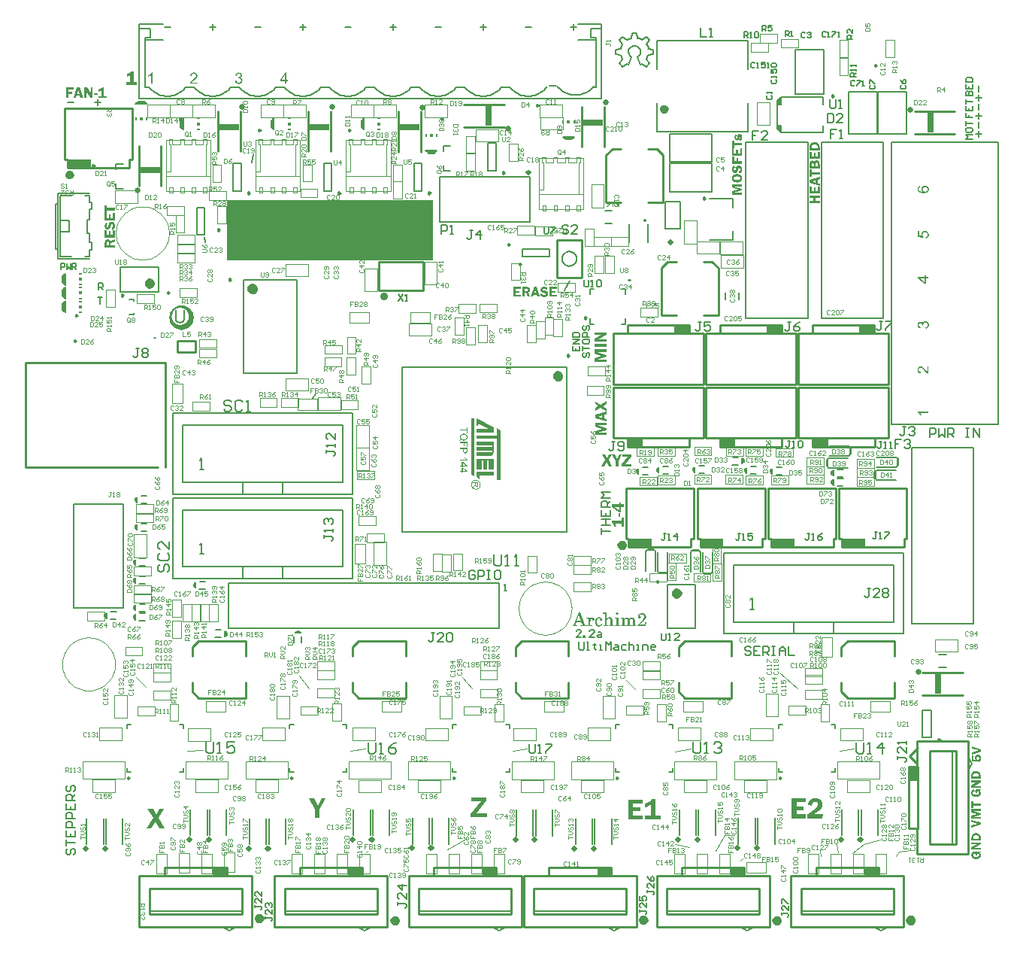
<source format=gto>
G04*
G04 #@! TF.GenerationSoftware,Altium Limited,Altium Designer,18.1.9 (240)*
G04*
G04 Layer_Color=65535*
%FSLAX25Y25*%
%MOIN*%
G70*
G01*
G75*
%ADD10C,0.00984*%
%ADD11C,0.02362*%
%ADD12C,0.00600*%
%ADD13C,0.00984*%
%ADD14C,0.01000*%
%ADD15C,0.00400*%
%ADD16C,0.00100*%
%ADD17C,0.00800*%
%ADD18C,0.01400*%
%ADD19C,0.00394*%
%ADD20C,0.01200*%
%ADD21C,0.00500*%
%ADD22C,0.02000*%
%ADD23C,0.02400*%
%ADD24C,0.02500*%
%ADD25C,0.03500*%
%ADD26C,0.01378*%
%ADD27C,0.00197*%
%ADD28C,0.00787*%
%ADD29C,0.00039*%
%ADD30C,0.00200*%
%ADD31C,0.00598*%
%ADD32C,0.00700*%
%ADD33R,0.02953X0.08790*%
%ADD34R,0.00590X0.01200*%
%ADD35R,0.00600X0.01200*%
%ADD36R,0.01190X0.01200*%
%ADD37R,0.01200X0.01190*%
%ADD38R,0.01200X0.00600*%
%ADD39R,0.01200X0.00590*%
%ADD40R,0.91831X0.27100*%
%ADD41R,0.08790X0.02953*%
G36*
X13955Y339500D02*
X3650D01*
Y343250D01*
X13955D01*
Y339500D01*
D02*
G37*
G36*
X55753Y277870D02*
X56704Y277476D01*
X57561Y276904D01*
X57925Y276540D01*
X58257Y276208D01*
X58778Y275428D01*
X59137Y274560D01*
X59321Y273639D01*
Y273170D01*
Y272644D01*
X59115Y271613D01*
X58713Y270642D01*
X58129Y269767D01*
X57757Y269396D01*
Y269396D01*
X57617Y269256D01*
X57303Y268941D01*
X56564Y268447D01*
X55742Y268107D01*
X54870Y267934D01*
X53887D01*
X52831Y268144D01*
X51836Y268555D01*
X50941Y269154D01*
X50560Y269534D01*
X50239Y269856D01*
X49734Y270612D01*
X49386Y271452D01*
X49209Y272344D01*
Y272798D01*
X49601Y272405D01*
X49625Y272382D01*
X49662Y272326D01*
X49688Y272265D01*
X49701Y272199D01*
Y272166D01*
X49707Y272026D01*
X49762Y271752D01*
X49869Y271494D01*
X50024Y271261D01*
X50118Y271158D01*
X50474Y270802D01*
X50820Y270489D01*
X51594Y269971D01*
X52455Y269615D01*
X53369Y269433D01*
X53834Y269410D01*
X54230Y269429D01*
X55007Y269584D01*
X55739Y269887D01*
X56397Y270327D01*
X56691Y270593D01*
X56956Y270886D01*
X57395Y271543D01*
X57697Y272272D01*
X57851Y273047D01*
X57871Y273441D01*
X57849Y273879D01*
X57678Y274738D01*
X57344Y275546D01*
X56857Y276274D01*
X56563Y276599D01*
X56563Y276599D01*
X54228Y278071D01*
X54743D01*
X55753Y277870D01*
D02*
G37*
G36*
X361550Y266150D02*
X354690D01*
Y269900D01*
X361550D01*
Y266150D01*
D02*
G37*
G36*
X320500D02*
X313640D01*
Y269900D01*
X320500D01*
Y266150D01*
D02*
G37*
G36*
X279450D02*
X272590D01*
Y269900D01*
X279450D01*
Y266150D01*
D02*
G37*
G36*
X192869Y224446D02*
Y222084D01*
X184931D01*
Y223659D01*
X190469D01*
X185719Y226021D01*
Y225233D01*
X184931D01*
Y228383D01*
X192869Y224446D01*
D02*
G37*
G36*
X340910Y215900D02*
X334050D01*
Y219650D01*
X340910D01*
Y215900D01*
D02*
G37*
G36*
X299860D02*
X293000D01*
Y219650D01*
X299860D01*
Y215900D01*
D02*
G37*
G36*
X258810D02*
X251950D01*
Y219650D01*
X258810D01*
Y215900D01*
D02*
G37*
G36*
X192869Y213422D02*
X192469Y212583D01*
X192069Y212183D01*
X191269Y211783D01*
X184931D01*
Y213422D01*
X192069D01*
Y214210D01*
X184931D01*
Y215785D01*
X192069D01*
Y216572D01*
X184931D01*
Y218147D01*
X192869D01*
Y213422D01*
D02*
G37*
G36*
Y205883D02*
X190469D01*
Y209783D01*
X189669D01*
Y205883D01*
X188169D01*
Y209783D01*
X187293D01*
Y205883D01*
X184931D01*
Y210583D01*
X192869D01*
Y205883D01*
D02*
G37*
G36*
X184144Y202783D02*
X182569Y203483D01*
Y228383D01*
X184144D01*
Y202783D01*
D02*
G37*
G36*
X192869Y203183D02*
X186506D01*
Y201583D01*
X184931Y202383D01*
Y204683D01*
X192869D01*
Y203183D01*
D02*
G37*
G36*
X195569Y223265D02*
Y201183D01*
X194069D01*
Y219328D01*
X184931D01*
Y220903D01*
X194069D01*
Y224052D01*
X195569Y223265D01*
D02*
G37*
G36*
X357355Y171300D02*
X347050D01*
Y175050D01*
X357355D01*
Y171300D01*
D02*
G37*
G36*
X326055D02*
X315750D01*
Y175050D01*
X326055D01*
Y171300D01*
D02*
G37*
G36*
X294555D02*
X284250D01*
Y175050D01*
X294555D01*
Y171300D01*
D02*
G37*
G36*
X262855D02*
X252550D01*
Y175050D01*
X262855D01*
Y171300D01*
D02*
G37*
G36*
X383948Y311531D02*
X383995Y311527D01*
X384056Y311524D01*
X384124Y311513D01*
X384199Y311502D01*
X384281Y311484D01*
X384371Y311463D01*
X384464Y311438D01*
X384561Y311406D01*
X384657Y311370D01*
X384757Y311323D01*
X384854Y311269D01*
X384951Y311209D01*
X385044Y311141D01*
X385051Y311134D01*
X385069Y311119D01*
X385098Y311090D01*
X385137Y311055D01*
X385184Y311005D01*
X385234Y310947D01*
X385287Y310879D01*
X385345Y310801D01*
X385402Y310711D01*
X385456Y310614D01*
X385506Y310507D01*
X385552Y310389D01*
X385588Y310263D01*
X385620Y310131D01*
X385638Y309988D01*
X385645Y309838D01*
Y309809D01*
X385642Y309773D01*
X385638Y309727D01*
X385635Y309669D01*
X385624Y309601D01*
X385613Y309526D01*
X385599Y309447D01*
X385577Y309361D01*
X385552Y309272D01*
X385524Y309179D01*
X385488Y309086D01*
X385445Y308996D01*
X385395Y308903D01*
X385334Y308817D01*
X385269Y308735D01*
X385266Y308731D01*
X385251Y308717D01*
X385230Y308696D01*
X385201Y308667D01*
X385162Y308635D01*
X385116Y308595D01*
X385062Y308556D01*
X385001Y308513D01*
X384933Y308470D01*
X384858Y308431D01*
X384775Y308388D01*
X384686Y308348D01*
X384589Y308316D01*
X384485Y308287D01*
X384378Y308262D01*
X384263Y308248D01*
X384210Y308885D01*
X384213D01*
X384231Y308889D01*
X384253Y308892D01*
X384285Y308900D01*
X384324Y308910D01*
X384371Y308921D01*
X384421Y308935D01*
X384475Y308953D01*
X384586Y308996D01*
X384647Y309021D01*
X384704Y309050D01*
X384761Y309086D01*
X384815Y309121D01*
X384865Y309165D01*
X384911Y309211D01*
X384915Y309215D01*
X384922Y309222D01*
X384933Y309236D01*
X384947Y309258D01*
X384965Y309283D01*
X384987Y309315D01*
X385004Y309347D01*
X385026Y309386D01*
X385051Y309429D01*
X385069Y309479D01*
X385090Y309530D01*
X385108Y309587D01*
X385123Y309644D01*
X385133Y309705D01*
X385141Y309770D01*
X385144Y309838D01*
Y309859D01*
X385141Y309880D01*
Y309913D01*
X385133Y309948D01*
X385126Y309995D01*
X385116Y310045D01*
X385101Y310099D01*
X385087Y310156D01*
X385065Y310217D01*
X385037Y310278D01*
X385004Y310342D01*
X384969Y310403D01*
X384922Y310468D01*
X384872Y310528D01*
X384815Y310586D01*
X384811Y310589D01*
X384801Y310600D01*
X384779Y310614D01*
X384754Y310632D01*
X384722Y310657D01*
X384682Y310682D01*
X384636Y310711D01*
X384582Y310740D01*
X384521Y310765D01*
X384457Y310793D01*
X384385Y310818D01*
X384306Y310843D01*
X384221Y310861D01*
X384131Y310876D01*
X384038Y310887D01*
X383938Y310890D01*
X383930D01*
X383916D01*
X383888Y310887D01*
X383852D01*
X383809Y310883D01*
X383755Y310876D01*
X383701Y310865D01*
X383637Y310854D01*
X383573Y310836D01*
X383508Y310818D01*
X383440Y310793D01*
X383368Y310765D01*
X383300Y310733D01*
X383236Y310693D01*
X383172Y310647D01*
X383114Y310596D01*
X383111Y310593D01*
X383100Y310582D01*
X383086Y310568D01*
X383068Y310543D01*
X383043Y310514D01*
X383018Y310478D01*
X382993Y310439D01*
X382964Y310392D01*
X382935Y310339D01*
X382910Y310281D01*
X382882Y310221D01*
X382860Y310153D01*
X382842Y310077D01*
X382828Y309999D01*
X382817Y309916D01*
X382814Y309830D01*
Y309802D01*
X382817Y309780D01*
Y309755D01*
X382821Y309723D01*
X382824Y309691D01*
X382832Y309651D01*
X382846Y309569D01*
X382871Y309479D01*
X382903Y309386D01*
X382950Y309297D01*
Y309293D01*
X382957Y309286D01*
X382964Y309276D01*
X382975Y309258D01*
X383003Y309215D01*
X383043Y309161D01*
X383093Y309104D01*
X383150Y309043D01*
X383218Y308982D01*
X383293Y308928D01*
X383218Y308355D01*
X380673Y308835D01*
Y311302D01*
X381253D01*
Y309318D01*
X382588Y309053D01*
X382584Y309057D01*
X382574Y309075D01*
X382559Y309097D01*
X382538Y309132D01*
X382516Y309172D01*
X382488Y309218D01*
X382463Y309276D01*
X382431Y309336D01*
X382402Y309404D01*
X382373Y309476D01*
X382348Y309555D01*
X382327Y309633D01*
X382305Y309719D01*
X382291Y309805D01*
X382280Y309898D01*
X382277Y309988D01*
Y310016D01*
X382280Y310052D01*
X382284Y310095D01*
X382291Y310153D01*
X382302Y310217D01*
X382316Y310292D01*
X382334Y310371D01*
X382355Y310453D01*
X382387Y310543D01*
X382423Y310632D01*
X382466Y310725D01*
X382520Y310818D01*
X382577Y310911D01*
X382649Y311001D01*
X382728Y311087D01*
X382731Y311090D01*
X382749Y311105D01*
X382774Y311130D01*
X382810Y311158D01*
X382853Y311191D01*
X382907Y311230D01*
X382971Y311269D01*
X383043Y311313D01*
X383121Y311352D01*
X383207Y311391D01*
X383304Y311431D01*
X383404Y311466D01*
X383515Y311491D01*
X383633Y311516D01*
X383755Y311531D01*
X383884Y311534D01*
X383888D01*
X383891D01*
X383902D01*
X383913D01*
X383948Y311531D01*
D02*
G37*
G36*
X384034Y331517D02*
X384077Y331513D01*
X384124Y331509D01*
X384177Y331502D01*
X384238Y331495D01*
X384303Y331484D01*
X384371Y331470D01*
X384442Y331456D01*
X384518Y331434D01*
X384593Y331409D01*
X384668Y331384D01*
X384747Y331352D01*
X384822Y331316D01*
X384825Y331312D01*
X384840Y331305D01*
X384861Y331295D01*
X384886Y331280D01*
X384922Y331259D01*
X384962Y331234D01*
X385001Y331205D01*
X385048Y331173D01*
X385098Y331134D01*
X385148Y331094D01*
X385198Y331048D01*
X385248Y330997D01*
X385298Y330947D01*
X385348Y330890D01*
X385391Y330829D01*
X385434Y330765D01*
X385438Y330761D01*
X385445Y330750D01*
X385452Y330729D01*
X385466Y330704D01*
X385484Y330668D01*
X385502Y330629D01*
X385520Y330586D01*
X385538Y330532D01*
X385559Y330478D01*
X385577Y330417D01*
X385595Y330349D01*
X385613Y330281D01*
X385627Y330206D01*
X385635Y330131D01*
X385642Y330049D01*
X385645Y329966D01*
Y329934D01*
X385642Y329916D01*
Y329895D01*
X385638Y329841D01*
X385627Y329777D01*
X385617Y329701D01*
X385599Y329619D01*
X385574Y329526D01*
X385545Y329429D01*
X385509Y329329D01*
X385463Y329229D01*
X385409Y329125D01*
X385345Y329021D01*
X385269Y328918D01*
X385184Y328821D01*
X385087Y328728D01*
X385080Y328724D01*
X385062Y328706D01*
X385026Y328685D01*
X384980Y328653D01*
X384919Y328617D01*
X384883Y328595D01*
X384843Y328577D01*
X384801Y328556D01*
X384754Y328534D01*
X384700Y328509D01*
X384647Y328488D01*
X384589Y328466D01*
X384528Y328445D01*
X384460Y328420D01*
X384392Y328398D01*
X384317Y328380D01*
X384242Y328359D01*
X384160Y328341D01*
X384074Y328323D01*
X383984Y328305D01*
X383891Y328291D01*
X383794Y328280D01*
X383694Y328270D01*
X383587Y328259D01*
X383479Y328255D01*
X383365Y328248D01*
X383247D01*
X383243D01*
X383229D01*
X383211D01*
X383182D01*
X383150Y328252D01*
X383111D01*
X383064Y328255D01*
X383011D01*
X382957Y328259D01*
X382892Y328266D01*
X382828Y328270D01*
X382756Y328277D01*
X382610Y328291D01*
X382448Y328316D01*
X382280Y328341D01*
X382105Y328377D01*
X381933Y328420D01*
X381761Y328470D01*
X381593Y328531D01*
X381435Y328602D01*
X381360Y328642D01*
X381292Y328685D01*
X381224Y328731D01*
X381160Y328778D01*
X381152Y328785D01*
X381135Y328799D01*
X381106Y328824D01*
X381070Y328864D01*
X381027Y328910D01*
X380981Y328964D01*
X380927Y329032D01*
X380873Y329107D01*
X380823Y329193D01*
X380769Y329286D01*
X380723Y329386D01*
X380680Y329497D01*
X380644Y329619D01*
X380615Y329744D01*
X380597Y329880D01*
X380590Y330024D01*
Y330049D01*
X380594Y330081D01*
Y330120D01*
X380601Y330170D01*
X380608Y330228D01*
X380619Y330292D01*
X380630Y330364D01*
X380648Y330435D01*
X380669Y330514D01*
X380698Y330593D01*
X380730Y330672D01*
X380766Y330754D01*
X380812Y330833D01*
X380862Y330908D01*
X380920Y330979D01*
X380923Y330983D01*
X380934Y330997D01*
X380956Y331015D01*
X380981Y331040D01*
X381013Y331069D01*
X381056Y331101D01*
X381102Y331137D01*
X381156Y331176D01*
X381217Y331216D01*
X381285Y331255D01*
X381360Y331295D01*
X381442Y331327D01*
X381528Y331363D01*
X381621Y331391D01*
X381722Y331413D01*
X381825Y331431D01*
X381872Y330826D01*
X381868D01*
X381858Y330822D01*
X381836Y330818D01*
X381815Y330811D01*
X381783Y330801D01*
X381750Y330793D01*
X381672Y330765D01*
X381589Y330732D01*
X381503Y330693D01*
X381421Y330647D01*
X381385Y330622D01*
X381353Y330593D01*
X381349Y330589D01*
X381342Y330582D01*
X381328Y330568D01*
X381313Y330550D01*
X381292Y330525D01*
X381271Y330496D01*
X381245Y330464D01*
X381221Y330425D01*
X381199Y330382D01*
X381174Y330335D01*
X381152Y330289D01*
X381131Y330235D01*
X381117Y330178D01*
X381102Y330117D01*
X381095Y330052D01*
X381092Y329988D01*
Y329959D01*
X381095Y329938D01*
Y329913D01*
X381099Y329884D01*
X381106Y329852D01*
X381113Y329813D01*
X381131Y329734D01*
X381160Y329648D01*
X381203Y329562D01*
X381228Y329519D01*
X381256Y329476D01*
X381260Y329472D01*
X381267Y329465D01*
X381278Y329447D01*
X381296Y329429D01*
X381317Y329404D01*
X381342Y329376D01*
X381374Y329347D01*
X381410Y329311D01*
X381450Y329275D01*
X381496Y329240D01*
X381546Y329200D01*
X381600Y329165D01*
X381661Y329125D01*
X381725Y329089D01*
X381793Y329053D01*
X381865Y329021D01*
X381868D01*
X381883Y329014D01*
X381908Y329007D01*
X381940Y328996D01*
X381979Y328982D01*
X382030Y328968D01*
X382090Y328953D01*
X382158Y328939D01*
X382234Y328925D01*
X382319Y328907D01*
X382416Y328892D01*
X382516Y328882D01*
X382627Y328871D01*
X382746Y328860D01*
X382874Y328857D01*
X383011Y328853D01*
X383007Y328857D01*
X382996Y328864D01*
X382978Y328874D01*
X382957Y328892D01*
X382928Y328914D01*
X382896Y328939D01*
X382860Y328968D01*
X382821Y329003D01*
X382781Y329039D01*
X382742Y329079D01*
X382660Y329172D01*
X382581Y329272D01*
X382545Y329329D01*
X382513Y329386D01*
X382509Y329390D01*
X382506Y329401D01*
X382499Y329419D01*
X382488Y329440D01*
X382473Y329472D01*
X382459Y329505D01*
X382445Y329544D01*
X382431Y329591D01*
X382416Y329637D01*
X382402Y329691D01*
X382373Y329802D01*
X382355Y329927D01*
X382348Y329992D01*
Y330084D01*
X382352Y330117D01*
X382355Y330156D01*
X382363Y330210D01*
X382373Y330271D01*
X382387Y330339D01*
X382405Y330414D01*
X382427Y330493D01*
X382459Y330575D01*
X382495Y330661D01*
X382538Y330750D01*
X382592Y330836D01*
X382649Y330922D01*
X382720Y331008D01*
X382799Y331090D01*
X382803Y331094D01*
X382821Y331108D01*
X382846Y331130D01*
X382882Y331158D01*
X382925Y331191D01*
X382978Y331227D01*
X383039Y331266D01*
X383111Y331305D01*
X383190Y331345D01*
X383279Y331384D01*
X383372Y331420D01*
X383476Y331452D01*
X383587Y331481D01*
X383701Y331502D01*
X383827Y331517D01*
X383956Y331520D01*
X383959D01*
X383977D01*
X384002D01*
X384034Y331517D01*
D02*
G37*
G36*
X384378Y291005D02*
X385563D01*
Y290396D01*
X384378D01*
Y288248D01*
X383820D01*
X380608Y290507D01*
Y291005D01*
X383820D01*
Y291674D01*
X384378D01*
Y291005D01*
D02*
G37*
G36*
X384167Y271488D02*
X384210Y271484D01*
X384267Y271477D01*
X384331Y271466D01*
X384403Y271452D01*
X384482Y271431D01*
X384568Y271406D01*
X384654Y271377D01*
X384747Y271338D01*
X384840Y271291D01*
X384933Y271237D01*
X385026Y271173D01*
X385116Y271098D01*
X385201Y271015D01*
X385205Y271008D01*
X385219Y270994D01*
X385244Y270969D01*
X385273Y270929D01*
X385305Y270883D01*
X385345Y270829D01*
X385384Y270761D01*
X385427Y270690D01*
X385470Y270607D01*
X385509Y270514D01*
X385549Y270417D01*
X385581Y270310D01*
X385610Y270199D01*
X385635Y270077D01*
X385649Y269952D01*
X385652Y269820D01*
Y269791D01*
X385649Y269755D01*
X385645Y269712D01*
X385642Y269655D01*
X385631Y269590D01*
X385620Y269519D01*
X385602Y269440D01*
X385584Y269358D01*
X385559Y269268D01*
X385527Y269179D01*
X385488Y269086D01*
X385445Y268996D01*
X385395Y268907D01*
X385334Y268817D01*
X385266Y268735D01*
X385262Y268731D01*
X385248Y268717D01*
X385226Y268695D01*
X385194Y268667D01*
X385155Y268635D01*
X385108Y268595D01*
X385055Y268556D01*
X384994Y268513D01*
X384926Y268470D01*
X384847Y268427D01*
X384765Y268388D01*
X384675Y268348D01*
X384578Y268316D01*
X384478Y268284D01*
X384371Y268262D01*
X384256Y268248D01*
X384174Y268857D01*
X384181D01*
X384195Y268860D01*
X384224Y268867D01*
X384260Y268878D01*
X384303Y268889D01*
X384349Y268903D01*
X384403Y268921D01*
X384460Y268939D01*
X384586Y268989D01*
X384707Y269050D01*
X384768Y269086D01*
X384825Y269125D01*
X384876Y269164D01*
X384922Y269211D01*
X384926Y269215D01*
X384933Y269222D01*
X384944Y269236D01*
X384958Y269258D01*
X384976Y269279D01*
X384994Y269311D01*
X385015Y269343D01*
X385033Y269383D01*
X385055Y269426D01*
X385076Y269472D01*
X385094Y269523D01*
X385112Y269576D01*
X385126Y269634D01*
X385137Y269694D01*
X385144Y269755D01*
X385148Y269823D01*
Y269841D01*
X385144Y269866D01*
Y269895D01*
X385137Y269934D01*
X385133Y269977D01*
X385123Y270024D01*
X385112Y270077D01*
X385094Y270131D01*
X385076Y270192D01*
X385051Y270253D01*
X385022Y270314D01*
X384987Y270374D01*
X384947Y270435D01*
X384904Y270493D01*
X384851Y270550D01*
X384847Y270553D01*
X384836Y270564D01*
X384822Y270579D01*
X384797Y270597D01*
X384768Y270618D01*
X384732Y270643D01*
X384693Y270672D01*
X384647Y270700D01*
X384596Y270725D01*
X384539Y270754D01*
X384482Y270779D01*
X384414Y270800D01*
X384346Y270818D01*
X384274Y270833D01*
X384195Y270844D01*
X384117Y270847D01*
X384113D01*
X384099D01*
X384077D01*
X384045Y270844D01*
X384013Y270840D01*
X383970Y270833D01*
X383923Y270826D01*
X383873Y270811D01*
X383820Y270797D01*
X383762Y270779D01*
X383705Y270758D01*
X383648Y270732D01*
X383590Y270700D01*
X383533Y270661D01*
X383479Y270621D01*
X383426Y270571D01*
X383422Y270568D01*
X383415Y270561D01*
X383401Y270543D01*
X383383Y270521D01*
X383361Y270496D01*
X383340Y270464D01*
X383315Y270425D01*
X383290Y270382D01*
X383265Y270335D01*
X383240Y270281D01*
X383218Y270224D01*
X383197Y270163D01*
X383179Y270099D01*
X383164Y270027D01*
X383157Y269956D01*
X383154Y269877D01*
Y269845D01*
X383157Y269809D01*
X383161Y269759D01*
X383168Y269694D01*
X383182Y269623D01*
X383197Y269540D01*
X383218Y269447D01*
X382685Y269515D01*
Y269526D01*
X382688Y269537D01*
Y269551D01*
X382692Y269583D01*
Y269651D01*
X382688Y269676D01*
X382685Y269712D01*
X382681Y269752D01*
X382674Y269795D01*
X382667Y269845D01*
X382656Y269898D01*
X382642Y269952D01*
X382606Y270070D01*
X382584Y270131D01*
X382556Y270192D01*
X382527Y270253D01*
X382491Y270310D01*
X382488Y270314D01*
X382481Y270324D01*
X382470Y270339D01*
X382452Y270360D01*
X382431Y270382D01*
X382405Y270410D01*
X382373Y270435D01*
X382337Y270468D01*
X382295Y270496D01*
X382248Y270525D01*
X382198Y270550D01*
X382140Y270571D01*
X382080Y270593D01*
X382012Y270607D01*
X381940Y270618D01*
X381865Y270621D01*
X381861D01*
X381851D01*
X381833D01*
X381808Y270618D01*
X381783Y270614D01*
X381747Y270611D01*
X381711Y270604D01*
X381672Y270593D01*
X381586Y270564D01*
X381539Y270546D01*
X381492Y270525D01*
X381446Y270500D01*
X381399Y270468D01*
X381357Y270432D01*
X381313Y270392D01*
X381310Y270389D01*
X381303Y270382D01*
X381292Y270371D01*
X381278Y270353D01*
X381263Y270328D01*
X381242Y270303D01*
X381224Y270271D01*
X381203Y270235D01*
X381181Y270196D01*
X381163Y270153D01*
X381142Y270102D01*
X381127Y270052D01*
X381113Y269995D01*
X381102Y269938D01*
X381095Y269873D01*
X381092Y269809D01*
Y269773D01*
X381095Y269752D01*
X381099Y269719D01*
X381102Y269684D01*
X381109Y269644D01*
X381120Y269601D01*
X381145Y269508D01*
X381163Y269462D01*
X381188Y269411D01*
X381213Y269361D01*
X381242Y269311D01*
X381278Y269265D01*
X381317Y269218D01*
X381321Y269215D01*
X381328Y269207D01*
X381342Y269197D01*
X381360Y269179D01*
X381382Y269161D01*
X381410Y269139D01*
X381446Y269118D01*
X381482Y269093D01*
X381528Y269068D01*
X381578Y269043D01*
X381632Y269014D01*
X381693Y268993D01*
X381757Y268968D01*
X381825Y268950D01*
X381901Y268932D01*
X381983Y268917D01*
X381876Y268309D01*
X381872D01*
X381868D01*
X381847Y268316D01*
X381818Y268323D01*
X381775Y268334D01*
X381722Y268348D01*
X381664Y268366D01*
X381600Y268388D01*
X381528Y268413D01*
X381453Y268445D01*
X381374Y268481D01*
X381296Y268524D01*
X381217Y268570D01*
X381138Y268620D01*
X381063Y268678D01*
X380991Y268742D01*
X380927Y268814D01*
X380923Y268817D01*
X380913Y268831D01*
X380895Y268853D01*
X380873Y268885D01*
X380848Y268925D01*
X380820Y268971D01*
X380791Y269025D01*
X380759Y269086D01*
X380726Y269154D01*
X380698Y269229D01*
X380669Y269308D01*
X380644Y269394D01*
X380623Y269487D01*
X380605Y269587D01*
X380594Y269691D01*
X380590Y269798D01*
Y269837D01*
X380594Y269866D01*
Y269902D01*
X380601Y269945D01*
X380605Y269991D01*
X380612Y270042D01*
X380623Y270099D01*
X380633Y270156D01*
X380666Y270281D01*
X380683Y270350D01*
X380709Y270414D01*
X380734Y270478D01*
X380766Y270543D01*
X380769Y270546D01*
X380773Y270557D01*
X380784Y270575D01*
X380798Y270600D01*
X380816Y270629D01*
X380837Y270661D01*
X380862Y270697D01*
X380891Y270736D01*
X380959Y270822D01*
X381042Y270908D01*
X381135Y270990D01*
X381188Y271030D01*
X381242Y271065D01*
X381245Y271069D01*
X381256Y271073D01*
X381271Y271083D01*
X381296Y271094D01*
X381321Y271108D01*
X381357Y271123D01*
X381392Y271141D01*
X381435Y271159D01*
X381482Y271173D01*
X381528Y271191D01*
X381636Y271219D01*
X381754Y271241D01*
X381815Y271245D01*
X381879Y271248D01*
X381883D01*
X381893D01*
X381911D01*
X381933Y271245D01*
X381961D01*
X381994Y271237D01*
X382033Y271234D01*
X382072Y271227D01*
X382166Y271205D01*
X382262Y271173D01*
X382312Y271155D01*
X382366Y271130D01*
X382416Y271105D01*
X382466Y271073D01*
X382470Y271069D01*
X382477Y271065D01*
X382491Y271055D01*
X382509Y271040D01*
X382531Y271023D01*
X382556Y271001D01*
X382584Y270976D01*
X382617Y270944D01*
X382649Y270912D01*
X382681Y270872D01*
X382717Y270833D01*
X382753Y270786D01*
X382785Y270736D01*
X382821Y270682D01*
X382853Y270625D01*
X382882Y270564D01*
Y270568D01*
X382885Y270582D01*
X382892Y270607D01*
X382903Y270636D01*
X382914Y270675D01*
X382932Y270718D01*
X382950Y270765D01*
X382975Y270815D01*
X383000Y270869D01*
X383032Y270926D01*
X383064Y270983D01*
X383103Y271040D01*
X383147Y271094D01*
X383193Y271148D01*
X383247Y271201D01*
X383304Y271248D01*
X383308Y271252D01*
X383318Y271259D01*
X383336Y271269D01*
X383361Y271287D01*
X383394Y271305D01*
X383429Y271327D01*
X383472Y271348D01*
X383522Y271370D01*
X383580Y271391D01*
X383641Y271416D01*
X383705Y271434D01*
X383777Y271452D01*
X383852Y271470D01*
X383930Y271481D01*
X384013Y271488D01*
X384102Y271492D01*
X384109D01*
X384131D01*
X384167Y271488D01*
D02*
G37*
G36*
X385563Y248255D02*
X385559D01*
X385552D01*
X385542D01*
X385527D01*
X385506D01*
X385484Y248259D01*
X385427Y248262D01*
X385366Y248270D01*
X385295Y248280D01*
X385219Y248298D01*
X385144Y248323D01*
X385141D01*
X385130Y248330D01*
X385112Y248338D01*
X385087Y248348D01*
X385055Y248359D01*
X385019Y248377D01*
X384980Y248398D01*
X384936Y248420D01*
X384886Y248445D01*
X384836Y248477D01*
X384725Y248545D01*
X384607Y248627D01*
X384485Y248724D01*
X384482Y248728D01*
X384471Y248739D01*
X384453Y248753D01*
X384428Y248774D01*
X384396Y248803D01*
X384360Y248839D01*
X384317Y248878D01*
X384271Y248928D01*
X384217Y248982D01*
X384160Y249039D01*
X384099Y249104D01*
X384031Y249175D01*
X383963Y249254D01*
X383891Y249336D01*
X383816Y249426D01*
X383737Y249519D01*
X383734Y249522D01*
X383730Y249530D01*
X383719Y249540D01*
X383709Y249555D01*
X383691Y249573D01*
X383673Y249594D01*
X383626Y249648D01*
X383573Y249716D01*
X383505Y249787D01*
X383433Y249870D01*
X383354Y249956D01*
X383272Y250049D01*
X383186Y250138D01*
X383100Y250231D01*
X383011Y250317D01*
X382925Y250403D01*
X382842Y250478D01*
X382760Y250550D01*
X382685Y250607D01*
X382681Y250611D01*
X382667Y250618D01*
X382645Y250632D01*
X382620Y250654D01*
X382584Y250675D01*
X382545Y250697D01*
X382499Y250725D01*
X382448Y250750D01*
X382395Y250776D01*
X382337Y250804D01*
X382212Y250851D01*
X382148Y250869D01*
X382083Y250883D01*
X382019Y250890D01*
X381954Y250894D01*
X381951D01*
X381937D01*
X381919D01*
X381893Y250890D01*
X381861Y250887D01*
X381825Y250879D01*
X381786Y250872D01*
X381743Y250861D01*
X381697Y250847D01*
X381646Y250829D01*
X381596Y250808D01*
X381546Y250783D01*
X381492Y250754D01*
X381442Y250718D01*
X381392Y250679D01*
X381346Y250632D01*
X381342Y250629D01*
X381335Y250622D01*
X381324Y250607D01*
X381306Y250586D01*
X381289Y250561D01*
X381267Y250529D01*
X381242Y250493D01*
X381221Y250453D01*
X381195Y250407D01*
X381174Y250357D01*
X381152Y250299D01*
X381135Y250242D01*
X381117Y250178D01*
X381106Y250110D01*
X381099Y250038D01*
X381095Y249963D01*
Y249920D01*
X381099Y249891D01*
X381102Y249852D01*
X381109Y249809D01*
X381117Y249762D01*
X381127Y249709D01*
X381142Y249655D01*
X381160Y249598D01*
X381181Y249540D01*
X381206Y249480D01*
X381238Y249422D01*
X381274Y249365D01*
X381313Y249308D01*
X381360Y249258D01*
X381364Y249254D01*
X381371Y249247D01*
X381389Y249233D01*
X381407Y249218D01*
X381435Y249197D01*
X381468Y249175D01*
X381507Y249150D01*
X381550Y249129D01*
X381596Y249104D01*
X381654Y249079D01*
X381711Y249057D01*
X381775Y249036D01*
X381847Y249021D01*
X381922Y249007D01*
X382001Y249000D01*
X382087Y248996D01*
X382022Y248370D01*
X382019D01*
X382015D01*
X382004Y248373D01*
X381990D01*
X381954Y248377D01*
X381908Y248388D01*
X381851Y248398D01*
X381783Y248413D01*
X381707Y248431D01*
X381629Y248452D01*
X381543Y248481D01*
X381457Y248513D01*
X381367Y248552D01*
X381278Y248599D01*
X381192Y248649D01*
X381109Y248710D01*
X381031Y248774D01*
X380959Y248849D01*
X380956Y248853D01*
X380945Y248867D01*
X380923Y248892D01*
X380902Y248925D01*
X380873Y248968D01*
X380841Y249018D01*
X380809Y249079D01*
X380773Y249147D01*
X380741Y249225D01*
X380709Y249308D01*
X380676Y249401D01*
X380648Y249501D01*
X380623Y249608D01*
X380605Y249723D01*
X380594Y249845D01*
X380590Y249974D01*
Y250006D01*
X380594Y250042D01*
X380597Y250092D01*
X380601Y250153D01*
X380612Y250221D01*
X380623Y250299D01*
X380641Y250382D01*
X380662Y250471D01*
X380687Y250561D01*
X380719Y250657D01*
X380759Y250750D01*
X380805Y250844D01*
X380855Y250933D01*
X380916Y251019D01*
X380988Y251101D01*
X380991Y251105D01*
X381006Y251119D01*
X381027Y251141D01*
X381059Y251166D01*
X381095Y251198D01*
X381142Y251234D01*
X381195Y251273D01*
X381256Y251312D01*
X381324Y251348D01*
X381399Y251388D01*
X381482Y251424D01*
X381568Y251456D01*
X381661Y251481D01*
X381757Y251502D01*
X381861Y251517D01*
X381969Y251520D01*
X381972D01*
X381983D01*
X381997D01*
X382019D01*
X382047Y251517D01*
X382076Y251513D01*
X382112Y251509D01*
X382151Y251506D01*
X382241Y251491D01*
X382341Y251470D01*
X382445Y251438D01*
X382552Y251398D01*
X382556D01*
X382566Y251391D01*
X382581Y251384D01*
X382602Y251373D01*
X382627Y251363D01*
X382660Y251345D01*
X382695Y251327D01*
X382735Y251302D01*
X382778Y251277D01*
X382824Y251248D01*
X382928Y251176D01*
X382982Y251137D01*
X383039Y251094D01*
X383096Y251044D01*
X383157Y250994D01*
X383161Y250990D01*
X383172Y250979D01*
X383190Y250965D01*
X383214Y250940D01*
X383247Y250908D01*
X383286Y250869D01*
X383333Y250826D01*
X383386Y250772D01*
X383444Y250711D01*
X383508Y250639D01*
X383580Y250564D01*
X383658Y250478D01*
X383741Y250385D01*
X383830Y250285D01*
X383927Y250174D01*
X384027Y250056D01*
X384031Y250049D01*
X384049Y250031D01*
X384070Y250006D01*
X384102Y249970D01*
X384138Y249923D01*
X384181Y249877D01*
X384228Y249823D01*
X384278Y249766D01*
X384382Y249644D01*
X384435Y249587D01*
X384485Y249530D01*
X384536Y249476D01*
X384578Y249429D01*
X384618Y249386D01*
X384654Y249354D01*
X384661Y249347D01*
X384682Y249329D01*
X384715Y249301D01*
X384754Y249265D01*
X384804Y249225D01*
X384858Y249182D01*
X384919Y249139D01*
X384980Y249100D01*
Y251527D01*
X385563D01*
Y248255D01*
D02*
G37*
G36*
Y230965D02*
X381689D01*
X381693Y230962D01*
X381700Y230955D01*
X381711Y230944D01*
X381725Y230926D01*
X381743Y230904D01*
X381768Y230876D01*
X381793Y230843D01*
X381822Y230811D01*
X381851Y230768D01*
X381886Y230725D01*
X381919Y230679D01*
X381958Y230629D01*
X381994Y230571D01*
X382033Y230514D01*
X382112Y230385D01*
X382116Y230382D01*
X382123Y230371D01*
X382133Y230349D01*
X382144Y230324D01*
X382162Y230296D01*
X382184Y230260D01*
X382205Y230217D01*
X382230Y230174D01*
X382280Y230074D01*
X382330Y229966D01*
X382380Y229855D01*
X382423Y229748D01*
X381836D01*
X381833Y229755D01*
X381825Y229769D01*
X381811Y229798D01*
X381793Y229834D01*
X381772Y229877D01*
X381743Y229931D01*
X381711Y229988D01*
X381675Y230049D01*
X381632Y230117D01*
X381589Y230188D01*
X381489Y230339D01*
X381378Y230493D01*
X381256Y230639D01*
X381253Y230643D01*
X381242Y230657D01*
X381224Y230675D01*
X381199Y230700D01*
X381167Y230732D01*
X381131Y230768D01*
X381088Y230808D01*
X381045Y230851D01*
X380995Y230894D01*
X380941Y230940D01*
X380830Y231030D01*
X380712Y231112D01*
X380651Y231148D01*
X380590Y231180D01*
Y231574D01*
X385563D01*
Y230965D01*
D02*
G37*
G36*
X100757Y378444D02*
X101426D01*
Y377885D01*
X100757D01*
Y376700D01*
X100148D01*
Y377885D01*
X98000D01*
Y378444D01*
X100259Y381655D01*
X100757D01*
Y378444D01*
D02*
G37*
G36*
X79618Y381669D02*
X79654D01*
X79697Y381662D01*
X79743Y381658D01*
X79794Y381651D01*
X79851Y381640D01*
X79908Y381630D01*
X80033Y381597D01*
X80102Y381579D01*
X80166Y381555D01*
X80230Y381529D01*
X80295Y381497D01*
X80298Y381494D01*
X80309Y381490D01*
X80327Y381479D01*
X80352Y381465D01*
X80381Y381447D01*
X80413Y381426D01*
X80449Y381400D01*
X80488Y381372D01*
X80574Y381304D01*
X80660Y381222D01*
X80742Y381129D01*
X80782Y381075D01*
X80818Y381021D01*
X80821Y381017D01*
X80825Y381007D01*
X80835Y380992D01*
X80846Y380967D01*
X80860Y380942D01*
X80875Y380907D01*
X80893Y380871D01*
X80910Y380828D01*
X80925Y380781D01*
X80943Y380735D01*
X80971Y380627D01*
X80993Y380509D01*
X80997Y380448D01*
X81000Y380384D01*
Y380380D01*
Y380369D01*
Y380352D01*
X80997Y380330D01*
Y380301D01*
X80989Y380269D01*
X80986Y380230D01*
X80979Y380190D01*
X80957Y380097D01*
X80925Y380001D01*
X80907Y379951D01*
X80882Y379897D01*
X80857Y379847D01*
X80825Y379797D01*
X80821Y379793D01*
X80818Y379786D01*
X80807Y379772D01*
X80792Y379754D01*
X80774Y379732D01*
X80753Y379707D01*
X80728Y379679D01*
X80696Y379646D01*
X80664Y379614D01*
X80624Y379582D01*
X80585Y379546D01*
X80538Y379510D01*
X80488Y379478D01*
X80434Y379442D01*
X80377Y379410D01*
X80316Y379381D01*
X80320D01*
X80334Y379378D01*
X80359Y379371D01*
X80388Y379360D01*
X80427Y379349D01*
X80470Y379331D01*
X80517Y379313D01*
X80567Y379288D01*
X80621Y379263D01*
X80678Y379231D01*
X80735Y379199D01*
X80792Y379159D01*
X80846Y379117D01*
X80900Y379070D01*
X80954Y379016D01*
X81000Y378959D01*
X81004Y378955D01*
X81011Y378945D01*
X81021Y378927D01*
X81039Y378902D01*
X81057Y378870D01*
X81079Y378834D01*
X81100Y378791D01*
X81122Y378741D01*
X81143Y378683D01*
X81168Y378623D01*
X81186Y378558D01*
X81204Y378486D01*
X81222Y378411D01*
X81233Y378332D01*
X81240Y378250D01*
X81243Y378161D01*
Y378153D01*
Y378132D01*
X81240Y378096D01*
X81236Y378053D01*
X81229Y377996D01*
X81218Y377931D01*
X81204Y377860D01*
X81183Y377781D01*
X81158Y377695D01*
X81129Y377609D01*
X81090Y377516D01*
X81043Y377423D01*
X80989Y377330D01*
X80925Y377237D01*
X80850Y377148D01*
X80767Y377062D01*
X80760Y377058D01*
X80746Y377044D01*
X80721Y377019D01*
X80681Y376990D01*
X80635Y376958D01*
X80581Y376918D01*
X80513Y376879D01*
X80442Y376836D01*
X80359Y376793D01*
X80266Y376754D01*
X80169Y376714D01*
X80062Y376682D01*
X79951Y376654D01*
X79829Y376628D01*
X79704Y376614D01*
X79572Y376610D01*
X79543D01*
X79507Y376614D01*
X79464Y376618D01*
X79407Y376621D01*
X79343Y376632D01*
X79271Y376643D01*
X79192Y376661D01*
X79110Y376678D01*
X79020Y376704D01*
X78931Y376736D01*
X78838Y376775D01*
X78748Y376818D01*
X78659Y376868D01*
X78569Y376929D01*
X78487Y376997D01*
X78483Y377001D01*
X78469Y377015D01*
X78448Y377036D01*
X78419Y377069D01*
X78387Y377108D01*
X78347Y377155D01*
X78308Y377208D01*
X78265Y377269D01*
X78222Y377337D01*
X78179Y377416D01*
X78140Y377498D01*
X78100Y377588D01*
X78068Y377684D01*
X78036Y377785D01*
X78014Y377892D01*
X78000Y378007D01*
X78609Y378089D01*
Y378082D01*
X78612Y378068D01*
X78619Y378039D01*
X78630Y378003D01*
X78641Y377960D01*
X78655Y377914D01*
X78673Y377860D01*
X78691Y377803D01*
X78741Y377677D01*
X78802Y377556D01*
X78838Y377495D01*
X78877Y377437D01*
X78917Y377387D01*
X78963Y377341D01*
X78967Y377337D01*
X78974Y377330D01*
X78988Y377319D01*
X79010Y377305D01*
X79031Y377287D01*
X79063Y377269D01*
X79096Y377248D01*
X79135Y377230D01*
X79178Y377208D01*
X79224Y377187D01*
X79274Y377169D01*
X79328Y377151D01*
X79386Y377137D01*
X79446Y377126D01*
X79507Y377119D01*
X79575Y377115D01*
X79593D01*
X79618Y377119D01*
X79647D01*
X79686Y377126D01*
X79729Y377130D01*
X79776Y377140D01*
X79829Y377151D01*
X79883Y377169D01*
X79944Y377187D01*
X80005Y377212D01*
X80066Y377241D01*
X80127Y377276D01*
X80187Y377316D01*
X80245Y377359D01*
X80302Y377412D01*
X80305Y377416D01*
X80316Y377427D01*
X80331Y377441D01*
X80348Y377466D01*
X80370Y377495D01*
X80395Y377531D01*
X80424Y377570D01*
X80452Y377617D01*
X80477Y377667D01*
X80506Y377724D01*
X80531Y377781D01*
X80553Y377849D01*
X80570Y377917D01*
X80585Y377989D01*
X80595Y378068D01*
X80599Y378146D01*
Y378150D01*
Y378164D01*
Y378186D01*
X80595Y378218D01*
X80592Y378250D01*
X80585Y378293D01*
X80578Y378340D01*
X80563Y378390D01*
X80549Y378444D01*
X80531Y378501D01*
X80510Y378558D01*
X80484Y378615D01*
X80452Y378673D01*
X80413Y378730D01*
X80374Y378784D01*
X80323Y378837D01*
X80320Y378841D01*
X80313Y378848D01*
X80295Y378862D01*
X80273Y378880D01*
X80248Y378902D01*
X80216Y378923D01*
X80177Y378948D01*
X80134Y378973D01*
X80087Y378998D01*
X80033Y379023D01*
X79976Y379045D01*
X79915Y379066D01*
X79851Y379084D01*
X79779Y379099D01*
X79708Y379106D01*
X79629Y379109D01*
X79597D01*
X79561Y379106D01*
X79511Y379102D01*
X79446Y379095D01*
X79375Y379081D01*
X79292Y379066D01*
X79199Y379045D01*
X79267Y379578D01*
X79278D01*
X79289Y379575D01*
X79303D01*
X79335Y379571D01*
X79403D01*
X79428Y379575D01*
X79464Y379578D01*
X79504Y379582D01*
X79547Y379589D01*
X79597Y379596D01*
X79650Y379607D01*
X79704Y379621D01*
X79822Y379657D01*
X79883Y379679D01*
X79944Y379707D01*
X80005Y379736D01*
X80062Y379772D01*
X80066Y379775D01*
X80076Y379782D01*
X80091Y379793D01*
X80112Y379811D01*
X80134Y379833D01*
X80162Y379858D01*
X80187Y379890D01*
X80220Y379926D01*
X80248Y379969D01*
X80277Y380015D01*
X80302Y380065D01*
X80323Y380122D01*
X80345Y380183D01*
X80359Y380251D01*
X80370Y380323D01*
X80374Y380398D01*
Y380402D01*
Y380413D01*
Y380430D01*
X80370Y380455D01*
X80366Y380481D01*
X80363Y380516D01*
X80356Y380552D01*
X80345Y380592D01*
X80316Y380677D01*
X80298Y380724D01*
X80277Y380770D01*
X80252Y380817D01*
X80220Y380863D01*
X80184Y380907D01*
X80144Y380949D01*
X80141Y380953D01*
X80134Y380960D01*
X80123Y380971D01*
X80105Y380985D01*
X80080Y381000D01*
X80055Y381021D01*
X80023Y381039D01*
X79987Y381060D01*
X79948Y381082D01*
X79905Y381100D01*
X79854Y381121D01*
X79804Y381136D01*
X79747Y381150D01*
X79690Y381161D01*
X79625Y381168D01*
X79561Y381171D01*
X79525D01*
X79504Y381168D01*
X79471Y381164D01*
X79436Y381161D01*
X79396Y381153D01*
X79353Y381143D01*
X79260Y381118D01*
X79214Y381100D01*
X79163Y381075D01*
X79113Y381050D01*
X79063Y381021D01*
X79017Y380985D01*
X78970Y380946D01*
X78967Y380942D01*
X78959Y380935D01*
X78949Y380921D01*
X78931Y380903D01*
X78913Y380881D01*
X78891Y380853D01*
X78870Y380817D01*
X78845Y380781D01*
X78820Y380735D01*
X78795Y380684D01*
X78766Y380631D01*
X78745Y380570D01*
X78720Y380505D01*
X78702Y380437D01*
X78684Y380362D01*
X78670Y380280D01*
X78061Y380387D01*
Y380391D01*
Y380395D01*
X78068Y380416D01*
X78075Y380445D01*
X78086Y380488D01*
X78100Y380541D01*
X78118Y380599D01*
X78140Y380663D01*
X78165Y380735D01*
X78197Y380810D01*
X78233Y380889D01*
X78276Y380967D01*
X78322Y381046D01*
X78372Y381125D01*
X78430Y381200D01*
X78494Y381272D01*
X78566Y381336D01*
X78569Y381340D01*
X78584Y381350D01*
X78605Y381368D01*
X78637Y381390D01*
X78677Y381415D01*
X78723Y381444D01*
X78777Y381472D01*
X78838Y381504D01*
X78906Y381537D01*
X78981Y381565D01*
X79060Y381594D01*
X79146Y381619D01*
X79239Y381640D01*
X79339Y381658D01*
X79443Y381669D01*
X79550Y381673D01*
X79589D01*
X79618Y381669D01*
D02*
G37*
G36*
X59794D02*
X59844Y381665D01*
X59905Y381662D01*
X59973Y381651D01*
X60051Y381640D01*
X60134Y381623D01*
X60223Y381601D01*
X60313Y381576D01*
X60409Y381544D01*
X60502Y381504D01*
X60596Y381458D01*
X60685Y381408D01*
X60771Y381347D01*
X60853Y381275D01*
X60857Y381272D01*
X60871Y381257D01*
X60893Y381236D01*
X60918Y381204D01*
X60950Y381168D01*
X60986Y381121D01*
X61025Y381068D01*
X61064Y381007D01*
X61100Y380939D01*
X61140Y380863D01*
X61176Y380781D01*
X61208Y380695D01*
X61233Y380602D01*
X61254Y380505D01*
X61269Y380402D01*
X61272Y380294D01*
Y380291D01*
Y380280D01*
Y380266D01*
Y380244D01*
X61269Y380216D01*
X61265Y380187D01*
X61261Y380151D01*
X61258Y380112D01*
X61243Y380022D01*
X61222Y379922D01*
X61190Y379818D01*
X61150Y379711D01*
Y379707D01*
X61143Y379696D01*
X61136Y379682D01*
X61125Y379661D01*
X61115Y379636D01*
X61097Y379603D01*
X61079Y379568D01*
X61054Y379528D01*
X61029Y379485D01*
X61000Y379439D01*
X60928Y379335D01*
X60889Y379281D01*
X60846Y379224D01*
X60796Y379167D01*
X60746Y379106D01*
X60742Y379102D01*
X60732Y379091D01*
X60717Y379074D01*
X60692Y379048D01*
X60660Y379016D01*
X60621Y378977D01*
X60578Y378930D01*
X60524Y378877D01*
X60463Y378819D01*
X60391Y378755D01*
X60316Y378683D01*
X60230Y378605D01*
X60137Y378522D01*
X60037Y378433D01*
X59926Y378336D01*
X59808Y378236D01*
X59801Y378232D01*
X59783Y378214D01*
X59758Y378193D01*
X59722Y378161D01*
X59675Y378125D01*
X59629Y378082D01*
X59575Y378035D01*
X59518Y377985D01*
X59396Y377881D01*
X59339Y377828D01*
X59282Y377778D01*
X59228Y377728D01*
X59181Y377684D01*
X59138Y377645D01*
X59106Y377609D01*
X59099Y377602D01*
X59081Y377581D01*
X59052Y377549D01*
X59017Y377509D01*
X58977Y377459D01*
X58934Y377405D01*
X58891Y377344D01*
X58852Y377284D01*
X61279D01*
Y376700D01*
X58007D01*
Y376704D01*
Y376711D01*
Y376722D01*
Y376736D01*
Y376757D01*
X58011Y376779D01*
X58014Y376836D01*
X58021Y376897D01*
X58032Y376969D01*
X58050Y377044D01*
X58075Y377119D01*
Y377122D01*
X58082Y377133D01*
X58090Y377151D01*
X58100Y377176D01*
X58111Y377208D01*
X58129Y377244D01*
X58150Y377284D01*
X58172Y377326D01*
X58197Y377377D01*
X58229Y377427D01*
X58297Y377538D01*
X58380Y377656D01*
X58476Y377778D01*
X58480Y377781D01*
X58491Y377792D01*
X58505Y377810D01*
X58526Y377835D01*
X58555Y377867D01*
X58591Y377903D01*
X58630Y377946D01*
X58680Y377992D01*
X58734Y378046D01*
X58791Y378103D01*
X58856Y378164D01*
X58927Y378232D01*
X59006Y378300D01*
X59088Y378372D01*
X59178Y378447D01*
X59271Y378526D01*
X59275Y378529D01*
X59282Y378533D01*
X59292Y378544D01*
X59307Y378554D01*
X59325Y378572D01*
X59346Y378590D01*
X59400Y378637D01*
X59468Y378691D01*
X59539Y378759D01*
X59622Y378830D01*
X59708Y378909D01*
X59801Y378991D01*
X59890Y379077D01*
X59983Y379163D01*
X60069Y379253D01*
X60155Y379339D01*
X60230Y379421D01*
X60302Y379503D01*
X60359Y379578D01*
X60363Y379582D01*
X60370Y379596D01*
X60384Y379618D01*
X60406Y379643D01*
X60427Y379679D01*
X60449Y379718D01*
X60477Y379765D01*
X60502Y379815D01*
X60527Y379868D01*
X60556Y379926D01*
X60603Y380051D01*
X60621Y380115D01*
X60635Y380180D01*
X60642Y380244D01*
X60646Y380309D01*
Y380312D01*
Y380327D01*
Y380344D01*
X60642Y380369D01*
X60638Y380402D01*
X60631Y380437D01*
X60624Y380477D01*
X60613Y380520D01*
X60599Y380566D01*
X60581Y380616D01*
X60560Y380667D01*
X60535Y380717D01*
X60506Y380770D01*
X60470Y380821D01*
X60431Y380871D01*
X60384Y380917D01*
X60381Y380921D01*
X60374Y380928D01*
X60359Y380939D01*
X60338Y380957D01*
X60313Y380975D01*
X60281Y380996D01*
X60245Y381021D01*
X60205Y381043D01*
X60159Y381068D01*
X60109Y381089D01*
X60051Y381111D01*
X59994Y381129D01*
X59930Y381146D01*
X59862Y381157D01*
X59790Y381164D01*
X59715Y381168D01*
X59672D01*
X59643Y381164D01*
X59604Y381161D01*
X59561Y381153D01*
X59514Y381146D01*
X59461Y381136D01*
X59407Y381121D01*
X59350Y381103D01*
X59292Y381082D01*
X59232Y381057D01*
X59174Y381025D01*
X59117Y380989D01*
X59060Y380949D01*
X59010Y380903D01*
X59006Y380899D01*
X58999Y380892D01*
X58985Y380874D01*
X58970Y380856D01*
X58949Y380828D01*
X58927Y380796D01*
X58902Y380756D01*
X58881Y380713D01*
X58856Y380667D01*
X58831Y380609D01*
X58809Y380552D01*
X58788Y380488D01*
X58773Y380416D01*
X58759Y380341D01*
X58752Y380262D01*
X58748Y380176D01*
X58122Y380241D01*
Y380244D01*
Y380248D01*
X58125Y380258D01*
Y380273D01*
X58129Y380309D01*
X58140Y380355D01*
X58150Y380413D01*
X58165Y380481D01*
X58183Y380556D01*
X58204Y380634D01*
X58233Y380720D01*
X58265Y380806D01*
X58304Y380896D01*
X58351Y380985D01*
X58401Y381071D01*
X58462Y381153D01*
X58526Y381232D01*
X58601Y381304D01*
X58605Y381308D01*
X58619Y381318D01*
X58644Y381340D01*
X58677Y381361D01*
X58720Y381390D01*
X58770Y381422D01*
X58831Y381454D01*
X58899Y381490D01*
X58977Y381522D01*
X59060Y381555D01*
X59153Y381587D01*
X59253Y381615D01*
X59360Y381640D01*
X59475Y381658D01*
X59597Y381669D01*
X59726Y381673D01*
X59758D01*
X59794Y381669D01*
D02*
G37*
G36*
X41326Y376700D02*
X40717D01*
Y380574D01*
X40714Y380570D01*
X40707Y380563D01*
X40696Y380552D01*
X40678Y380538D01*
X40656Y380520D01*
X40628Y380495D01*
X40595Y380470D01*
X40563Y380441D01*
X40520Y380413D01*
X40477Y380377D01*
X40431Y380344D01*
X40381Y380305D01*
X40323Y380269D01*
X40266Y380230D01*
X40137Y380151D01*
X40134Y380148D01*
X40123Y380140D01*
X40101Y380130D01*
X40076Y380119D01*
X40048Y380101D01*
X40012Y380080D01*
X39969Y380058D01*
X39926Y380033D01*
X39826Y379983D01*
X39718Y379933D01*
X39607Y379883D01*
X39500Y379840D01*
Y380427D01*
X39507Y380430D01*
X39522Y380437D01*
X39550Y380452D01*
X39586Y380470D01*
X39629Y380491D01*
X39683Y380520D01*
X39740Y380552D01*
X39801Y380588D01*
X39869Y380631D01*
X39940Y380674D01*
X40091Y380774D01*
X40245Y380885D01*
X40391Y381007D01*
X40395Y381010D01*
X40409Y381021D01*
X40427Y381039D01*
X40452Y381064D01*
X40484Y381096D01*
X40520Y381132D01*
X40560Y381175D01*
X40603Y381218D01*
X40646Y381268D01*
X40692Y381322D01*
X40782Y381433D01*
X40864Y381551D01*
X40900Y381612D01*
X40932Y381673D01*
X41326D01*
Y376700D01*
D02*
G37*
G36*
X180974Y221934D02*
X180601D01*
Y222983D01*
X177805D01*
Y223402D01*
X180601D01*
Y224446D01*
X180974D01*
Y221934D01*
D02*
G37*
G36*
X179435Y221652D02*
X179470D01*
X179509Y221648D01*
X179557Y221645D01*
X179612Y221638D01*
X179671Y221632D01*
X179735Y221620D01*
X179804Y221609D01*
X179873Y221593D01*
X179946Y221574D01*
X180019Y221551D01*
X180095Y221526D01*
X180168Y221499D01*
X180242Y221464D01*
X180246Y221462D01*
X180257Y221455D01*
X180278Y221444D01*
X180306Y221430D01*
X180338Y221410D01*
X180374Y221387D01*
X180415Y221357D01*
X180459Y221325D01*
X180505Y221288D01*
X180553Y221249D01*
X180603Y221206D01*
X180651Y221155D01*
X180700Y221105D01*
X180745Y221048D01*
X180789Y220988D01*
X180828Y220924D01*
X180830Y220919D01*
X180837Y220908D01*
X180846Y220890D01*
X180860Y220862D01*
X180874Y220828D01*
X180892Y220789D01*
X180910Y220745D01*
X180929Y220693D01*
X180947Y220638D01*
X180965Y220578D01*
X180983Y220512D01*
X180997Y220443D01*
X181011Y220372D01*
X181020Y220297D01*
X181027Y220219D01*
X181029Y220139D01*
Y220118D01*
X181027Y220095D01*
Y220065D01*
X181022Y220026D01*
X181018Y219981D01*
X181011Y219930D01*
X181004Y219875D01*
X180993Y219816D01*
X180979Y219752D01*
X180961Y219685D01*
X180942Y219619D01*
X180917Y219550D01*
X180890Y219481D01*
X180858Y219413D01*
X180821Y219346D01*
X180819Y219342D01*
X180812Y219330D01*
X180800Y219312D01*
X180782Y219289D01*
X180761Y219259D01*
X180736Y219225D01*
X180704Y219188D01*
X180670Y219147D01*
X180631Y219104D01*
X180587Y219060D01*
X180539Y219014D01*
X180487Y218971D01*
X180429Y218927D01*
X180370Y218884D01*
X180306Y218845D01*
X180237Y218808D01*
X180232Y218806D01*
X180221Y218799D01*
X180200Y218790D01*
X180171Y218778D01*
X180136Y218765D01*
X180093Y218748D01*
X180045Y218733D01*
X179990Y218714D01*
X179930Y218698D01*
X179866Y218682D01*
X179795Y218666D01*
X179722Y218652D01*
X179644Y218639D01*
X179564Y218630D01*
X179479Y218625D01*
X179392Y218623D01*
X179387D01*
X179374D01*
X179353D01*
X179325Y218625D01*
X179291Y218627D01*
X179252Y218630D01*
X179206Y218632D01*
X179156Y218636D01*
X179103Y218643D01*
X179048Y218652D01*
X178989Y218661D01*
X178929Y218673D01*
X178867Y218687D01*
X178808Y218703D01*
X178746Y218721D01*
X178687Y218742D01*
X178682Y218744D01*
X178673Y218746D01*
X178657Y218753D01*
X178634Y218765D01*
X178606Y218776D01*
X178577Y218792D01*
X178540Y218810D01*
X178503Y218831D01*
X178462Y218856D01*
X178419Y218881D01*
X178373Y218911D01*
X178327Y218943D01*
X178281Y218977D01*
X178235Y219017D01*
X178190Y219058D01*
X178146Y219101D01*
X178144Y219099D01*
X178137Y219088D01*
X178128Y219074D01*
X178114Y219051D01*
X178096Y219026D01*
X178077Y218996D01*
X178057Y218962D01*
X178034Y218925D01*
X178011Y218884D01*
X177986Y218842D01*
X177936Y218751D01*
X177890Y218657D01*
X177869Y218609D01*
X177851Y218563D01*
X177560Y218687D01*
X177562Y218691D01*
X177567Y218703D01*
X177574Y218721D01*
X177583Y218746D01*
X177596Y218776D01*
X177613Y218813D01*
X177633Y218854D01*
X177654Y218900D01*
X177681Y218950D01*
X177709Y219003D01*
X177741Y219060D01*
X177775Y219117D01*
X177814Y219179D01*
X177855Y219241D01*
X177899Y219303D01*
X177947Y219367D01*
X177945Y219371D01*
X177938Y219383D01*
X177929Y219401D01*
X177917Y219429D01*
X177901Y219461D01*
X177885Y219502D01*
X177867Y219546D01*
X177851Y219596D01*
X177832Y219651D01*
X177814Y219713D01*
X177798Y219777D01*
X177782Y219843D01*
X177771Y219916D01*
X177761Y219990D01*
X177754Y220065D01*
X177752Y220145D01*
Y220164D01*
X177754Y220187D01*
Y220219D01*
X177759Y220255D01*
X177764Y220301D01*
X177771Y220349D01*
X177777Y220404D01*
X177789Y220464D01*
X177803Y220526D01*
X177819Y220590D01*
X177839Y220656D01*
X177862Y220725D01*
X177890Y220791D01*
X177922Y220860D01*
X177958Y220926D01*
X177961Y220931D01*
X177968Y220942D01*
X177981Y220961D01*
X177997Y220984D01*
X178018Y221013D01*
X178043Y221048D01*
X178075Y221084D01*
X178110Y221126D01*
X178148Y221169D01*
X178192Y221213D01*
X178240Y221256D01*
X178293Y221302D01*
X178350Y221345D01*
X178410Y221389D01*
X178474Y221430D01*
X178542Y221467D01*
X178547Y221469D01*
X178558Y221474D01*
X178581Y221485D01*
X178609Y221497D01*
X178643Y221510D01*
X178687Y221526D01*
X178735Y221542D01*
X178790Y221561D01*
X178849Y221579D01*
X178913Y221595D01*
X178984Y221611D01*
X179058Y221625D01*
X179135Y221636D01*
X179218Y221645D01*
X179303Y221652D01*
X179390Y221655D01*
X179392D01*
X179394D01*
X179401D01*
X179410D01*
X179422D01*
X179435Y221652D01*
D02*
G37*
G36*
X180974Y215900D02*
X180601D01*
Y217617D01*
X179619D01*
Y216131D01*
X179245D01*
Y217617D01*
X177805D01*
Y218036D01*
X180974D01*
Y215900D01*
D02*
G37*
G36*
Y214084D02*
X180972Y214052D01*
Y214020D01*
X180970Y213983D01*
X180967Y213905D01*
X180961Y213825D01*
X180954Y213747D01*
X180947Y213710D01*
X180942Y213679D01*
Y213676D01*
X180940Y213667D01*
X180938Y213656D01*
X180935Y213640D01*
X180931Y213619D01*
X180924Y213596D01*
X180917Y213571D01*
X180910Y213541D01*
X180890Y213479D01*
X180862Y213415D01*
X180832Y213349D01*
X180793Y213287D01*
X180791Y213285D01*
X180789Y213280D01*
X180782Y213271D01*
X180773Y213262D01*
X180764Y213248D01*
X180750Y213232D01*
X180734Y213214D01*
X180716Y213195D01*
X180695Y213177D01*
X180672Y213156D01*
X180619Y213113D01*
X180558Y213072D01*
X180489Y213033D01*
X180487Y213030D01*
X180480Y213028D01*
X180468Y213023D01*
X180455Y213017D01*
X180436Y213010D01*
X180413Y213003D01*
X180388Y212994D01*
X180361Y212985D01*
X180331Y212976D01*
X180297Y212966D01*
X180262Y212959D01*
X180223Y212953D01*
X180143Y212941D01*
X180056Y212936D01*
X180051D01*
X180038D01*
X180017Y212939D01*
X179990Y212941D01*
X179953Y212943D01*
X179914Y212950D01*
X179868Y212957D01*
X179820Y212969D01*
X179768Y212982D01*
X179712Y213001D01*
X179655Y213021D01*
X179598Y213046D01*
X179541Y213076D01*
X179483Y213111D01*
X179426Y213149D01*
X179374Y213195D01*
X179371Y213198D01*
X179362Y213207D01*
X179348Y213223D01*
X179330Y213246D01*
X179309Y213275D01*
X179284Y213312D01*
X179259Y213356D01*
X179234Y213408D01*
X179209Y213468D01*
X179183Y213534D01*
X179158Y213612D01*
X179138Y213695D01*
X179119Y213788D01*
X179113Y213839D01*
X179106Y213891D01*
X179101Y213946D01*
X179096Y214004D01*
X179094Y214063D01*
Y214936D01*
X177805D01*
Y215355D01*
X180974D01*
Y214084D01*
D02*
G37*
G36*
X180191Y211029D02*
X180196Y211020D01*
X180205Y211001D01*
X180216Y210979D01*
X180230Y210951D01*
X180248Y210917D01*
X180269Y210880D01*
X180292Y210841D01*
X180319Y210798D01*
X180347Y210752D01*
X180411Y210656D01*
X180482Y210557D01*
X180560Y210463D01*
X180562Y210461D01*
X180569Y210452D01*
X180580Y210440D01*
X180596Y210424D01*
X180617Y210404D01*
X180640Y210381D01*
X180667Y210356D01*
X180695Y210328D01*
X180727Y210301D01*
X180761Y210271D01*
X180832Y210214D01*
X180908Y210161D01*
X180947Y210138D01*
X180986Y210118D01*
Y209866D01*
X177805D01*
Y210255D01*
X180283D01*
X180280Y210257D01*
X180276Y210262D01*
X180269Y210269D01*
X180260Y210280D01*
X180248Y210294D01*
X180232Y210312D01*
X180216Y210333D01*
X180198Y210353D01*
X180180Y210381D01*
X180157Y210408D01*
X180136Y210438D01*
X180111Y210470D01*
X180088Y210507D01*
X180063Y210543D01*
X180013Y210626D01*
X180010Y210628D01*
X180006Y210635D01*
X179999Y210649D01*
X179992Y210665D01*
X179980Y210683D01*
X179967Y210706D01*
X179953Y210734D01*
X179937Y210761D01*
X179905Y210825D01*
X179873Y210894D01*
X179841Y210965D01*
X179813Y211034D01*
X180189D01*
X180191Y211029D01*
D02*
G37*
G36*
X180974Y207550D02*
Y207232D01*
X178920D01*
Y206804D01*
X178563D01*
Y207232D01*
X177805D01*
Y207621D01*
X178563D01*
Y208995D01*
X178920D01*
X180974Y207550D01*
D02*
G37*
G36*
Y205089D02*
Y204770D01*
X178920D01*
Y204342D01*
X178563D01*
Y204770D01*
X177805D01*
Y205160D01*
X178563D01*
Y206534D01*
X178920D01*
X180974Y205089D01*
D02*
G37*
G36*
X185737Y198898D02*
X185735Y198877D01*
Y198850D01*
X185733Y198819D01*
X185731Y198786D01*
X185728Y198748D01*
X185724Y198710D01*
X185721Y198671D01*
X185709Y198590D01*
X185702Y198552D01*
X185694Y198514D01*
X185683Y198478D01*
X185671Y198445D01*
Y198444D01*
X185668Y198439D01*
X185664Y198430D01*
X185659Y198418D01*
X185652Y198404D01*
X185642Y198389D01*
X185632Y198370D01*
X185620Y198351D01*
X185604Y198330D01*
X185589Y198308D01*
X185570Y198285D01*
X185549Y198263D01*
X185525Y198242D01*
X185501Y198220D01*
X185473Y198199D01*
X185444Y198180D01*
X185442Y198179D01*
X185437Y198175D01*
X185429Y198172D01*
X185417Y198165D01*
X185401Y198158D01*
X185382Y198150D01*
X185362Y198139D01*
X185339Y198131D01*
X185313Y198122D01*
X185286Y198112D01*
X185257Y198103D01*
X185226Y198096D01*
X185193Y198089D01*
X185159Y198084D01*
X185123Y198082D01*
X185086Y198081D01*
X185083D01*
X185076D01*
X185062Y198082D01*
X185043D01*
X185023Y198086D01*
X184997Y198089D01*
X184969Y198094D01*
X184939Y198101D01*
X184906Y198110D01*
X184871Y198120D01*
X184835Y198134D01*
X184799Y198150D01*
X184763Y198169D01*
X184729Y198191D01*
X184693Y198217D01*
X184660Y198246D01*
X184658Y198248D01*
X184653Y198253D01*
X184644Y198263D01*
X184632Y198277D01*
X184619Y198294D01*
X184603Y198316D01*
X184586Y198340D01*
X184567Y198370D01*
X184548Y198404D01*
X184529Y198440D01*
X184512Y198483D01*
X184493Y198528D01*
X184477Y198578D01*
X184462Y198631D01*
X184450Y198690D01*
X184440Y198751D01*
Y198750D01*
X184436Y198746D01*
X184434Y198740D01*
X184429Y198731D01*
X184424Y198721D01*
X184417Y198708D01*
X184402Y198681D01*
X184385Y198650D01*
X184364Y198619D01*
X184343Y198590D01*
X184321Y198562D01*
X184319Y198561D01*
X184316Y198556D01*
X184307Y198549D01*
X184299Y198538D01*
X184285Y198526D01*
X184271Y198512D01*
X184254Y198495D01*
X184233Y198478D01*
X184211Y198459D01*
X184187Y198439D01*
X184161Y198416D01*
X184134Y198394D01*
X184103Y198371D01*
X184072Y198347D01*
X184003Y198301D01*
X183356Y197890D01*
Y198284D01*
X183852Y198599D01*
X183853Y198600D01*
X183860Y198605D01*
X183872Y198612D01*
X183886Y198621D01*
X183905Y198633D01*
X183925Y198647D01*
X183948Y198662D01*
X183972Y198678D01*
X184025Y198714D01*
X184080Y198751D01*
X184132Y198789D01*
X184156Y198808D01*
X184178Y198826D01*
X184180Y198827D01*
X184183Y198829D01*
X184189Y198834D01*
X184197Y198841D01*
X184218Y198858D01*
X184242Y198879D01*
X184268Y198905D01*
X184295Y198930D01*
X184319Y198958D01*
X184338Y198986D01*
X184340Y198989D01*
X184345Y198997D01*
X184354Y199011D01*
X184362Y199030D01*
X184373Y199051D01*
X184385Y199075D01*
X184393Y199101D01*
X184402Y199128D01*
Y199130D01*
X184404Y199139D01*
X184405Y199152D01*
X184409Y199170D01*
X184411Y199194D01*
X184412Y199224D01*
X184414Y199261D01*
Y199668D01*
X183356D01*
Y199983D01*
X185737D01*
Y198898D01*
D02*
G37*
G36*
X21086Y321671D02*
X24622D01*
Y320627D01*
X21086D01*
Y319530D01*
X20215D01*
Y322761D01*
X21086D01*
Y321671D01*
D02*
G37*
G36*
X24622Y316203D02*
X20215D01*
Y319353D01*
X21055D01*
Y317251D01*
X21961D01*
Y318906D01*
X22790D01*
Y317251D01*
X23751D01*
Y319353D01*
X24622D01*
Y316203D01*
D02*
G37*
G36*
X23286Y315526D02*
X23328Y315523D01*
X23380Y315516D01*
X23439Y315505D01*
X23505Y315491D01*
X23581Y315471D01*
X23657Y315446D01*
X23741Y315418D01*
X23827Y315380D01*
X23914Y315335D01*
X24001Y315283D01*
X24088Y315221D01*
X24174Y315148D01*
X24258Y315068D01*
X24261Y315061D01*
X24275Y315047D01*
X24299Y315019D01*
X24324Y314981D01*
X24358Y314933D01*
X24396Y314877D01*
X24435Y314804D01*
X24473Y314724D01*
X24514Y314634D01*
X24553Y314534D01*
X24591Y314422D01*
X24622Y314301D01*
X24650Y314166D01*
X24674Y314023D01*
X24688Y313867D01*
X24691Y313704D01*
Y313673D01*
X24688Y313638D01*
Y313590D01*
X24681Y313534D01*
X24674Y313465D01*
X24667Y313388D01*
X24653Y313305D01*
X24636Y313218D01*
X24615Y313125D01*
X24591Y313031D01*
X24563Y312934D01*
X24528Y312837D01*
X24487Y312740D01*
X24438Y312642D01*
X24386Y312552D01*
X24383Y312545D01*
X24372Y312531D01*
X24355Y312507D01*
X24327Y312476D01*
X24296Y312438D01*
X24258Y312393D01*
X24209Y312348D01*
X24157Y312295D01*
X24095Y312243D01*
X24025Y312191D01*
X23952Y312139D01*
X23869Y312087D01*
X23779Y312042D01*
X23685Y311997D01*
X23581Y311959D01*
X23470Y311928D01*
X23251Y312882D01*
X23258Y312885D01*
X23279Y312889D01*
X23307Y312903D01*
X23349Y312920D01*
X23394Y312941D01*
X23446Y312972D01*
X23501Y313007D01*
X23560Y313055D01*
X23619Y313107D01*
X23675Y313170D01*
X23727Y313243D01*
X23772Y313326D01*
X23813Y313420D01*
X23841Y313527D01*
X23862Y313645D01*
X23866Y313711D01*
X23869Y313777D01*
Y313812D01*
X23866Y313836D01*
Y313864D01*
X23862Y313899D01*
X23859Y313937D01*
X23852Y313975D01*
X23834Y314062D01*
X23813Y314148D01*
X23779Y314232D01*
X23758Y314270D01*
X23734Y314305D01*
Y314308D01*
X23727Y314312D01*
X23709Y314332D01*
X23678Y314360D01*
X23640Y314395D01*
X23592Y314426D01*
X23536Y314454D01*
X23477Y314475D01*
X23442Y314478D01*
X23407Y314481D01*
X23404D01*
X23401D01*
X23390D01*
X23376Y314478D01*
X23342Y314475D01*
X23297Y314461D01*
X23248Y314443D01*
X23199Y314416D01*
X23151Y314374D01*
X23126Y314350D01*
X23106Y314322D01*
Y314318D01*
X23102Y314315D01*
X23095Y314305D01*
X23088Y314291D01*
X23078Y314270D01*
X23067Y314249D01*
X23054Y314218D01*
X23040Y314187D01*
X23026Y314148D01*
X23009Y314103D01*
X22991Y314051D01*
X22974Y313996D01*
X22956Y313937D01*
X22939Y313867D01*
X22922Y313791D01*
X22904Y313711D01*
Y313708D01*
X22901Y313701D01*
Y313690D01*
X22897Y313673D01*
X22891Y313656D01*
X22887Y313631D01*
X22880Y313604D01*
X22873Y313576D01*
X22856Y313507D01*
X22835Y313427D01*
X22807Y313340D01*
X22780Y313246D01*
X22748Y313149D01*
X22714Y313048D01*
X22672Y312951D01*
X22630Y312851D01*
X22585Y312757D01*
X22537Y312667D01*
X22485Y312587D01*
X22429Y312514D01*
X22425Y312511D01*
X22415Y312500D01*
X22398Y312483D01*
X22374Y312458D01*
X22342Y312431D01*
X22304Y312400D01*
X22259Y312368D01*
X22207Y312337D01*
X22148Y312302D01*
X22082Y312271D01*
X22009Y312240D01*
X21929Y312212D01*
X21843Y312191D01*
X21752Y312171D01*
X21652Y312160D01*
X21548Y312157D01*
X21541D01*
X21520D01*
X21492Y312160D01*
X21451Y312164D01*
X21398Y312171D01*
X21339Y312181D01*
X21273Y312191D01*
X21201Y312209D01*
X21124Y312233D01*
X21045Y312261D01*
X20965Y312295D01*
X20881Y312337D01*
X20795Y312386D01*
X20715Y312441D01*
X20631Y312507D01*
X20555Y312583D01*
X20552Y312587D01*
X20538Y312604D01*
X20517Y312629D01*
X20493Y312663D01*
X20461Y312705D01*
X20427Y312757D01*
X20389Y312819D01*
X20350Y312889D01*
X20316Y312969D01*
X20278Y313055D01*
X20243Y313149D01*
X20212Y313253D01*
X20187Y313364D01*
X20167Y313482D01*
X20153Y313611D01*
X20149Y313742D01*
Y313774D01*
X20153Y313798D01*
Y313829D01*
X20156Y313864D01*
X20160Y313906D01*
X20167Y313951D01*
X20174Y314003D01*
X20180Y314055D01*
X20191Y314114D01*
X20205Y314173D01*
X20236Y314301D01*
X20278Y314436D01*
X20333Y314579D01*
X20368Y314648D01*
X20403Y314721D01*
X20441Y314790D01*
X20486Y314860D01*
X20534Y314929D01*
X20586Y314995D01*
X20645Y315057D01*
X20704Y315120D01*
X20774Y315179D01*
X20843Y315234D01*
X20923Y315283D01*
X21003Y315332D01*
X21093Y315373D01*
X21187Y315411D01*
X21478Y314534D01*
X21471Y314530D01*
X21457Y314523D01*
X21430Y314513D01*
X21398Y314495D01*
X21357Y314475D01*
X21315Y314447D01*
X21267Y314412D01*
X21218Y314370D01*
X21169Y314325D01*
X21121Y314270D01*
X21079Y314207D01*
X21037Y314142D01*
X21006Y314062D01*
X20978Y313978D01*
X20965Y313885D01*
X20958Y313781D01*
Y313753D01*
X20961Y313725D01*
X20965Y313687D01*
X20968Y313638D01*
X20978Y313586D01*
X20992Y313531D01*
X21006Y313475D01*
X21027Y313420D01*
X21055Y313364D01*
X21086Y313312D01*
X21124Y313267D01*
X21173Y313225D01*
X21225Y313198D01*
X21287Y313177D01*
X21322Y313173D01*
X21357Y313170D01*
X21364D01*
X21381Y313173D01*
X21412Y313177D01*
X21447Y313184D01*
X21492Y313198D01*
X21534Y313218D01*
X21579Y313243D01*
X21624Y313281D01*
X21627Y313288D01*
X21634Y313295D01*
X21641Y313305D01*
X21652Y313319D01*
X21662Y313340D01*
X21676Y313361D01*
X21690Y313388D01*
X21704Y313420D01*
X21718Y313458D01*
X21735Y313499D01*
X21752Y313548D01*
X21766Y313604D01*
X21784Y313663D01*
X21801Y313728D01*
X21815Y313801D01*
Y313808D01*
X21818Y313819D01*
X21822Y313833D01*
X21829Y313867D01*
X21839Y313912D01*
X21849Y313968D01*
X21867Y314030D01*
X21884Y314100D01*
X21902Y314176D01*
X21922Y314256D01*
X21943Y314339D01*
X21992Y314502D01*
X22016Y314579D01*
X22040Y314655D01*
X22065Y314724D01*
X22092Y314787D01*
Y314790D01*
X22099Y314801D01*
X22106Y314818D01*
X22120Y314839D01*
X22134Y314867D01*
X22151Y314898D01*
X22176Y314933D01*
X22200Y314971D01*
X22231Y315009D01*
X22262Y315054D01*
X22301Y315096D01*
X22339Y315141D01*
X22384Y315186D01*
X22433Y315231D01*
X22485Y315273D01*
X22540Y315314D01*
X22544Y315318D01*
X22554Y315325D01*
X22571Y315335D01*
X22592Y315349D01*
X22623Y315363D01*
X22658Y315384D01*
X22696Y315401D01*
X22741Y315422D01*
X22790Y315443D01*
X22842Y315460D01*
X22897Y315481D01*
X22960Y315495D01*
X23022Y315509D01*
X23088Y315519D01*
X23158Y315526D01*
X23227Y315529D01*
X23234D01*
X23255D01*
X23286Y315526D01*
D02*
G37*
G36*
X24622Y308596D02*
X20215D01*
Y311747D01*
X21055D01*
Y309644D01*
X21961D01*
Y311299D01*
X22790D01*
Y309644D01*
X23751D01*
Y311747D01*
X24622D01*
Y308596D01*
D02*
G37*
G36*
Y306709D02*
X22877Y306029D01*
Y305293D01*
X24622D01*
Y304252D01*
X20215D01*
Y306237D01*
X20219Y306275D01*
Y306320D01*
X20222Y306372D01*
X20226Y306431D01*
X20229Y306494D01*
X20236Y306563D01*
X20246Y306632D01*
X20267Y306775D01*
X20298Y306917D01*
X20319Y306983D01*
X20340Y307045D01*
Y307049D01*
X20347Y307059D01*
X20354Y307077D01*
X20364Y307101D01*
X20378Y307129D01*
X20396Y307160D01*
X20420Y307194D01*
X20444Y307236D01*
X20472Y307278D01*
X20507Y307319D01*
X20545Y307365D01*
X20586Y307410D01*
X20631Y307455D01*
X20684Y307500D01*
X20739Y307541D01*
X20798Y307583D01*
X20802Y307587D01*
X20812Y307594D01*
X20833Y307604D01*
X20857Y307618D01*
X20888Y307632D01*
X20926Y307653D01*
X20968Y307670D01*
X21017Y307691D01*
X21069Y307712D01*
X21124Y307729D01*
X21187Y307750D01*
X21249Y307764D01*
X21319Y307778D01*
X21388Y307788D01*
X21461Y307795D01*
X21537Y307798D01*
X21541D01*
X21548D01*
X21558D01*
X21572D01*
X21589Y307795D01*
X21614D01*
X21666Y307788D01*
X21732Y307774D01*
X21808Y307757D01*
X21888Y307736D01*
X21978Y307705D01*
X22072Y307663D01*
X22165Y307611D01*
X22259Y307552D01*
X22353Y307476D01*
X22401Y307434D01*
X22443Y307389D01*
X22488Y307340D01*
X22530Y307288D01*
X22571Y307229D01*
X22609Y307170D01*
X22644Y307104D01*
X22679Y307035D01*
X24622Y307847D01*
Y306709D01*
D02*
G37*
G36*
X215068Y286773D02*
X215099D01*
X215134Y286769D01*
X215176Y286766D01*
X215221Y286759D01*
X215273Y286752D01*
X215325Y286745D01*
X215384Y286734D01*
X215443Y286720D01*
X215571Y286689D01*
X215707Y286648D01*
X215849Y286592D01*
X215918Y286557D01*
X215991Y286523D01*
X216061Y286485D01*
X216130Y286439D01*
X216199Y286391D01*
X216265Y286339D01*
X216328Y286280D01*
X216390Y286221D01*
X216449Y286152D01*
X216505Y286082D01*
X216553Y286002D01*
X216602Y285922D01*
X216644Y285832D01*
X216682Y285738D01*
X215804Y285447D01*
X215800Y285454D01*
X215793Y285468D01*
X215783Y285496D01*
X215766Y285527D01*
X215745Y285568D01*
X215717Y285610D01*
X215682Y285659D01*
X215641Y285707D01*
X215596Y285756D01*
X215540Y285804D01*
X215478Y285846D01*
X215412Y285888D01*
X215332Y285919D01*
X215249Y285947D01*
X215155Y285961D01*
X215051Y285967D01*
X215023D01*
X214995Y285964D01*
X214957Y285961D01*
X214909Y285957D01*
X214857Y285947D01*
X214801Y285933D01*
X214745Y285919D01*
X214690Y285898D01*
X214634Y285870D01*
X214582Y285839D01*
X214537Y285801D01*
X214496Y285752D01*
X214468Y285700D01*
X214447Y285638D01*
X214444Y285603D01*
X214440Y285568D01*
Y285561D01*
X214444Y285544D01*
X214447Y285513D01*
X214454Y285478D01*
X214468Y285433D01*
X214489Y285391D01*
X214513Y285346D01*
X214551Y285301D01*
X214558Y285298D01*
X214565Y285291D01*
X214575Y285284D01*
X214589Y285274D01*
X214610Y285263D01*
X214631Y285249D01*
X214659Y285235D01*
X214690Y285222D01*
X214728Y285208D01*
X214770Y285190D01*
X214818Y285173D01*
X214874Y285159D01*
X214933Y285142D01*
X214999Y285124D01*
X215072Y285110D01*
X215079D01*
X215089Y285107D01*
X215103Y285104D01*
X215138Y285097D01*
X215183Y285086D01*
X215238Y285076D01*
X215301Y285058D01*
X215370Y285041D01*
X215446Y285024D01*
X215526Y285003D01*
X215610Y284982D01*
X215773Y284933D01*
X215849Y284909D01*
X215925Y284885D01*
X215995Y284861D01*
X216057Y284833D01*
X216061D01*
X216071Y284826D01*
X216088Y284819D01*
X216109Y284805D01*
X216137Y284791D01*
X216168Y284774D01*
X216203Y284750D01*
X216241Y284725D01*
X216279Y284694D01*
X216324Y284663D01*
X216366Y284625D01*
X216411Y284587D01*
X216456Y284541D01*
X216501Y284493D01*
X216543Y284441D01*
X216585Y284385D01*
X216588Y284382D01*
X216595Y284371D01*
X216605Y284354D01*
X216619Y284333D01*
X216633Y284302D01*
X216654Y284267D01*
X216671Y284229D01*
X216692Y284184D01*
X216713Y284135D01*
X216730Y284083D01*
X216751Y284028D01*
X216765Y283965D01*
X216779Y283903D01*
X216789Y283837D01*
X216796Y283768D01*
X216800Y283698D01*
Y283691D01*
Y283670D01*
X216796Y283639D01*
X216793Y283597D01*
X216786Y283545D01*
X216775Y283487D01*
X216761Y283421D01*
X216741Y283344D01*
X216716Y283268D01*
X216689Y283185D01*
X216651Y283098D01*
X216605Y283011D01*
X216553Y282924D01*
X216491Y282838D01*
X216418Y282751D01*
X216338Y282668D01*
X216331Y282664D01*
X216317Y282650D01*
X216290Y282626D01*
X216251Y282602D01*
X216203Y282567D01*
X216147Y282529D01*
X216074Y282491D01*
X215995Y282452D01*
X215904Y282411D01*
X215804Y282373D01*
X215693Y282334D01*
X215571Y282303D01*
X215436Y282276D01*
X215294Y282251D01*
X215138Y282237D01*
X214974Y282234D01*
X214943D01*
X214909Y282237D01*
X214860D01*
X214804Y282244D01*
X214735Y282251D01*
X214659Y282258D01*
X214575Y282272D01*
X214489Y282289D01*
X214395Y282310D01*
X214301Y282334D01*
X214204Y282362D01*
X214107Y282397D01*
X214010Y282438D01*
X213913Y282487D01*
X213822Y282539D01*
X213815Y282543D01*
X213802Y282553D01*
X213777Y282570D01*
X213746Y282598D01*
X213708Y282629D01*
X213663Y282668D01*
X213618Y282716D01*
X213566Y282768D01*
X213514Y282831D01*
X213462Y282900D01*
X213409Y282973D01*
X213357Y283056D01*
X213312Y283146D01*
X213267Y283240D01*
X213229Y283344D01*
X213198Y283455D01*
X214152Y283674D01*
X214156Y283667D01*
X214159Y283646D01*
X214173Y283618D01*
X214190Y283577D01*
X214211Y283532D01*
X214242Y283480D01*
X214277Y283424D01*
X214326Y283365D01*
X214378Y283306D01*
X214440Y283250D01*
X214513Y283198D01*
X214596Y283153D01*
X214690Y283112D01*
X214797Y283084D01*
X214915Y283063D01*
X214981Y283060D01*
X215047Y283056D01*
X215082D01*
X215106Y283060D01*
X215134D01*
X215169Y283063D01*
X215207Y283067D01*
X215245Y283074D01*
X215332Y283091D01*
X215419Y283112D01*
X215502Y283146D01*
X215540Y283167D01*
X215575Y283191D01*
X215578D01*
X215582Y283198D01*
X215603Y283216D01*
X215630Y283247D01*
X215665Y283285D01*
X215696Y283334D01*
X215724Y283389D01*
X215745Y283448D01*
X215748Y283483D01*
X215752Y283518D01*
Y283521D01*
Y283525D01*
Y283535D01*
X215748Y283549D01*
X215745Y283584D01*
X215731Y283629D01*
X215714Y283677D01*
X215686Y283726D01*
X215644Y283774D01*
X215620Y283799D01*
X215592Y283820D01*
X215589D01*
X215585Y283823D01*
X215575Y283830D01*
X215561Y283837D01*
X215540Y283847D01*
X215519Y283858D01*
X215488Y283872D01*
X215457Y283886D01*
X215419Y283899D01*
X215373Y283917D01*
X215321Y283934D01*
X215266Y283951D01*
X215207Y283969D01*
X215138Y283986D01*
X215061Y284003D01*
X214981Y284021D01*
X214978D01*
X214971Y284024D01*
X214961D01*
X214943Y284028D01*
X214926Y284035D01*
X214902Y284038D01*
X214874Y284045D01*
X214846Y284052D01*
X214777Y284069D01*
X214697Y284090D01*
X214610Y284118D01*
X214516Y284146D01*
X214419Y284177D01*
X214319Y284212D01*
X214222Y284253D01*
X214121Y284295D01*
X214027Y284340D01*
X213937Y284389D01*
X213857Y284441D01*
X213784Y284496D01*
X213781Y284500D01*
X213770Y284510D01*
X213753Y284527D01*
X213729Y284552D01*
X213701Y284583D01*
X213670Y284621D01*
X213638Y284666D01*
X213607Y284718D01*
X213573Y284777D01*
X213541Y284843D01*
X213510Y284916D01*
X213482Y284996D01*
X213462Y285083D01*
X213441Y285173D01*
X213430Y285274D01*
X213427Y285378D01*
Y285385D01*
Y285405D01*
X213430Y285433D01*
X213434Y285475D01*
X213441Y285527D01*
X213451Y285586D01*
X213462Y285652D01*
X213479Y285725D01*
X213503Y285801D01*
X213531Y285881D01*
X213566Y285961D01*
X213607Y286044D01*
X213656Y286131D01*
X213711Y286210D01*
X213777Y286294D01*
X213854Y286370D01*
X213857Y286373D01*
X213875Y286387D01*
X213899Y286408D01*
X213933Y286433D01*
X213975Y286464D01*
X214027Y286498D01*
X214090Y286537D01*
X214159Y286575D01*
X214239Y286610D01*
X214326Y286648D01*
X214419Y286682D01*
X214523Y286714D01*
X214634Y286738D01*
X214752Y286759D01*
X214881Y286773D01*
X215013Y286776D01*
X215044D01*
X215068Y286773D01*
D02*
G37*
G36*
X220624Y285870D02*
X218521D01*
Y284965D01*
X220176D01*
Y284135D01*
X218521D01*
Y283174D01*
X220624D01*
Y282303D01*
X217473D01*
Y286710D01*
X220624D01*
Y285870D01*
D02*
G37*
G36*
X213163Y282303D02*
X212053D01*
X211779Y283212D01*
X210356D01*
X210078Y282303D01*
X209176D01*
X210585Y286710D01*
X211786D01*
X213163Y282303D01*
D02*
G37*
G36*
X207295Y286707D02*
X207341D01*
X207393Y286703D01*
X207452Y286700D01*
X207514Y286696D01*
X207583Y286689D01*
X207653Y286679D01*
X207795Y286658D01*
X207937Y286627D01*
X208003Y286606D01*
X208066Y286585D01*
X208069D01*
X208080Y286578D01*
X208097Y286571D01*
X208121Y286561D01*
X208149Y286547D01*
X208180Y286530D01*
X208215Y286505D01*
X208257Y286481D01*
X208298Y286453D01*
X208340Y286419D01*
X208385Y286381D01*
X208430Y286339D01*
X208475Y286294D01*
X208520Y286242D01*
X208562Y286186D01*
X208604Y286127D01*
X208607Y286124D01*
X208614Y286113D01*
X208624Y286092D01*
X208638Y286068D01*
X208652Y286037D01*
X208673Y285999D01*
X208690Y285957D01*
X208711Y285909D01*
X208732Y285857D01*
X208749Y285801D01*
X208770Y285738D01*
X208784Y285676D01*
X208798Y285607D01*
X208808Y285537D01*
X208815Y285464D01*
X208819Y285388D01*
Y285385D01*
Y285378D01*
Y285367D01*
Y285353D01*
X208815Y285336D01*
Y285312D01*
X208808Y285260D01*
X208794Y285194D01*
X208777Y285117D01*
X208756Y285038D01*
X208725Y284947D01*
X208683Y284854D01*
X208631Y284760D01*
X208572Y284666D01*
X208496Y284573D01*
X208454Y284524D01*
X208409Y284482D01*
X208361Y284437D01*
X208309Y284396D01*
X208250Y284354D01*
X208191Y284316D01*
X208125Y284281D01*
X208055Y284246D01*
X208867Y282303D01*
X207729D01*
X207049Y284049D01*
X206313D01*
Y282303D01*
X205272D01*
Y286710D01*
X207257D01*
X207295Y286707D01*
D02*
G37*
G36*
X204655Y285870D02*
X202552D01*
Y284965D01*
X204207D01*
Y284135D01*
X202552D01*
Y283174D01*
X204655D01*
Y282303D01*
X201504D01*
Y286710D01*
X204655D01*
Y285870D01*
D02*
G37*
G36*
X247453Y142446D02*
X247490Y142442D01*
X247540Y142432D01*
X247601Y142409D01*
X247665Y142382D01*
X247730Y142345D01*
X247790Y142289D01*
X247799Y142280D01*
X247818Y142262D01*
X247841Y142229D01*
X247873Y142183D01*
X247901Y142128D01*
X247929Y142063D01*
X247947Y141993D01*
X247952Y141915D01*
Y141906D01*
Y141878D01*
X247942Y141841D01*
X247933Y141790D01*
X247915Y141730D01*
X247887Y141670D01*
X247845Y141605D01*
X247795Y141545D01*
X247785Y141541D01*
X247767Y141522D01*
X247734Y141499D01*
X247688Y141472D01*
X247633Y141439D01*
X247573Y141416D01*
X247499Y141398D01*
X247420Y141393D01*
X247411D01*
X247383Y141398D01*
X247342Y141402D01*
X247291Y141411D01*
X247231Y141430D01*
X247166Y141458D01*
X247101Y141495D01*
X247041Y141545D01*
X247037Y141555D01*
X247018Y141573D01*
X246995Y141605D01*
X246968Y141652D01*
X246935Y141707D01*
X246912Y141772D01*
X246894Y141841D01*
X246889Y141920D01*
Y141924D01*
Y141929D01*
X246894Y141957D01*
X246898Y141993D01*
X246907Y142044D01*
X246926Y142104D01*
X246954Y142165D01*
X246995Y142229D01*
X247046Y142289D01*
X247055Y142298D01*
X247074Y142317D01*
X247106Y142340D01*
X247152Y142372D01*
X247208Y142400D01*
X247268Y142428D01*
X247337Y142446D01*
X247416Y142451D01*
X247425D01*
X247453Y142446D01*
D02*
G37*
G36*
X235362Y138796D02*
X235367Y138820D01*
X235371Y138856D01*
X235376Y138903D01*
X235385Y138963D01*
X235394Y139028D01*
X235408Y139106D01*
X235427Y139185D01*
X235450Y139272D01*
X235473Y139360D01*
X235505Y139453D01*
X235538Y139545D01*
X235579Y139637D01*
X235625Y139725D01*
X235676Y139808D01*
X235732Y139887D01*
X235736Y139891D01*
X235746Y139905D01*
X235764Y139924D01*
X235792Y139952D01*
X235820Y139979D01*
X235861Y140016D01*
X235903Y140053D01*
X235953Y140090D01*
X236009Y140127D01*
X236073Y140164D01*
X236138Y140201D01*
X236208Y140229D01*
X236286Y140256D01*
X236365Y140275D01*
X236452Y140289D01*
X236540Y140293D01*
X236573D01*
X236596Y140289D01*
X236623D01*
X236656Y140284D01*
X236734Y140266D01*
X236822Y140243D01*
X236910Y140206D01*
X236998Y140150D01*
X237039Y140118D01*
X237081Y140081D01*
X237085D01*
X237090Y140072D01*
X237099Y140058D01*
X237113Y140044D01*
X237145Y139998D01*
X237187Y139933D01*
X237224Y139855D01*
X237256Y139762D01*
X237279Y139651D01*
X237289Y139596D01*
Y139531D01*
Y139526D01*
Y139517D01*
Y139503D01*
Y139485D01*
X237279Y139434D01*
X237270Y139369D01*
X237252Y139300D01*
X237228Y139222D01*
X237192Y139152D01*
X237141Y139083D01*
X237136Y139078D01*
X237113Y139060D01*
X237085Y139032D01*
X237044Y139004D01*
X236988Y138972D01*
X236928Y138949D01*
X236854Y138930D01*
X236776Y138921D01*
X236767D01*
X236739Y138926D01*
X236702Y138930D01*
X236651Y138940D01*
X236596Y138958D01*
X236540Y138981D01*
X236480Y139018D01*
X236429Y139065D01*
X236425Y139069D01*
X236411Y139092D01*
X236388Y139125D01*
X236365Y139166D01*
X236342Y139222D01*
X236318Y139286D01*
X236305Y139360D01*
X236300Y139443D01*
Y139453D01*
Y139471D01*
X236305Y139499D01*
X236309Y139540D01*
X236323Y139586D01*
X236337Y139642D01*
X236360Y139697D01*
X236388Y139757D01*
Y139762D01*
X236392Y139767D01*
X236406Y139790D01*
X236369Y139785D01*
X236323Y139771D01*
X236263Y139748D01*
X236184Y139711D01*
X236087Y139665D01*
X235977Y139600D01*
Y139596D01*
X235972Y139591D01*
X235963Y139577D01*
X235953Y139559D01*
X235940Y139536D01*
X235926Y139503D01*
X235912Y139471D01*
X235893Y139429D01*
X235870Y139388D01*
X235847Y139337D01*
X235824Y139282D01*
X235801Y139222D01*
X235778Y139157D01*
X235750Y139083D01*
X235722Y139009D01*
X235695Y138926D01*
X235690Y138917D01*
X235685Y138893D01*
X235672Y138856D01*
X235658Y138810D01*
X235639Y138750D01*
X235621Y138681D01*
X235602Y138602D01*
X235579Y138519D01*
X235556Y138432D01*
X235538Y138339D01*
X235501Y138154D01*
X235473Y137970D01*
X235468Y137882D01*
X235464Y137799D01*
Y136999D01*
Y136995D01*
Y136985D01*
X235468Y136967D01*
X235473Y136944D01*
X235491Y136898D01*
X235505Y136875D01*
X235528Y136852D01*
X235533D01*
X235542Y136842D01*
X235561Y136838D01*
X235589Y136828D01*
X235625Y136819D01*
X235672Y136810D01*
X235732Y136805D01*
X235801Y136801D01*
X236360D01*
Y136339D01*
X233879D01*
Y136801D01*
X234360D01*
X234387Y136805D01*
X234420D01*
X234493Y136824D01*
X234530Y136833D01*
X234558Y136852D01*
X234563Y136856D01*
X234567Y136861D01*
X234595Y136884D01*
X234618Y136925D01*
X234623Y136949D01*
X234628Y136972D01*
Y139342D01*
Y139346D01*
Y139351D01*
Y139379D01*
X234623Y139420D01*
X234614Y139471D01*
X234604Y139526D01*
X234586Y139582D01*
X234563Y139637D01*
X234530Y139679D01*
X234526Y139683D01*
X234512Y139693D01*
X234493Y139711D01*
X234461Y139730D01*
X234424Y139748D01*
X234378Y139767D01*
X234323Y139776D01*
X234262Y139780D01*
X233856D01*
Y140215D01*
X235362Y140298D01*
Y138796D01*
D02*
G37*
G36*
X239571Y140330D02*
X239622Y140326D01*
X239677Y140316D01*
X239742Y140307D01*
X239811Y140293D01*
X239885Y140275D01*
X239964Y140256D01*
X240042Y140229D01*
X240125Y140196D01*
X240204Y140159D01*
X240282Y140113D01*
X240361Y140067D01*
X240435Y140007D01*
X240439Y140002D01*
X240453Y139993D01*
X240472Y139975D01*
X240495Y139952D01*
X240527Y139919D01*
X240560Y139882D01*
X240592Y139841D01*
X240629Y139794D01*
X240666Y139744D01*
X240698Y139688D01*
X240763Y139563D01*
X240786Y139499D01*
X240804Y139429D01*
X240818Y139356D01*
X240823Y139282D01*
Y139277D01*
Y139272D01*
Y139259D01*
Y139240D01*
X240814Y139189D01*
X240804Y139129D01*
X240786Y139065D01*
X240758Y138990D01*
X240717Y138921D01*
X240666Y138852D01*
X240657Y138843D01*
X240638Y138824D01*
X240606Y138801D01*
X240560Y138769D01*
X240504Y138736D01*
X240439Y138713D01*
X240366Y138695D01*
X240287Y138686D01*
X240278D01*
X240250Y138690D01*
X240213Y138695D01*
X240162Y138704D01*
X240107Y138723D01*
X240047Y138746D01*
X239987Y138783D01*
X239927Y138829D01*
X239922Y138833D01*
X239903Y138856D01*
X239880Y138889D01*
X239857Y138930D01*
X239830Y138981D01*
X239807Y139041D01*
X239788Y139111D01*
X239783Y139189D01*
Y139194D01*
Y139198D01*
X239788Y139222D01*
X239793Y139263D01*
X239802Y139314D01*
X239820Y139369D01*
X239848Y139434D01*
X239885Y139503D01*
X239936Y139573D01*
Y139577D01*
X239945Y139582D01*
X239959Y139600D01*
X239973Y139623D01*
X239982Y139637D01*
Y139642D01*
Y139651D01*
X239977Y139665D01*
X239968Y139683D01*
X239950Y139711D01*
X239927Y139739D01*
X239894Y139767D01*
X239853Y139799D01*
X239848Y139804D01*
X239830Y139813D01*
X239797Y139827D01*
X239760Y139845D01*
X239705Y139864D01*
X239645Y139878D01*
X239571Y139887D01*
X239488Y139891D01*
X239446D01*
X239414Y139887D01*
X239377Y139882D01*
X239331Y139873D01*
X239284Y139864D01*
X239229Y139845D01*
X239174Y139827D01*
X239113Y139804D01*
X239054Y139776D01*
X238989Y139744D01*
X238929Y139702D01*
X238869Y139651D01*
X238809Y139600D01*
X238753Y139536D01*
X238749Y139531D01*
X238739Y139513D01*
X238725Y139489D01*
X238712Y139453D01*
X238688Y139406D01*
X238665Y139351D01*
X238642Y139282D01*
X238615Y139208D01*
X238587Y139125D01*
X238564Y139028D01*
X238541Y138926D01*
X238517Y138810D01*
X238504Y138690D01*
X238490Y138556D01*
X238481Y138418D01*
X238476Y138270D01*
Y138261D01*
Y138238D01*
Y138196D01*
X238481Y138145D01*
X238485Y138080D01*
X238490Y138006D01*
X238499Y137923D01*
X238513Y137836D01*
X238550Y137651D01*
X238573Y137554D01*
X238601Y137457D01*
X238633Y137364D01*
X238675Y137276D01*
X238721Y137193D01*
X238772Y137115D01*
X238776Y137110D01*
X238786Y137096D01*
X238804Y137078D01*
X238827Y137055D01*
X238855Y137027D01*
X238887Y136995D01*
X238929Y136958D01*
X238975Y136925D01*
X239026Y136888D01*
X239086Y136852D01*
X239146Y136819D01*
X239211Y136791D01*
X239284Y136768D01*
X239358Y136750D01*
X239437Y136736D01*
X239520Y136731D01*
X239548D01*
X239580Y136736D01*
X239622Y136745D01*
X239677Y136759D01*
X239737Y136777D01*
X239802Y136805D01*
X239876Y136842D01*
X239950Y136888D01*
X240028Y136944D01*
X240107Y137018D01*
X240190Y137101D01*
X240268Y137203D01*
X240342Y137318D01*
X240379Y137383D01*
X240416Y137457D01*
X240449Y137531D01*
X240481Y137609D01*
X240874Y137503D01*
Y137498D01*
X240869Y137489D01*
X240864Y137471D01*
X240855Y137448D01*
X240846Y137420D01*
X240837Y137387D01*
X240823Y137346D01*
X240804Y137304D01*
X240763Y137207D01*
X240707Y137101D01*
X240643Y136985D01*
X240569Y136865D01*
X240476Y136745D01*
X240375Y136630D01*
X240255Y136523D01*
X240121Y136426D01*
X240047Y136385D01*
X239973Y136348D01*
X239890Y136311D01*
X239807Y136283D01*
X239719Y136260D01*
X239622Y136242D01*
X239525Y136232D01*
X239423Y136228D01*
X239386D01*
X239345Y136232D01*
X239289Y136237D01*
X239220Y136246D01*
X239137Y136256D01*
X239049Y136274D01*
X238952Y136297D01*
X238850Y136325D01*
X238739Y136357D01*
X238628Y136403D01*
X238517Y136454D01*
X238407Y136514D01*
X238300Y136588D01*
X238194Y136671D01*
X238092Y136764D01*
X238088Y136768D01*
X238069Y136787D01*
X238046Y136819D01*
X238014Y136861D01*
X237972Y136916D01*
X237931Y136981D01*
X237885Y137055D01*
X237838Y137143D01*
X237788Y137240D01*
X237741Y137346D01*
X237700Y137461D01*
X237658Y137586D01*
X237626Y137725D01*
X237603Y137868D01*
X237584Y138020D01*
X237580Y138182D01*
Y138187D01*
Y138196D01*
Y138210D01*
Y138228D01*
Y138251D01*
X237584Y138279D01*
X237589Y138348D01*
X237598Y138436D01*
X237607Y138533D01*
X237626Y138644D01*
X237649Y138764D01*
X237681Y138889D01*
X237718Y139018D01*
X237765Y139148D01*
X237820Y139282D01*
X237880Y139411D01*
X237959Y139536D01*
X238046Y139656D01*
X238143Y139767D01*
X238148Y139771D01*
X238171Y139790D01*
X238199Y139818D01*
X238245Y139855D01*
X238296Y139901D01*
X238360Y139947D01*
X238439Y139998D01*
X238522Y140053D01*
X238615Y140104D01*
X238716Y140155D01*
X238827Y140206D01*
X238943Y140247D01*
X239067Y140284D01*
X239197Y140312D01*
X239331Y140330D01*
X239474Y140335D01*
X239529D01*
X239571Y140330D01*
D02*
G37*
G36*
X258582Y142114D02*
X258628D01*
X258679Y142109D01*
X258739Y142100D01*
X258804Y142091D01*
X258873Y142081D01*
X258947Y142068D01*
X259100Y142026D01*
X259266Y141975D01*
X259345Y141938D01*
X259428Y141901D01*
X259432Y141896D01*
X259446Y141892D01*
X259469Y141878D01*
X259497Y141860D01*
X259534Y141841D01*
X259576Y141813D01*
X259672Y141749D01*
X259779Y141665D01*
X259885Y141569D01*
X259987Y141453D01*
X260037Y141393D01*
X260079Y141328D01*
X260084Y141324D01*
X260088Y141314D01*
X260098Y141291D01*
X260116Y141268D01*
X260130Y141231D01*
X260148Y141194D01*
X260172Y141148D01*
X260190Y141097D01*
X260213Y141042D01*
X260231Y140982D01*
X260268Y140852D01*
X260292Y140709D01*
X260296Y140635D01*
X260301Y140557D01*
Y140552D01*
Y140543D01*
Y140529D01*
Y140506D01*
X260296Y140478D01*
Y140451D01*
X260287Y140376D01*
X260273Y140284D01*
X260255Y140187D01*
X260227Y140081D01*
X260190Y139970D01*
Y139965D01*
X260185Y139956D01*
X260181Y139942D01*
X260172Y139919D01*
X260158Y139891D01*
X260144Y139864D01*
X260111Y139790D01*
X260065Y139707D01*
X260014Y139610D01*
X259950Y139513D01*
X259876Y139416D01*
X259871Y139411D01*
X259862Y139397D01*
X259839Y139374D01*
X259811Y139342D01*
X259779Y139305D01*
X259737Y139263D01*
X259691Y139212D01*
X259640Y139157D01*
X259580Y139101D01*
X259515Y139041D01*
X259446Y138977D01*
X259368Y138912D01*
X259289Y138847D01*
X259206Y138783D01*
X259026Y138658D01*
X258111Y137799D01*
X258106Y137794D01*
X258092Y137785D01*
X258074Y137766D01*
X258046Y137743D01*
X258014Y137715D01*
X257982Y137688D01*
X257894Y137614D01*
X257806Y137535D01*
X257714Y137452D01*
X257626Y137373D01*
X257584Y137337D01*
X257552Y137304D01*
X257547Y137295D01*
Y137290D01*
X257557Y137276D01*
X257570Y137267D01*
X257598Y137253D01*
X257617Y137244D01*
X257640Y137235D01*
X257672Y137230D01*
X257704Y137221D01*
X257741Y137212D01*
X257788Y137207D01*
X257838Y137198D01*
X257898Y137189D01*
X257963Y137184D01*
X258037Y137175D01*
X258120Y137170D01*
X258208Y137166D01*
X258310Y137156D01*
X258416Y137152D01*
X258531Y137147D01*
X258661D01*
X258799Y137143D01*
X258947Y137138D01*
X259321D01*
X259368Y137147D01*
X259423Y137156D01*
X259483Y137170D01*
X259543Y137193D01*
X259599Y137226D01*
X259645Y137267D01*
X259649Y137276D01*
X259654Y137286D01*
X259663Y137300D01*
X259677Y137323D01*
X259686Y137350D01*
X259705Y137383D01*
X259719Y137429D01*
X259737Y137480D01*
X259760Y137540D01*
X259783Y137614D01*
X259806Y137697D01*
X259834Y137789D01*
X259867Y137896D01*
X259894Y138016D01*
X259927Y138150D01*
X260352D01*
X260213Y136339D01*
X256499D01*
Y136662D01*
X257667Y137997D01*
X257672Y138002D01*
X257677Y138011D01*
X257691Y138025D01*
X257709Y138043D01*
X257732Y138066D01*
X257760Y138099D01*
X257824Y138168D01*
X257898Y138251D01*
X257986Y138344D01*
X258079Y138450D01*
X258180Y138561D01*
X258379Y138783D01*
X258476Y138893D01*
X258568Y139000D01*
X258656Y139097D01*
X258725Y139185D01*
X258786Y139259D01*
X258813Y139286D01*
X258832Y139314D01*
X258836Y139319D01*
X258845Y139332D01*
X258859Y139351D01*
X258878Y139379D01*
X258896Y139411D01*
X258924Y139453D01*
X258952Y139494D01*
X258980Y139545D01*
X259044Y139656D01*
X259109Y139776D01*
X259173Y139905D01*
X259224Y140039D01*
Y140044D01*
X259229Y140053D01*
X259238Y140072D01*
X259243Y140099D01*
X259252Y140127D01*
X259266Y140164D01*
X259289Y140252D01*
X259308Y140349D01*
X259331Y140451D01*
X259345Y140561D01*
X259349Y140668D01*
Y140672D01*
Y140686D01*
Y140709D01*
X259345Y140742D01*
X259340Y140779D01*
X259335Y140825D01*
X259331Y140875D01*
X259317Y140926D01*
X259289Y141042D01*
X259243Y141157D01*
X259215Y141217D01*
X259183Y141273D01*
X259146Y141328D01*
X259100Y141379D01*
X259095Y141384D01*
X259090Y141388D01*
X259072Y141402D01*
X259053Y141421D01*
X259030Y141439D01*
X258998Y141462D01*
X258961Y141485D01*
X258920Y141508D01*
X258873Y141532D01*
X258822Y141555D01*
X258762Y141578D01*
X258702Y141596D01*
X258638Y141615D01*
X258564Y141629D01*
X258490Y141633D01*
X258407Y141638D01*
X258356D01*
X258324Y141633D01*
X258277Y141629D01*
X258231Y141624D01*
X258176Y141619D01*
X258116Y141610D01*
X257982Y141578D01*
X257848Y141536D01*
X257778Y141508D01*
X257709Y141476D01*
X257644Y141439D01*
X257584Y141398D01*
X257580Y141393D01*
X257570Y141388D01*
X257557Y141375D01*
X257533Y141356D01*
X257487Y141310D01*
X257427Y141250D01*
X257372Y141176D01*
X257321Y141093D01*
X257298Y141051D01*
X257284Y141005D01*
X257275Y140959D01*
X257270Y140912D01*
Y140908D01*
Y140903D01*
Y140875D01*
X257275Y140848D01*
X257279Y140839D01*
X257284Y140829D01*
X257289D01*
X257293Y140820D01*
X257307Y140811D01*
X257326Y140802D01*
X257353Y140788D01*
X257386Y140769D01*
X257432Y140755D01*
X257483Y140742D01*
X257487D01*
X257501Y140737D01*
X257524Y140728D01*
X257552Y140718D01*
X257589Y140705D01*
X257626Y140686D01*
X257663Y140663D01*
X257709Y140635D01*
X257751Y140603D01*
X257788Y140561D01*
X257829Y140520D01*
X257861Y140469D01*
X257889Y140413D01*
X257912Y140349D01*
X257926Y140279D01*
X257931Y140201D01*
Y140196D01*
Y140192D01*
X257926Y140164D01*
X257922Y140118D01*
X257912Y140062D01*
X257889Y140002D01*
X257861Y139938D01*
X257824Y139868D01*
X257769Y139808D01*
X257760Y139804D01*
X257741Y139785D01*
X257704Y139758D01*
X257658Y139730D01*
X257598Y139702D01*
X257529Y139674D01*
X257450Y139656D01*
X257363Y139651D01*
X257335D01*
X257316Y139656D01*
X257261Y139665D01*
X257196Y139683D01*
X257122Y139711D01*
X257039Y139758D01*
X256997Y139785D01*
X256956Y139818D01*
X256914Y139859D01*
X256877Y139901D01*
Y139905D01*
X256868Y139915D01*
X256859Y139928D01*
X256845Y139947D01*
X256831Y139970D01*
X256813Y140002D01*
X256794Y140035D01*
X256776Y140076D01*
X256739Y140169D01*
X256707Y140275D01*
X256683Y140404D01*
X256679Y140469D01*
X256674Y140543D01*
Y140548D01*
Y140561D01*
Y140584D01*
X256679Y140617D01*
Y140654D01*
X256688Y140695D01*
X256693Y140746D01*
X256702Y140802D01*
X256730Y140922D01*
X256767Y141051D01*
X256822Y141185D01*
X256854Y141254D01*
X256891Y141319D01*
X256896Y141324D01*
X256901Y141333D01*
X256914Y141351D01*
X256933Y141379D01*
X256956Y141407D01*
X256984Y141444D01*
X257021Y141481D01*
X257058Y141522D01*
X257099Y141569D01*
X257150Y141615D01*
X257205Y141661D01*
X257265Y141707D01*
X257330Y141758D01*
X257400Y141804D01*
X257473Y141850D01*
X257552Y141892D01*
X257557Y141896D01*
X257570Y141901D01*
X257598Y141915D01*
X257630Y141929D01*
X257672Y141943D01*
X257718Y141966D01*
X257774Y141984D01*
X257838Y142007D01*
X257903Y142026D01*
X257977Y142049D01*
X258055Y142068D01*
X258139Y142081D01*
X258314Y142109D01*
X258407Y142114D01*
X258499Y142118D01*
X258550D01*
X258582Y142114D01*
D02*
G37*
G36*
X250437Y140293D02*
X250442Y140275D01*
X250446Y140252D01*
X250456Y140215D01*
X250460Y140173D01*
X250469Y140127D01*
X250479Y140072D01*
X250488Y140016D01*
X250511Y139887D01*
X250530Y139757D01*
X250543Y139623D01*
X250553Y139503D01*
Y139508D01*
X250562Y139522D01*
X250571Y139545D01*
X250585Y139573D01*
X250604Y139605D01*
X250626Y139642D01*
X250682Y139734D01*
X250751Y139831D01*
X250834Y139928D01*
X250936Y140025D01*
X250987Y140067D01*
X251047Y140104D01*
X251052D01*
X251061Y140113D01*
X251079Y140122D01*
X251102Y140132D01*
X251135Y140150D01*
X251172Y140164D01*
X251209Y140182D01*
X251255Y140201D01*
X251361Y140233D01*
X251481Y140266D01*
X251615Y140284D01*
X251754Y140293D01*
X251795D01*
X251823Y140289D01*
X251860D01*
X251902Y140284D01*
X251948Y140275D01*
X251994Y140266D01*
X252105Y140238D01*
X252220Y140201D01*
X252336Y140146D01*
X252391Y140109D01*
X252442Y140072D01*
X252447Y140067D01*
X252456Y140062D01*
X252470Y140049D01*
X252488Y140030D01*
X252507Y140007D01*
X252535Y139979D01*
X252562Y139947D01*
X252590Y139910D01*
X252618Y139868D01*
X252650Y139818D01*
X252682Y139767D01*
X252710Y139711D01*
X252738Y139647D01*
X252761Y139582D01*
X252784Y139508D01*
X252803Y139434D01*
Y139439D01*
X252812Y139453D01*
X252821Y139471D01*
X252835Y139503D01*
X252853Y139536D01*
X252876Y139573D01*
X252937Y139665D01*
X253011Y139767D01*
X253098Y139873D01*
X253204Y139975D01*
X253325Y140067D01*
X253329Y140072D01*
X253339Y140076D01*
X253362Y140090D01*
X253385Y140104D01*
X253417Y140118D01*
X253454Y140141D01*
X253500Y140159D01*
X253551Y140182D01*
X253602Y140201D01*
X253662Y140224D01*
X253791Y140256D01*
X253930Y140284D01*
X254008Y140289D01*
X254082Y140293D01*
X254133D01*
X254170Y140289D01*
X254216Y140284D01*
X254272Y140275D01*
X254327Y140266D01*
X254392Y140252D01*
X254456Y140233D01*
X254526Y140210D01*
X254595Y140182D01*
X254664Y140146D01*
X254734Y140109D01*
X254798Y140062D01*
X254863Y140007D01*
X254919Y139947D01*
X254923Y139942D01*
X254932Y139928D01*
X254951Y139905D01*
X254969Y139873D01*
X254997Y139831D01*
X255025Y139785D01*
X255057Y139725D01*
X255089Y139660D01*
X255117Y139591D01*
X255150Y139508D01*
X255177Y139420D01*
X255205Y139328D01*
X255223Y139226D01*
X255242Y139120D01*
X255251Y139004D01*
X255256Y138884D01*
Y137036D01*
Y137032D01*
Y137018D01*
X255260Y136995D01*
Y136972D01*
X255274Y136916D01*
X255283Y136898D01*
X255297Y136879D01*
X255302Y136875D01*
X255316Y136865D01*
X255339Y136856D01*
X255371Y136842D01*
X255408Y136824D01*
X255459Y136814D01*
X255519Y136805D01*
X255584Y136801D01*
X255856D01*
Y136339D01*
X253819D01*
Y136801D01*
X254119D01*
X254156Y136805D01*
X254198Y136810D01*
X254244Y136814D01*
X254286Y136824D01*
X254327Y136838D01*
X254360Y136856D01*
X254364Y136861D01*
X254373Y136865D01*
X254383Y136884D01*
X254397Y136902D01*
X254410Y136925D01*
X254424Y136958D01*
X254429Y136995D01*
X254433Y137036D01*
Y138889D01*
Y138893D01*
Y138907D01*
Y138926D01*
X254429Y138954D01*
Y138981D01*
X254424Y139018D01*
X254410Y139106D01*
X254392Y139198D01*
X254360Y139295D01*
X254313Y139388D01*
X254253Y139471D01*
Y139476D01*
X254244Y139480D01*
X254221Y139503D01*
X254179Y139536D01*
X254129Y139573D01*
X254059Y139610D01*
X253976Y139642D01*
X253884Y139665D01*
X253833Y139674D01*
X253740D01*
X253699Y139670D01*
X253643Y139660D01*
X253579Y139642D01*
X253514Y139623D01*
X253440Y139591D01*
X253371Y139550D01*
X253362Y139545D01*
X253339Y139526D01*
X253306Y139499D01*
X253265Y139462D01*
X253218Y139411D01*
X253172Y139351D01*
X253126Y139282D01*
X253084Y139203D01*
Y139198D01*
X253080Y139189D01*
X253070Y139171D01*
X253061Y139148D01*
X253047Y139120D01*
X253034Y139088D01*
X253006Y139009D01*
X252974Y138921D01*
X252950Y138824D01*
X252932Y138732D01*
X252923Y138639D01*
Y137036D01*
Y137032D01*
Y137013D01*
X252927Y136995D01*
X252932Y136967D01*
X252950Y136902D01*
X252964Y136875D01*
X252983Y136852D01*
X252987D01*
X252997Y136842D01*
X253011Y136838D01*
X253034Y136828D01*
X253061Y136819D01*
X253098Y136810D01*
X253145Y136805D01*
X253195Y136801D01*
X253537D01*
Y136339D01*
X251472D01*
Y136801D01*
X251795D01*
X251828Y136805D01*
X251865Y136810D01*
X251943Y136824D01*
X251980Y136838D01*
X252013Y136856D01*
X252017Y136861D01*
X252026Y136865D01*
X252036Y136879D01*
X252049Y136898D01*
X252077Y136944D01*
X252082Y136972D01*
X252086Y137004D01*
Y138718D01*
Y138723D01*
Y138741D01*
Y138769D01*
X252082Y138801D01*
Y138843D01*
X252077Y138893D01*
X252073Y138944D01*
X252063Y139004D01*
X252045Y139125D01*
X252013Y139245D01*
X251971Y139356D01*
X251943Y139406D01*
X251911Y139453D01*
Y139457D01*
X251902Y139462D01*
X251879Y139489D01*
X251842Y139522D01*
X251791Y139563D01*
X251726Y139605D01*
X251648Y139642D01*
X251555Y139665D01*
X251504Y139670D01*
X251453Y139674D01*
X251417D01*
X251394Y139670D01*
X251361Y139665D01*
X251324Y139660D01*
X251241Y139642D01*
X251144Y139610D01*
X251047Y139563D01*
X251001Y139536D01*
X250955Y139503D01*
X250913Y139462D01*
X250871Y139416D01*
X250867Y139411D01*
X250857Y139397D01*
X250844Y139379D01*
X250825Y139346D01*
X250802Y139314D01*
X250774Y139268D01*
X250751Y139217D01*
X250724Y139162D01*
X250691Y139101D01*
X250668Y139032D01*
X250640Y138958D01*
X250617Y138880D01*
X250599Y138796D01*
X250585Y138709D01*
X250576Y138616D01*
X250571Y138524D01*
Y137036D01*
Y137032D01*
Y137013D01*
Y136990D01*
X250576Y136967D01*
X250585Y136911D01*
X250594Y136888D01*
X250608Y136870D01*
X250613Y136865D01*
X250626Y136861D01*
X250645Y136847D01*
X250677Y136838D01*
X250719Y136824D01*
X250765Y136810D01*
X250825Y136805D01*
X250894Y136801D01*
X251172D01*
Y136339D01*
X249125D01*
Y136801D01*
X249509D01*
X249532Y136805D01*
X249559Y136810D01*
X249619Y136824D01*
X249652Y136838D01*
X249675Y136856D01*
X249679Y136861D01*
X249684Y136865D01*
X249693Y136879D01*
X249707Y136898D01*
X249730Y136944D01*
X249735Y136972D01*
X249740Y137004D01*
Y139443D01*
Y139453D01*
Y139471D01*
X249735Y139499D01*
X249730Y139536D01*
X249721Y139573D01*
X249703Y139614D01*
X249684Y139651D01*
X249656Y139683D01*
X249652Y139688D01*
X249638Y139697D01*
X249610Y139711D01*
X249573Y139725D01*
X249546Y139734D01*
X249513Y139744D01*
X249481Y139753D01*
X249439Y139762D01*
X249393Y139771D01*
X249342Y139780D01*
X249287Y139790D01*
X249222Y139794D01*
Y140215D01*
X250437Y140298D01*
Y140293D01*
D02*
G37*
G36*
X247952Y136985D02*
Y136981D01*
Y136972D01*
Y136953D01*
X247956Y136935D01*
X247965Y136888D01*
X247975Y136870D01*
X247984Y136856D01*
X247989D01*
X247998Y136847D01*
X248012Y136838D01*
X248030Y136828D01*
X248058Y136819D01*
X248086Y136810D01*
X248123Y136805D01*
X248160Y136801D01*
X248668D01*
Y136339D01*
X246385D01*
Y136801D01*
X246884D01*
X246907Y136805D01*
X246935Y136810D01*
X247000Y136828D01*
X247028Y136842D01*
X247055Y136861D01*
X247060Y136865D01*
X247064Y136875D01*
X247074Y136888D01*
X247088Y136907D01*
X247097Y136935D01*
X247106Y136967D01*
X247111Y137009D01*
X247115Y137055D01*
Y139397D01*
Y139406D01*
Y139429D01*
X247111Y139462D01*
X247101Y139503D01*
X247088Y139545D01*
X247069Y139591D01*
X247046Y139637D01*
X247009Y139674D01*
X247005Y139679D01*
X246991Y139688D01*
X246968Y139702D01*
X246931Y139720D01*
X246889Y139739D01*
X246833Y139753D01*
X246764Y139762D01*
X246690Y139767D01*
X246302D01*
Y140224D01*
X247952Y140275D01*
Y136985D01*
D02*
G37*
G36*
X242777Y139582D02*
X242786Y139591D01*
X242796Y139610D01*
X242805Y139637D01*
X242823Y139665D01*
X242846Y139702D01*
X242897Y139780D01*
X242967Y139868D01*
X243054Y139961D01*
X243161Y140053D01*
X243221Y140095D01*
X243285Y140132D01*
X243290Y140136D01*
X243304Y140141D01*
X243322Y140150D01*
X243345Y140164D01*
X243382Y140178D01*
X243419Y140196D01*
X243465Y140215D01*
X243512Y140233D01*
X243567Y140252D01*
X243627Y140270D01*
X243752Y140303D01*
X243891Y140326D01*
X243965Y140335D01*
X244075D01*
X244103Y140330D01*
X244135D01*
X244177Y140321D01*
X244223Y140316D01*
X244269Y140307D01*
X244380Y140279D01*
X244505Y140238D01*
X244570Y140210D01*
X244634Y140182D01*
X244699Y140146D01*
X244764Y140104D01*
X244768D01*
X244773Y140099D01*
X244801Y140081D01*
X244838Y140053D01*
X244888Y140007D01*
X244916Y139979D01*
X244949Y139947D01*
X244976Y139910D01*
X245009Y139868D01*
X245041Y139818D01*
X245073Y139767D01*
X245106Y139707D01*
X245138Y139642D01*
Y139637D01*
X245147Y139628D01*
X245152Y139605D01*
X245166Y139577D01*
X245175Y139545D01*
X245189Y139503D01*
X245207Y139457D01*
X245221Y139406D01*
X245235Y139346D01*
X245253Y139282D01*
X245267Y139212D01*
X245277Y139143D01*
X245295Y138981D01*
X245304Y138810D01*
Y137046D01*
Y137041D01*
Y137022D01*
X245309Y136999D01*
X245314Y136972D01*
X245332Y136907D01*
X245346Y136875D01*
X245364Y136852D01*
X245369D01*
X245378Y136842D01*
X245392Y136838D01*
X245415Y136828D01*
X245443Y136819D01*
X245480Y136810D01*
X245526Y136805D01*
X245582Y136801D01*
X245983D01*
Y136339D01*
X243807D01*
Y136801D01*
X244149D01*
X244186Y136805D01*
X244233Y136810D01*
X244279Y136814D01*
X244325Y136828D01*
X244371Y136842D01*
X244403Y136861D01*
X244408Y136865D01*
X244417Y136870D01*
X244426Y136888D01*
X244440Y136907D01*
X244454Y136935D01*
X244468Y136962D01*
X244473Y137004D01*
X244477Y137046D01*
Y138810D01*
Y138815D01*
Y138829D01*
Y138852D01*
X244473Y138884D01*
Y138917D01*
X244468Y138958D01*
X244454Y139055D01*
X244426Y139166D01*
X244390Y139277D01*
X244343Y139383D01*
X244311Y139434D01*
X244274Y139480D01*
Y139485D01*
X244265Y139489D01*
X244237Y139517D01*
X244196Y139554D01*
X244135Y139600D01*
X244061Y139642D01*
X243974Y139679D01*
X243872Y139707D01*
X243817Y139711D01*
X243761Y139716D01*
X243720D01*
X243669Y139707D01*
X243609Y139697D01*
X243540Y139683D01*
X243461Y139656D01*
X243378Y139623D01*
X243295Y139577D01*
X243285Y139573D01*
X243258Y139554D01*
X243221Y139522D01*
X243170Y139476D01*
X243114Y139416D01*
X243050Y139346D01*
X242990Y139259D01*
X242930Y139162D01*
Y139157D01*
X242925Y139148D01*
X242916Y139134D01*
X242906Y139115D01*
X242893Y139088D01*
X242883Y139055D01*
X242856Y138986D01*
X242823Y138893D01*
X242800Y138796D01*
X242782Y138686D01*
X242777Y138570D01*
Y137087D01*
Y137078D01*
Y137059D01*
X242782Y137032D01*
X242786Y136995D01*
X242800Y136916D01*
X242814Y136884D01*
X242833Y136856D01*
X242837D01*
X242846Y136847D01*
X242860Y136838D01*
X242883Y136828D01*
X242911Y136819D01*
X242948Y136810D01*
X242994Y136805D01*
X243050Y136801D01*
X243452D01*
Y136339D01*
X241317D01*
Y136801D01*
X241654D01*
X241687Y136805D01*
X241728Y136810D01*
X241816Y136828D01*
X241853Y136842D01*
X241885Y136865D01*
X241890Y136870D01*
X241899Y136879D01*
X241909Y136893D01*
X241922Y136916D01*
X241936Y136949D01*
X241950Y136985D01*
X241955Y137032D01*
X241959Y137087D01*
Y141522D01*
Y141527D01*
Y141532D01*
Y141555D01*
X241955Y141592D01*
X241946Y141638D01*
X241936Y141684D01*
X241918Y141735D01*
X241890Y141781D01*
X241858Y141818D01*
X241853Y141823D01*
X241839Y141832D01*
X241816Y141850D01*
X241784Y141869D01*
X241738Y141883D01*
X241687Y141901D01*
X241627Y141910D01*
X241553Y141915D01*
X241202D01*
Y142368D01*
X242777Y142451D01*
Y139582D01*
D02*
G37*
G36*
X233024Y137073D02*
Y137069D01*
X233029Y137059D01*
X233038Y137050D01*
X233047Y137032D01*
X233075Y136985D01*
X233121Y136939D01*
X233181Y136888D01*
X233214Y136865D01*
X233255Y136842D01*
X233301Y136824D01*
X233352Y136814D01*
X233408Y136805D01*
X233468Y136801D01*
X233736D01*
Y136339D01*
X231223D01*
Y136801D01*
X231606D01*
X231675Y136805D01*
X231749Y136810D01*
X231819Y136814D01*
X231883Y136824D01*
X231906Y136833D01*
X231925Y136838D01*
X231929Y136842D01*
X231939Y136847D01*
X231957Y136861D01*
X231976Y136879D01*
X231994Y136898D01*
X232013Y136921D01*
X232022Y136944D01*
X232026Y136972D01*
Y136981D01*
Y136990D01*
X232022Y137009D01*
Y137027D01*
X232017Y137055D01*
X232008Y137083D01*
X231999Y137119D01*
X231541Y138274D01*
X229328D01*
X229056Y137558D01*
X229051Y137549D01*
X229042Y137521D01*
X229028Y137484D01*
X229014Y137434D01*
X229000Y137378D01*
X228987Y137313D01*
X228977Y137253D01*
X228973Y137193D01*
Y137184D01*
X228977Y137166D01*
X228982Y137138D01*
X228991Y137096D01*
X229010Y137055D01*
X229037Y137009D01*
X229074Y136962D01*
X229125Y136916D01*
X229134Y136911D01*
X229153Y136898D01*
X229190Y136879D01*
X229245Y136861D01*
X229310Y136838D01*
X229393Y136819D01*
X229490Y136805D01*
X229601Y136801D01*
X229883D01*
Y136339D01*
X227587D01*
Y136801D01*
X227651D01*
X227684Y136805D01*
X227721Y136810D01*
X227804Y136819D01*
X227896Y136833D01*
X227993Y136856D01*
X228081Y136888D01*
X228118Y136907D01*
X228155Y136930D01*
X228164Y136935D01*
X228187Y136958D01*
X228220Y136995D01*
X228243Y137018D01*
X228266Y137046D01*
X228289Y137083D01*
X228317Y137119D01*
X228344Y137161D01*
X228377Y137212D01*
X228404Y137263D01*
X228437Y137323D01*
X228464Y137392D01*
X228497Y137461D01*
X230506Y142497D01*
X230899D01*
X233024Y137073D01*
D02*
G37*
G36*
X249211Y190410D02*
X250430D01*
Y189174D01*
X249211D01*
Y186865D01*
X248288D01*
X245068Y188995D01*
Y190410D01*
X248288D01*
Y191150D01*
X249211D01*
Y190410D01*
D02*
G37*
G36*
X248841Y184735D02*
X248001D01*
Y186586D01*
X248841D01*
Y184735D01*
D02*
G37*
G36*
X250430Y180346D02*
X249461D01*
Y181948D01*
X246445D01*
Y181944D01*
X246453Y181936D01*
X246457Y181923D01*
X246470Y181906D01*
X246482Y181886D01*
X246499Y181857D01*
X246536Y181794D01*
X246586Y181715D01*
X246636Y181623D01*
X246694Y181519D01*
X246757Y181411D01*
X246824Y181295D01*
X246890Y181174D01*
X247019Y180929D01*
X247081Y180808D01*
X247135Y180692D01*
X247185Y180584D01*
X247231Y180480D01*
X246145D01*
Y180484D01*
X246141Y180496D01*
X246133Y180513D01*
X246129Y180538D01*
X246116Y180571D01*
X246104Y180608D01*
X246087Y180650D01*
X246071Y180700D01*
X246054Y180754D01*
X246033Y180808D01*
X245983Y180933D01*
X245925Y181070D01*
X245863Y181216D01*
X245788Y181366D01*
X245709Y181515D01*
X245617Y181665D01*
X245521Y181807D01*
X245417Y181944D01*
X245309Y182069D01*
X245251Y182123D01*
X245193Y182177D01*
X245130Y182223D01*
X245068Y182264D01*
Y183163D01*
X249461D01*
Y184627D01*
X250430D01*
Y180346D01*
D02*
G37*
G36*
X247902Y209426D02*
Y207205D01*
X246666D01*
Y209426D01*
X245010Y212481D01*
X243567Y210034D01*
X245206Y207205D01*
X243767D01*
X242710Y209114D01*
X241649Y207205D01*
X240480D01*
X242115Y210017D01*
X240668Y212488D01*
X242107D01*
X242964Y210886D01*
X243858Y212488D01*
X245015D01*
D01*
X246442D01*
X247448Y210491D01*
X248451Y212488D01*
X249562D01*
X247902Y209426D01*
D02*
G37*
G36*
X253688Y211577D02*
X251018Y208216D01*
X253771D01*
Y207205D01*
X249507D01*
Y208103D01*
X252174Y211490D01*
X249686D01*
Y212488D01*
X253688D01*
Y211577D01*
D02*
G37*
G36*
X406658Y44697D02*
X406680D01*
X406709Y44694D01*
X406742D01*
X406781Y44687D01*
X406819Y44684D01*
X406907Y44674D01*
X407004Y44658D01*
X407111Y44635D01*
X407225Y44606D01*
X407344Y44574D01*
X407468Y44532D01*
X407594Y44480D01*
X407717Y44421D01*
X407840Y44350D01*
X407960Y44269D01*
X408073Y44178D01*
X408080Y44172D01*
X408099Y44156D01*
X408128Y44123D01*
X408164Y44081D01*
X408210Y44029D01*
X408261Y43965D01*
X408313Y43890D01*
X408368Y43803D01*
X408423Y43705D01*
X408475Y43598D01*
X408527Y43479D01*
X408572Y43352D01*
X408608Y43213D01*
X408637Y43064D01*
X408657Y42908D01*
X408660Y42824D01*
X408663Y42740D01*
Y41327D01*
X404548D01*
Y42656D01*
X404552Y42707D01*
X404555Y42772D01*
X404558Y42843D01*
X404564Y42924D01*
X404574Y43012D01*
X404587Y43103D01*
X404600Y43197D01*
X404616Y43294D01*
X404639Y43388D01*
X404662Y43479D01*
X404691Y43569D01*
X404723Y43650D01*
X404762Y43725D01*
X404765Y43728D01*
X404772Y43741D01*
X404785Y43760D01*
X404801Y43790D01*
X404827Y43822D01*
X404853Y43861D01*
X404888Y43903D01*
X404927Y43952D01*
X404970Y44000D01*
X405021Y44055D01*
X405076Y44110D01*
X405138Y44169D01*
X405203Y44227D01*
X405274Y44285D01*
X405352Y44344D01*
X405436Y44399D01*
X405442Y44402D01*
X405455Y44412D01*
X405481Y44428D01*
X405517Y44447D01*
X405562Y44470D01*
X405618Y44493D01*
X405679Y44522D01*
X405754Y44551D01*
X405831Y44577D01*
X405919Y44606D01*
X406016Y44629D01*
X406116Y44655D01*
X406227Y44671D01*
X406343Y44687D01*
X406466Y44697D01*
X406596Y44700D01*
X406599D01*
X406606D01*
X406619D01*
X406635D01*
X406658Y44697D01*
D02*
G37*
G36*
X408663Y39681D02*
X405886Y38068D01*
X405890D01*
X405903D01*
X405922D01*
X405941Y38071D01*
X405987D01*
X406006Y38074D01*
X406022D01*
X406026D01*
X406039Y38078D01*
X406061D01*
X406084Y38081D01*
X406113Y38084D01*
X406142D01*
X406172Y38087D01*
X406201D01*
X408663D01*
Y37336D01*
X404548D01*
Y38372D01*
X406975Y39779D01*
X406972D01*
X406968D01*
X406959Y39775D01*
X406946D01*
X406914Y39772D01*
X406875Y39769D01*
X406829Y39766D01*
X406784Y39762D01*
X406742Y39759D01*
X406703D01*
X404548D01*
Y40504D01*
X408663D01*
Y39681D01*
D02*
G37*
G36*
Y36137D02*
X408660D01*
X408653Y36134D01*
X408640Y36130D01*
X408624Y36127D01*
X408602Y36124D01*
X408579Y36117D01*
X408550Y36111D01*
X408517Y36101D01*
X408446Y36082D01*
X408368Y36059D01*
X408281Y36030D01*
X408193Y35997D01*
X408200Y35991D01*
X408216Y35978D01*
X408242Y35952D01*
X408278Y35920D01*
X408316Y35874D01*
X408362Y35822D01*
X408410Y35761D01*
X408459Y35693D01*
X408511Y35615D01*
X408559Y35531D01*
X408605Y35437D01*
X408644Y35340D01*
X408679Y35233D01*
X408705Y35119D01*
X408721Y35003D01*
X408728Y34876D01*
Y34841D01*
X408725Y34821D01*
Y34799D01*
X408721Y34773D01*
X408718Y34743D01*
X408712Y34675D01*
X408699Y34598D01*
X408679Y34514D01*
X408657Y34420D01*
X408624Y34319D01*
X408589Y34219D01*
X408540Y34115D01*
X408485Y34011D01*
X408420Y33908D01*
X408342Y33807D01*
X408255Y33713D01*
X408206Y33668D01*
X408154Y33626D01*
X408151D01*
X408148Y33619D01*
X408138Y33616D01*
X408128Y33606D01*
X408096Y33584D01*
X408051Y33555D01*
X407992Y33522D01*
X407924Y33483D01*
X407843Y33444D01*
X407753Y33402D01*
X407649Y33360D01*
X407536Y33321D01*
X407416Y33282D01*
X407283Y33250D01*
X407140Y33221D01*
X406991Y33198D01*
X406833Y33185D01*
X406664Y33179D01*
X406661D01*
X406654D01*
X406638D01*
X406622D01*
X406596Y33182D01*
X406570D01*
X406538Y33185D01*
X406502D01*
X406460Y33188D01*
X406418Y33195D01*
X406372Y33198D01*
X406320Y33204D01*
X406214Y33217D01*
X406097Y33237D01*
X405974Y33263D01*
X405848Y33295D01*
X405715Y33334D01*
X405585Y33380D01*
X405452Y33435D01*
X405326Y33499D01*
X405203Y33571D01*
X405086Y33655D01*
X405083D01*
X405080Y33661D01*
X405060Y33678D01*
X405031Y33704D01*
X404992Y33742D01*
X404947Y33791D01*
X404895Y33849D01*
X404843Y33917D01*
X404785Y33995D01*
X404730Y34083D01*
X404678Y34180D01*
X404626Y34287D01*
X404581Y34403D01*
X404542Y34526D01*
X404513Y34659D01*
X404493Y34802D01*
X404487Y34876D01*
Y34996D01*
X404490Y35016D01*
X404493Y35064D01*
X404500Y35123D01*
X404506Y35191D01*
X404519Y35265D01*
X404535Y35346D01*
X404555Y35434D01*
X404581Y35524D01*
X404613Y35615D01*
X404649Y35709D01*
X404694Y35800D01*
X404746Y35890D01*
X404804Y35978D01*
X404872Y36059D01*
X404876Y36065D01*
X404888Y36078D01*
X404911Y36098D01*
X404944Y36127D01*
X404982Y36159D01*
X405028Y36198D01*
X405083Y36240D01*
X405144Y36283D01*
X405216Y36328D01*
X405293Y36373D01*
X405378Y36415D01*
X405468Y36457D01*
X405566Y36493D01*
X405669Y36529D01*
X405783Y36555D01*
X405899Y36577D01*
X406019Y35660D01*
X406016D01*
X406009D01*
X406000Y35657D01*
X405987Y35654D01*
X405971Y35651D01*
X405951Y35647D01*
X405903Y35634D01*
X405848Y35615D01*
X405783Y35592D01*
X405715Y35563D01*
X405647Y35531D01*
X405579Y35489D01*
X405511Y35437D01*
X405446Y35379D01*
X405391Y35314D01*
X405342Y35239D01*
X405323Y35197D01*
X405306Y35152D01*
X405293Y35106D01*
X405284Y35058D01*
X405277Y35006D01*
X405274Y34951D01*
Y34935D01*
X405277Y34912D01*
X405280Y34886D01*
X405284Y34854D01*
X405293Y34815D01*
X405303Y34776D01*
X405319Y34731D01*
X405339Y34682D01*
X405362Y34633D01*
X405391Y34585D01*
X405423Y34536D01*
X405465Y34488D01*
X405514Y34442D01*
X405569Y34397D01*
X405630Y34358D01*
X405634Y34355D01*
X405647Y34348D01*
X405666Y34339D01*
X405695Y34329D01*
X405731Y34313D01*
X405776Y34296D01*
X405828Y34277D01*
X405890Y34261D01*
X405958Y34241D01*
X406032Y34222D01*
X406116Y34206D01*
X406207Y34193D01*
X406304Y34180D01*
X406408Y34170D01*
X406521Y34164D01*
X406641Y34160D01*
X406644D01*
X406648D01*
X406658D01*
X406670D01*
X406703D01*
X406745Y34164D01*
X406797Y34167D01*
X406858Y34173D01*
X406926Y34180D01*
X406998Y34186D01*
X407076Y34199D01*
X407153Y34212D01*
X407234Y34228D01*
X407315Y34251D01*
X407393Y34274D01*
X407471Y34303D01*
X407542Y34335D01*
X407607Y34374D01*
X407610Y34377D01*
X407620Y34384D01*
X407636Y34397D01*
X407659Y34413D01*
X407685Y34436D01*
X407714Y34465D01*
X407743Y34497D01*
X407772Y34533D01*
X407804Y34575D01*
X407834Y34620D01*
X407863Y34672D01*
X407889Y34727D01*
X407908Y34786D01*
X407928Y34850D01*
X407937Y34918D01*
X407940Y34993D01*
Y35019D01*
X407937Y35038D01*
X407934Y35061D01*
X407931Y35087D01*
X407928Y35116D01*
X407918Y35149D01*
X407898Y35220D01*
X407869Y35298D01*
X407850Y35337D01*
X407827Y35379D01*
X407801Y35418D01*
X407772Y35456D01*
X407769Y35460D01*
X407766Y35466D01*
X407753Y35476D01*
X407740Y35489D01*
X407720Y35505D01*
X407697Y35521D01*
X407672Y35541D01*
X407643Y35560D01*
X407607Y35576D01*
X407565Y35596D01*
X407523Y35612D01*
X407474Y35628D01*
X407419Y35641D01*
X407361Y35651D01*
X407299Y35657D01*
X407231Y35660D01*
Y34886D01*
X406463D01*
Y36577D01*
X408663D01*
Y36137D01*
D02*
G37*
G36*
X405362Y57868D02*
X408663D01*
Y56893D01*
X405362D01*
Y55869D01*
X404548D01*
Y58886D01*
X405362D01*
Y57868D01*
D02*
G37*
G36*
X408663Y54486D02*
X405310D01*
X408663Y53452D01*
Y52791D01*
X405310Y51780D01*
X408663D01*
Y50973D01*
X404548D01*
Y52470D01*
X407014Y53193D01*
X404548Y53948D01*
Y55458D01*
X408663D01*
Y54486D01*
D02*
G37*
G36*
Y49357D02*
Y48323D01*
X404548Y47089D01*
Y48112D01*
X407493Y48935D01*
X404548Y49794D01*
Y50601D01*
X408663Y49357D01*
D02*
G37*
G36*
X408757Y81840D02*
Y80806D01*
X404642Y79572D01*
Y80595D01*
X407587Y81418D01*
X404642Y82277D01*
Y83084D01*
X408757Y81840D01*
D02*
G37*
G36*
X407425Y79442D02*
X407471Y79439D01*
X407526Y79432D01*
X407587Y79423D01*
X407659Y79410D01*
X407736Y79393D01*
X407817Y79371D01*
X407902Y79342D01*
X407989Y79309D01*
X408077Y79267D01*
X408164Y79219D01*
X408252Y79163D01*
X408336Y79099D01*
X408414Y79024D01*
X408417Y79021D01*
X408430Y79005D01*
X408453Y78979D01*
X408478Y78946D01*
X408508Y78904D01*
X408543Y78852D01*
X408579Y78791D01*
X408618Y78720D01*
X408657Y78638D01*
X408692Y78551D01*
X408728Y78454D01*
X408757Y78350D01*
X408783Y78237D01*
X408806Y78117D01*
X408819Y77987D01*
X408822Y77848D01*
Y77816D01*
X408819Y77790D01*
Y77760D01*
X408815Y77725D01*
X408809Y77683D01*
X408802Y77637D01*
X408796Y77589D01*
X408786Y77534D01*
X408773Y77475D01*
X408760Y77417D01*
X408725Y77287D01*
X408702Y77219D01*
X408676Y77151D01*
X408647Y77083D01*
X408614Y77012D01*
X408576Y76944D01*
X408537Y76873D01*
X408491Y76805D01*
X408443Y76737D01*
X408388Y76672D01*
X408329Y76607D01*
X408265Y76549D01*
X408193Y76490D01*
X408119Y76435D01*
X408038Y76384D01*
X407950Y76335D01*
X407860Y76293D01*
X407759Y76257D01*
X407652Y76225D01*
X407516Y77129D01*
X407523Y77132D01*
X407539Y77135D01*
X407565Y77145D01*
X407600Y77158D01*
X407643Y77177D01*
X407688Y77200D01*
X407736Y77229D01*
X407788Y77265D01*
X407840Y77307D01*
X407889Y77355D01*
X407934Y77414D01*
X407976Y77475D01*
X408009Y77547D01*
X408038Y77628D01*
X408054Y77718D01*
X408060Y77816D01*
Y77845D01*
X408057Y77864D01*
X408054Y77890D01*
X408051Y77919D01*
X408044Y77952D01*
X408038Y77987D01*
X408015Y78065D01*
X407999Y78104D01*
X407983Y78146D01*
X407960Y78185D01*
X407937Y78224D01*
X407908Y78259D01*
X407876Y78295D01*
X407872Y78298D01*
X407866Y78302D01*
X407856Y78311D01*
X407843Y78324D01*
X407824Y78337D01*
X407801Y78350D01*
X407779Y78366D01*
X407749Y78386D01*
X407685Y78418D01*
X407610Y78444D01*
X407526Y78467D01*
X407480Y78470D01*
X407432Y78473D01*
X407429D01*
X407419D01*
X407406D01*
X407386Y78470D01*
X407364Y78467D01*
X407338Y78464D01*
X407276Y78451D01*
X407205Y78428D01*
X407166Y78412D01*
X407127Y78395D01*
X407088Y78373D01*
X407050Y78347D01*
X407011Y78318D01*
X406975Y78285D01*
X406972Y78282D01*
X406965Y78276D01*
X406959Y78266D01*
X406946Y78253D01*
X406930Y78233D01*
X406914Y78211D01*
X406897Y78185D01*
X406878Y78159D01*
X406845Y78091D01*
X406813Y78013D01*
X406800Y77968D01*
X406794Y77922D01*
X406787Y77874D01*
X406784Y77825D01*
Y77809D01*
X406787Y77790D01*
X406790Y77764D01*
X406794Y77731D01*
X406800Y77692D01*
X406810Y77654D01*
X406823Y77608D01*
X406842Y77563D01*
X406862Y77514D01*
X406888Y77466D01*
X406920Y77414D01*
X406956Y77368D01*
X406998Y77320D01*
X407050Y77278D01*
X407105Y77236D01*
X406975Y76448D01*
X404642Y76610D01*
Y79202D01*
X405485Y79095D01*
Y77297D01*
X406402Y77236D01*
X406398Y77239D01*
X406385Y77252D01*
X406369Y77271D01*
X406347Y77297D01*
X406321Y77330D01*
X406288Y77368D01*
X406259Y77417D01*
X406223Y77469D01*
X406191Y77527D01*
X406159Y77595D01*
X406129Y77666D01*
X406104Y77744D01*
X406081Y77829D01*
X406065Y77916D01*
X406052Y78010D01*
X406048Y78110D01*
Y78136D01*
X406052Y78166D01*
X406055Y78204D01*
X406058Y78253D01*
X406068Y78308D01*
X406081Y78370D01*
X406094Y78438D01*
X406113Y78509D01*
X406139Y78587D01*
X406168Y78664D01*
X406204Y78745D01*
X406246Y78826D01*
X406295Y78904D01*
X406353Y78982D01*
X406418Y79057D01*
X406421Y79060D01*
X406434Y79073D01*
X406457Y79092D01*
X406483Y79118D01*
X406521Y79147D01*
X406564Y79180D01*
X406615Y79215D01*
X406674Y79251D01*
X406739Y79286D01*
X406810Y79322D01*
X406888Y79355D01*
X406972Y79384D01*
X407062Y79410D01*
X407157Y79429D01*
X407257Y79442D01*
X407364Y79445D01*
X407367D01*
X407370D01*
X407380D01*
X407393D01*
X407425Y79442D01*
D02*
G37*
G36*
X14763Y370374D02*
X13823D01*
X11981Y373545D01*
Y373541D01*
Y373526D01*
Y373504D01*
X11985Y373482D01*
Y373430D01*
X11988Y373408D01*
Y373390D01*
Y373386D01*
X11992Y373371D01*
Y373345D01*
X11996Y373319D01*
X11999Y373286D01*
Y373253D01*
X12003Y373219D01*
Y373186D01*
Y370374D01*
X11145D01*
Y375073D01*
X12329D01*
X13934Y372302D01*
Y372305D01*
Y372309D01*
X13931Y372320D01*
Y372335D01*
X13927Y372372D01*
X13923Y372416D01*
X13920Y372468D01*
X13916Y372520D01*
X13912Y372568D01*
Y372613D01*
Y375073D01*
X14763D01*
Y370374D01*
D02*
G37*
G36*
X16961Y371787D02*
X15315D01*
Y372535D01*
X16961D01*
Y371787D01*
D02*
G37*
G36*
X19862Y371236D02*
X21164D01*
Y370374D01*
X17357D01*
Y371236D01*
X18781D01*
Y373919D01*
X18778D01*
X18770Y373911D01*
X18759Y373907D01*
X18744Y373896D01*
X18726Y373885D01*
X18700Y373870D01*
X18644Y373837D01*
X18574Y373793D01*
X18493Y373748D01*
X18400Y373697D01*
X18304Y373641D01*
X18201Y373582D01*
X18093Y373523D01*
X17875Y373408D01*
X17768Y373353D01*
X17664Y373304D01*
X17568Y373260D01*
X17475Y373219D01*
Y374185D01*
X17479D01*
X17490Y374189D01*
X17505Y374196D01*
X17527Y374200D01*
X17557Y374211D01*
X17590Y374222D01*
X17627Y374237D01*
X17671Y374252D01*
X17719Y374266D01*
X17768Y374285D01*
X17879Y374329D01*
X18001Y374381D01*
X18130Y374437D01*
X18263Y374503D01*
X18397Y374573D01*
X18530Y374655D01*
X18656Y374740D01*
X18778Y374833D01*
X18889Y374929D01*
X18937Y374980D01*
X18985Y375032D01*
X19026Y375088D01*
X19063Y375143D01*
X19862D01*
Y371236D01*
D02*
G37*
G36*
X10641Y370374D02*
X9457D01*
X9165Y371343D01*
X7648D01*
X7352Y370374D01*
X6390D01*
X7892Y375073D01*
X9172D01*
X10641Y370374D01*
D02*
G37*
G36*
X6298Y374144D02*
X4096D01*
Y373090D01*
X5835D01*
Y372213D01*
X4096D01*
Y370374D01*
X2953D01*
Y375073D01*
X6298D01*
Y374144D01*
D02*
G37*
G36*
X335084Y350828D02*
X335109D01*
X335140Y350825D01*
X335175D01*
X335216Y350818D01*
X335258Y350814D01*
X335351Y350804D01*
X335456Y350787D01*
X335570Y350762D01*
X335692Y350731D01*
X335820Y350696D01*
X335952Y350651D01*
X336087Y350596D01*
X336219Y350533D01*
X336351Y350457D01*
X336479Y350370D01*
X336601Y350273D01*
X336608Y350266D01*
X336629Y350249D01*
X336660Y350214D01*
X336698Y350169D01*
X336747Y350114D01*
X336802Y350044D01*
X336858Y349964D01*
X336916Y349871D01*
X336976Y349766D01*
X337031Y349652D01*
X337087Y349524D01*
X337135Y349388D01*
X337173Y349239D01*
X337205Y349079D01*
X337225Y348913D01*
X337229Y348823D01*
X337232Y348732D01*
Y347219D01*
X332825D01*
Y348642D01*
X332829Y348698D01*
X332832Y348767D01*
X332836Y348844D01*
X332843Y348930D01*
X332853Y349024D01*
X332867Y349121D01*
X332881Y349222D01*
X332898Y349326D01*
X332923Y349426D01*
X332947Y349524D01*
X332978Y349621D01*
X333013Y349708D01*
X333054Y349787D01*
X333058Y349791D01*
X333065Y349805D01*
X333079Y349826D01*
X333096Y349857D01*
X333124Y349891D01*
X333152Y349933D01*
X333190Y349978D01*
X333231Y350030D01*
X333277Y350082D01*
X333332Y350141D01*
X333391Y350200D01*
X333457Y350263D01*
X333526Y350325D01*
X333603Y350388D01*
X333686Y350450D01*
X333776Y350509D01*
X333783Y350513D01*
X333797Y350523D01*
X333825Y350540D01*
X333863Y350561D01*
X333911Y350585D01*
X333970Y350610D01*
X334036Y350641D01*
X334116Y350672D01*
X334200Y350700D01*
X334293Y350731D01*
X334397Y350755D01*
X334505Y350783D01*
X334623Y350801D01*
X334748Y350818D01*
X334880Y350828D01*
X335018Y350832D01*
X335022D01*
X335029D01*
X335043D01*
X335060D01*
X335084Y350828D01*
D02*
G37*
G36*
X337232Y343451D02*
X332825D01*
Y346602D01*
X333665D01*
Y344499D01*
X334571D01*
Y346154D01*
X335400D01*
Y344499D01*
X336361D01*
Y346602D01*
X337232D01*
Y343451D01*
D02*
G37*
G36*
X336066Y342788D02*
X336101Y342785D01*
X336143Y342781D01*
X336195Y342771D01*
X336250Y342761D01*
X336309Y342747D01*
X336375Y342726D01*
X336445Y342702D01*
X336518Y342670D01*
X336587Y342632D01*
X336663Y342590D01*
X336733Y342542D01*
X336806Y342483D01*
X336875Y342417D01*
X336878Y342414D01*
X336889Y342400D01*
X336906Y342375D01*
X336930Y342344D01*
X336958Y342306D01*
X336989Y342254D01*
X337021Y342195D01*
X337052Y342126D01*
X337087Y342046D01*
X337118Y341955D01*
X337149Y341855D01*
X337177Y341744D01*
X337198Y341626D01*
X337218Y341494D01*
X337229Y341352D01*
X337232Y341199D01*
Y339145D01*
X332825D01*
Y341251D01*
X332829Y341289D01*
Y341334D01*
X332832Y341390D01*
X332836Y341445D01*
X332843Y341511D01*
X332860Y341643D01*
X332884Y341782D01*
X332898Y341848D01*
X332919Y341914D01*
X332940Y341973D01*
X332964Y342028D01*
Y342032D01*
X332971Y342042D01*
X332978Y342056D01*
X332989Y342073D01*
X333002Y342098D01*
X333020Y342126D01*
X333061Y342192D01*
X333117Y342261D01*
X333183Y342337D01*
X333263Y342414D01*
X333349Y342486D01*
X333353Y342490D01*
X333360Y342493D01*
X333374Y342504D01*
X333395Y342514D01*
X333419Y342528D01*
X333447Y342545D01*
X333481Y342563D01*
X333519Y342580D01*
X333561Y342594D01*
X333610Y342611D01*
X333658Y342629D01*
X333714Y342643D01*
X333773Y342653D01*
X333832Y342663D01*
X333898Y342667D01*
X333963Y342670D01*
X333967D01*
X333970D01*
X333981D01*
X333995D01*
X334033Y342667D01*
X334082Y342656D01*
X334140Y342646D01*
X334206Y342629D01*
X334279Y342604D01*
X334359Y342570D01*
X334439Y342528D01*
X334522Y342476D01*
X334602Y342414D01*
X334644Y342375D01*
X334682Y342334D01*
X334720Y342292D01*
X334758Y342244D01*
X334793Y342192D01*
X334828Y342139D01*
X334859Y342080D01*
X334887Y342015D01*
X334914Y341949D01*
X334939Y341876D01*
Y341883D01*
X334942Y341897D01*
X334949Y341921D01*
X334959Y341952D01*
X334973Y341990D01*
X334987Y342032D01*
X335008Y342080D01*
X335029Y342132D01*
X335057Y342188D01*
X335084Y342244D01*
X335119Y342302D01*
X335157Y342358D01*
X335199Y342414D01*
X335244Y342469D01*
X335296Y342518D01*
X335351Y342563D01*
X335355Y342566D01*
X335365Y342573D01*
X335383Y342584D01*
X335404Y342598D01*
X335435Y342615D01*
X335466Y342636D01*
X335504Y342656D01*
X335549Y342677D01*
X335598Y342698D01*
X335650Y342719D01*
X335702Y342740D01*
X335761Y342757D01*
X335823Y342771D01*
X335886Y342781D01*
X335952Y342788D01*
X336018Y342792D01*
X336025D01*
X336039D01*
X336066Y342788D01*
D02*
G37*
G36*
X333696Y337611D02*
X337232D01*
Y336567D01*
X333696D01*
Y335470D01*
X332825D01*
Y338701D01*
X333696D01*
Y337611D01*
D02*
G37*
G36*
X337232Y334329D02*
X336323Y334054D01*
Y332632D01*
X337232Y332354D01*
Y331452D01*
X332825Y332861D01*
Y334061D01*
X337232Y335439D01*
Y334329D01*
D02*
G37*
G36*
Y328124D02*
X332825D01*
Y331275D01*
X333665D01*
Y329172D01*
X334571D01*
Y330827D01*
X335400D01*
Y329172D01*
X336361D01*
Y331275D01*
X337232D01*
Y328124D01*
D02*
G37*
G36*
Y326230D02*
X335414D01*
Y324852D01*
X337232D01*
Y323839D01*
X332825D01*
Y324852D01*
X334543D01*
Y326230D01*
X332825D01*
Y327243D01*
X337232D01*
Y326230D01*
D02*
G37*
G36*
X301767Y354425D02*
X301801Y354421D01*
X301843Y354418D01*
X301895Y354408D01*
X301951Y354397D01*
X302010Y354380D01*
X302072Y354359D01*
X302138Y354335D01*
X302207Y354304D01*
X302277Y354265D01*
X302343Y354220D01*
X302412Y354172D01*
X302475Y354113D01*
X302537Y354043D01*
X302541Y354040D01*
X302551Y354026D01*
X302565Y354005D01*
X302586Y353974D01*
X302610Y353932D01*
X302638Y353887D01*
X302665Y353832D01*
X302693Y353766D01*
X302725Y353696D01*
X302752Y353613D01*
X302780Y353526D01*
X302804Y353432D01*
X302825Y353328D01*
X302839Y353217D01*
X302849Y353099D01*
X302853Y352975D01*
Y352943D01*
X302849Y352919D01*
Y352891D01*
X302846Y352856D01*
X302842Y352818D01*
X302839Y352777D01*
X302832Y352728D01*
X302822Y352679D01*
X302801Y352569D01*
X302773Y352447D01*
X302731Y352322D01*
X302679Y352194D01*
X302652Y352128D01*
X302617Y352065D01*
X302579Y352003D01*
X302541Y351940D01*
X302495Y351881D01*
X302447Y351822D01*
X302391Y351767D01*
X302336Y351715D01*
X302273Y351666D01*
X302207Y351621D01*
X302135Y351583D01*
X302058Y351545D01*
X301975Y351514D01*
X301888Y351489D01*
X301767Y352298D01*
X301770D01*
X301784Y352305D01*
X301808Y352312D01*
X301836Y352322D01*
X301867Y352340D01*
X301905Y352360D01*
X301947Y352388D01*
X301985Y352426D01*
X302027Y352468D01*
X302069Y352516D01*
X302107Y352575D01*
X302138Y352645D01*
X302166Y352721D01*
X302190Y352808D01*
X302204Y352908D01*
X302207Y353020D01*
Y353061D01*
X302204Y353079D01*
Y353103D01*
X302197Y353158D01*
X302187Y353224D01*
X302173Y353290D01*
X302152Y353360D01*
X302124Y353422D01*
Y353426D01*
X302121Y353429D01*
X302107Y353450D01*
X302090Y353474D01*
X302062Y353505D01*
X302030Y353537D01*
X301989Y353564D01*
X301944Y353582D01*
X301919Y353585D01*
X301892Y353589D01*
X301888D01*
X301881D01*
X301871Y353585D01*
X301857Y353582D01*
X301819Y353568D01*
X301795Y353557D01*
X301774Y353544D01*
X301749Y353523D01*
X301725Y353498D01*
X301704Y353471D01*
X301683Y353432D01*
X301663Y353391D01*
X301645Y353342D01*
X301631Y353287D01*
X301621Y353221D01*
Y353210D01*
X301618Y353197D01*
X301614Y353179D01*
X301611Y353155D01*
X301607Y353127D01*
X301604Y353096D01*
X301597Y353061D01*
X301586Y352981D01*
X301569Y352891D01*
X301552Y352794D01*
X301527Y352690D01*
X301503Y352582D01*
X301475Y352471D01*
X301444Y352364D01*
X301409Y352256D01*
X301375Y352159D01*
X301333Y352069D01*
X301288Y351989D01*
X301267Y351954D01*
X301243Y351923D01*
X301239Y351920D01*
X301232Y351909D01*
X301215Y351895D01*
X301194Y351874D01*
X301170Y351850D01*
X301139Y351826D01*
X301100Y351798D01*
X301055Y351770D01*
X301010Y351739D01*
X300955Y351711D01*
X300896Y351687D01*
X300833Y351663D01*
X300764Y351642D01*
X300691Y351628D01*
X300611Y351618D01*
X300528Y351614D01*
X300521D01*
X300507D01*
X300483Y351618D01*
X300452Y351621D01*
X300410Y351625D01*
X300365Y351635D01*
X300313Y351645D01*
X300257Y351659D01*
X300198Y351680D01*
X300136Y351701D01*
X300073Y351732D01*
X300008Y351767D01*
X299945Y351809D01*
X299879Y351857D01*
X299820Y351913D01*
X299761Y351975D01*
X299758Y351979D01*
X299747Y351993D01*
X299733Y352013D01*
X299712Y352041D01*
X299692Y352079D01*
X299664Y352124D01*
X299636Y352176D01*
X299608Y352239D01*
X299581Y352305D01*
X299553Y352381D01*
X299525Y352464D01*
X299504Y352555D01*
X299483Y352652D01*
X299470Y352759D01*
X299459Y352870D01*
X299456Y352988D01*
Y353037D01*
X299459Y353075D01*
X299463Y353117D01*
X299466Y353169D01*
X299473Y353224D01*
X299480Y353287D01*
X299490Y353349D01*
X299504Y353419D01*
X299522Y353485D01*
X299542Y353554D01*
X299567Y353623D01*
X299591Y353689D01*
X299626Y353755D01*
X299660Y353814D01*
X299664Y353818D01*
X299671Y353828D01*
X299681Y353845D01*
X299699Y353866D01*
X299723Y353890D01*
X299747Y353922D01*
X299782Y353953D01*
X299820Y353991D01*
X299862Y354026D01*
X299910Y354067D01*
X299962Y354106D01*
X300021Y354144D01*
X300087Y354186D01*
X300157Y354220D01*
X300233Y354258D01*
X300313Y354290D01*
X300497Y353589D01*
X300493D01*
X300479Y353582D01*
X300455Y353575D01*
X300427Y353561D01*
X300396Y353544D01*
X300358Y353523D01*
X300316Y353495D01*
X300275Y353464D01*
X300237Y353422D01*
X300195Y353377D01*
X300157Y353325D01*
X300125Y353266D01*
X300098Y353200D01*
X300073Y353124D01*
X300060Y353040D01*
X300056Y352950D01*
Y352929D01*
X300060Y352905D01*
Y352874D01*
X300066Y352839D01*
X300070Y352798D01*
X300094Y352711D01*
X300108Y352666D01*
X300129Y352621D01*
X300153Y352579D01*
X300181Y352544D01*
X300216Y352513D01*
X300254Y352489D01*
X300299Y352475D01*
X300351Y352468D01*
X300355D01*
X300372D01*
X300393Y352471D01*
X300417Y352478D01*
X300448Y352489D01*
X300479Y352506D01*
X300511Y352527D01*
X300538Y352555D01*
X300542Y352558D01*
X300549Y352575D01*
X300556Y352586D01*
X300563Y352603D01*
X300570Y352624D01*
X300580Y352648D01*
X300587Y352676D01*
X300597Y352707D01*
X300608Y352745D01*
X300618Y352791D01*
X300629Y352839D01*
X300636Y352891D01*
X300646Y352954D01*
X300656Y353020D01*
Y353027D01*
X300660Y353044D01*
X300663Y353072D01*
X300670Y353110D01*
X300677Y353158D01*
X300684Y353210D01*
X300694Y353269D01*
X300705Y353332D01*
X300729Y353467D01*
X300757Y353603D01*
X300774Y353668D01*
X300792Y353734D01*
X300809Y353793D01*
X300826Y353845D01*
Y353849D01*
X300830Y353856D01*
X300837Y353870D01*
X300844Y353890D01*
X300854Y353911D01*
X300868Y353939D01*
X300903Y353998D01*
X300948Y354067D01*
X301003Y354137D01*
X301073Y354206D01*
X301153Y354269D01*
X301156Y354272D01*
X301163Y354276D01*
X301177Y354283D01*
X301194Y354293D01*
X301215Y354307D01*
X301243Y354321D01*
X301274Y354335D01*
X301309Y354349D01*
X301347Y354363D01*
X301392Y354376D01*
X301437Y354390D01*
X301489Y354404D01*
X301597Y354421D01*
X301656Y354428D01*
X301718D01*
X301725D01*
X301739D01*
X301767Y354425D01*
D02*
G37*
G36*
X299248Y350362D02*
X302783D01*
Y349317D01*
X299248D01*
Y348221D01*
X298377D01*
Y351451D01*
X299248D01*
Y350362D01*
D02*
G37*
G36*
X302783Y344893D02*
X298377D01*
Y348044D01*
X299216D01*
Y345941D01*
X300122D01*
Y347596D01*
X300951D01*
Y345941D01*
X301912D01*
Y348044D01*
X302783D01*
Y344893D01*
D02*
G37*
G36*
X299248Y342301D02*
X300237D01*
Y343932D01*
X301059D01*
Y342301D01*
X302783D01*
Y341229D01*
X298377D01*
Y344365D01*
X299248D01*
Y342301D01*
D02*
G37*
G36*
X301448Y340552D02*
X301489Y340548D01*
X301541Y340542D01*
X301600Y340531D01*
X301666Y340517D01*
X301743Y340496D01*
X301819Y340472D01*
X301902Y340444D01*
X301989Y340406D01*
X302076Y340361D01*
X302162Y340309D01*
X302249Y340247D01*
X302336Y340174D01*
X302419Y340094D01*
X302423Y340087D01*
X302436Y340073D01*
X302461Y340045D01*
X302485Y340007D01*
X302520Y339959D01*
X302558Y339903D01*
X302596Y339830D01*
X302634Y339750D01*
X302676Y339660D01*
X302714Y339560D01*
X302752Y339448D01*
X302783Y339327D01*
X302811Y339192D01*
X302835Y339049D01*
X302849Y338893D01*
X302853Y338730D01*
Y338699D01*
X302849Y338664D01*
Y338616D01*
X302842Y338560D01*
X302835Y338491D01*
X302829Y338414D01*
X302815Y338331D01*
X302797Y338244D01*
X302777Y338151D01*
X302752Y338057D01*
X302725Y337960D01*
X302690Y337863D01*
X302648Y337766D01*
X302600Y337668D01*
X302548Y337578D01*
X302544Y337571D01*
X302534Y337557D01*
X302516Y337533D01*
X302488Y337502D01*
X302457Y337464D01*
X302419Y337419D01*
X302371Y337373D01*
X302319Y337321D01*
X302256Y337269D01*
X302187Y337217D01*
X302114Y337165D01*
X302030Y337113D01*
X301940Y337068D01*
X301847Y337023D01*
X301743Y336985D01*
X301631Y336953D01*
X301413Y337908D01*
X301420Y337911D01*
X301441Y337915D01*
X301468Y337929D01*
X301510Y337946D01*
X301555Y337967D01*
X301607Y337998D01*
X301663Y338033D01*
X301722Y338081D01*
X301781Y338133D01*
X301836Y338196D01*
X301888Y338269D01*
X301933Y338352D01*
X301975Y338446D01*
X302003Y338553D01*
X302024Y338671D01*
X302027Y338737D01*
X302030Y338803D01*
Y338838D01*
X302027Y338862D01*
Y338890D01*
X302024Y338924D01*
X302020Y338963D01*
X302013Y339001D01*
X301996Y339088D01*
X301975Y339174D01*
X301940Y339258D01*
X301919Y339296D01*
X301895Y339330D01*
Y339334D01*
X301888Y339337D01*
X301871Y339358D01*
X301840Y339386D01*
X301801Y339421D01*
X301753Y339452D01*
X301697Y339480D01*
X301638Y339500D01*
X301604Y339504D01*
X301569Y339507D01*
X301566D01*
X301562D01*
X301552D01*
X301538Y339504D01*
X301503Y339500D01*
X301458Y339487D01*
X301409Y339469D01*
X301361Y339441D01*
X301312Y339400D01*
X301288Y339375D01*
X301267Y339348D01*
Y339344D01*
X301264Y339341D01*
X301257Y339330D01*
X301250Y339317D01*
X301239Y339296D01*
X301229Y339275D01*
X301215Y339244D01*
X301201Y339212D01*
X301187Y339174D01*
X301170Y339129D01*
X301153Y339077D01*
X301135Y339022D01*
X301118Y338963D01*
X301100Y338893D01*
X301083Y338817D01*
X301066Y338737D01*
Y338734D01*
X301062Y338727D01*
Y338716D01*
X301059Y338699D01*
X301052Y338682D01*
X301048Y338657D01*
X301042Y338630D01*
X301035Y338602D01*
X301017Y338532D01*
X300996Y338453D01*
X300969Y338366D01*
X300941Y338272D01*
X300910Y338175D01*
X300875Y338074D01*
X300833Y337977D01*
X300792Y337877D01*
X300747Y337783D01*
X300698Y337693D01*
X300646Y337613D01*
X300590Y337540D01*
X300587Y337536D01*
X300576Y337526D01*
X300559Y337509D01*
X300535Y337484D01*
X300504Y337457D01*
X300465Y337425D01*
X300420Y337394D01*
X300368Y337363D01*
X300309Y337328D01*
X300243Y337297D01*
X300171Y337266D01*
X300091Y337238D01*
X300004Y337217D01*
X299914Y337196D01*
X299813Y337186D01*
X299709Y337182D01*
X299702D01*
X299681D01*
X299654Y337186D01*
X299612Y337189D01*
X299560Y337196D01*
X299501Y337207D01*
X299435Y337217D01*
X299362Y337234D01*
X299286Y337259D01*
X299206Y337287D01*
X299126Y337321D01*
X299043Y337363D01*
X298956Y337411D01*
X298876Y337467D01*
X298793Y337533D01*
X298717Y337609D01*
X298713Y337613D01*
X298699Y337630D01*
X298678Y337654D01*
X298654Y337689D01*
X298623Y337731D01*
X298588Y337783D01*
X298550Y337845D01*
X298512Y337915D01*
X298477Y337995D01*
X298439Y338081D01*
X298404Y338175D01*
X298373Y338279D01*
X298349Y338390D01*
X298328Y338508D01*
X298314Y338636D01*
X298311Y338768D01*
Y338800D01*
X298314Y338824D01*
Y338855D01*
X298318Y338890D01*
X298321Y338931D01*
X298328Y338977D01*
X298335Y339029D01*
X298342Y339081D01*
X298352Y339140D01*
X298366Y339199D01*
X298397Y339327D01*
X298439Y339462D01*
X298495Y339605D01*
X298529Y339674D01*
X298564Y339747D01*
X298602Y339816D01*
X298647Y339886D01*
X298696Y339955D01*
X298748Y340021D01*
X298807Y340083D01*
X298866Y340146D01*
X298935Y340205D01*
X299005Y340260D01*
X299084Y340309D01*
X299164Y340357D01*
X299254Y340399D01*
X299348Y340437D01*
X299640Y339560D01*
X299633Y339556D01*
X299619Y339549D01*
X299591Y339539D01*
X299560Y339521D01*
X299518Y339500D01*
X299477Y339473D01*
X299428Y339438D01*
X299379Y339396D01*
X299331Y339351D01*
X299282Y339296D01*
X299241Y339233D01*
X299199Y339167D01*
X299168Y339088D01*
X299140Y339004D01*
X299126Y338911D01*
X299119Y338807D01*
Y338779D01*
X299123Y338751D01*
X299126Y338713D01*
X299130Y338664D01*
X299140Y338612D01*
X299154Y338557D01*
X299168Y338501D01*
X299188Y338446D01*
X299216Y338390D01*
X299248Y338338D01*
X299286Y338293D01*
X299334Y338251D01*
X299386Y338224D01*
X299449Y338203D01*
X299483Y338199D01*
X299518Y338196D01*
X299525D01*
X299542Y338199D01*
X299574Y338203D01*
X299608Y338210D01*
X299654Y338224D01*
X299695Y338244D01*
X299740Y338269D01*
X299785Y338307D01*
X299789Y338314D01*
X299796Y338321D01*
X299803Y338331D01*
X299813Y338345D01*
X299823Y338366D01*
X299837Y338387D01*
X299851Y338414D01*
X299865Y338446D01*
X299879Y338484D01*
X299896Y338525D01*
X299914Y338574D01*
X299928Y338630D01*
X299945Y338688D01*
X299962Y338754D01*
X299976Y338827D01*
Y338834D01*
X299980Y338845D01*
X299983Y338859D01*
X299990Y338893D01*
X300001Y338938D01*
X300011Y338994D01*
X300028Y339056D01*
X300046Y339126D01*
X300063Y339202D01*
X300084Y339282D01*
X300105Y339365D01*
X300153Y339528D01*
X300178Y339605D01*
X300202Y339681D01*
X300226Y339750D01*
X300254Y339813D01*
Y339816D01*
X300261Y339827D01*
X300268Y339844D01*
X300282Y339865D01*
X300295Y339893D01*
X300313Y339924D01*
X300337Y339959D01*
X300361Y339997D01*
X300393Y340035D01*
X300424Y340080D01*
X300462Y340122D01*
X300500Y340167D01*
X300545Y340212D01*
X300594Y340257D01*
X300646Y340299D01*
X300701Y340340D01*
X300705Y340344D01*
X300715Y340351D01*
X300733Y340361D01*
X300753Y340375D01*
X300785Y340389D01*
X300819Y340410D01*
X300858Y340427D01*
X300903Y340448D01*
X300951Y340469D01*
X301003Y340486D01*
X301059Y340507D01*
X301121Y340521D01*
X301184Y340534D01*
X301250Y340545D01*
X301319Y340552D01*
X301389Y340555D01*
X301396D01*
X301416D01*
X301448Y340552D01*
D02*
G37*
G36*
X300646Y336714D02*
X300674D01*
X300705D01*
X300740Y336711D01*
X300778Y336707D01*
X300823Y336704D01*
X300917Y336693D01*
X301024Y336676D01*
X301142Y336659D01*
X301267Y336631D01*
X301396Y336599D01*
X301531Y336561D01*
X301666Y336513D01*
X301801Y336457D01*
X301937Y336391D01*
X302069Y336318D01*
X302197Y336232D01*
X302201D01*
X302204Y336225D01*
X302225Y336211D01*
X302256Y336180D01*
X302298Y336141D01*
X302350Y336093D01*
X302405Y336031D01*
X302464Y335958D01*
X302523Y335874D01*
X302586Y335781D01*
X302645Y335677D01*
X302700Y335559D01*
X302749Y335434D01*
X302794Y335295D01*
X302825Y335146D01*
X302846Y334990D01*
X302849Y334906D01*
X302853Y334819D01*
Y334781D01*
X302849Y334760D01*
Y334733D01*
X302846Y334705D01*
X302842Y334674D01*
X302832Y334597D01*
X302818Y334511D01*
X302797Y334417D01*
X302770Y334313D01*
X302735Y334205D01*
X302690Y334091D01*
X302638Y333976D01*
X302572Y333862D01*
X302495Y333751D01*
X302405Y333640D01*
X302357Y333588D01*
X302305Y333539D01*
X302246Y333487D01*
X302187Y333442D01*
X302183D01*
X302180Y333435D01*
X302169Y333431D01*
X302155Y333421D01*
X302138Y333411D01*
X302117Y333397D01*
X302093Y333383D01*
X302069Y333366D01*
X302003Y333331D01*
X301926Y333289D01*
X301836Y333244D01*
X301732Y333199D01*
X301621Y333154D01*
X301496Y333109D01*
X301364Y333071D01*
X301222Y333032D01*
X301069Y333001D01*
X300910Y332977D01*
X300743Y332963D01*
X300570Y332956D01*
X300566D01*
X300559D01*
X300545D01*
X300528D01*
X300504Y332960D01*
X300476D01*
X300445Y332963D01*
X300410D01*
X300368Y332966D01*
X300327Y332970D01*
X300230Y332984D01*
X300122Y332998D01*
X300008Y333018D01*
X299883Y333043D01*
X299754Y333078D01*
X299619Y333116D01*
X299483Y333164D01*
X299348Y333220D01*
X299213Y333286D01*
X299084Y333362D01*
X298959Y333449D01*
X298956D01*
X298953Y333456D01*
X298932Y333473D01*
X298901Y333501D01*
X298859Y333539D01*
X298810Y333591D01*
X298755Y333653D01*
X298696Y333726D01*
X298633Y333810D01*
X298574Y333903D01*
X298515Y334008D01*
X298460Y334125D01*
X298411Y334250D01*
X298370Y334386D01*
X298338Y334531D01*
X298318Y334688D01*
X298314Y334771D01*
X298311Y334854D01*
Y334896D01*
X298314Y334917D01*
Y334941D01*
X298318Y334972D01*
X298321Y335007D01*
X298331Y335083D01*
X298345Y335170D01*
X298370Y335271D01*
X298397Y335375D01*
X298432Y335486D01*
X298481Y335600D01*
X298536Y335715D01*
X298602Y335829D01*
X298682Y335944D01*
X298727Y335999D01*
X298772Y336051D01*
X298824Y336103D01*
X298880Y336152D01*
X298939Y336200D01*
X299001Y336246D01*
X299005D01*
X299008Y336252D01*
X299019Y336256D01*
X299032Y336266D01*
X299050Y336277D01*
X299071Y336291D01*
X299095Y336305D01*
X299123Y336318D01*
X299188Y336357D01*
X299265Y336395D01*
X299355Y336437D01*
X299456Y336482D01*
X299570Y336527D01*
X299692Y336568D01*
X299820Y336607D01*
X299959Y336645D01*
X300105Y336672D01*
X300257Y336697D01*
X300417Y336714D01*
X300580Y336718D01*
X300584D01*
X300590D01*
X300604D01*
X300622D01*
X300646Y336714D01*
D02*
G37*
G36*
X302783Y331242D02*
X299192D01*
X302783Y330135D01*
Y329427D01*
X299192Y328344D01*
X302783D01*
Y327480D01*
X298377D01*
Y329083D01*
X301017Y329857D01*
X298377Y330666D01*
Y332283D01*
X302783D01*
Y331242D01*
D02*
G37*
G36*
X32911Y377304D02*
X34537D01*
Y376228D01*
X29783D01*
Y377304D01*
X31562D01*
Y380654D01*
X31557D01*
X31548Y380645D01*
X31534Y380640D01*
X31516Y380626D01*
X31493Y380612D01*
X31460Y380594D01*
X31391Y380552D01*
X31303Y380497D01*
X31202Y380441D01*
X31086Y380377D01*
X30966Y380307D01*
X30837Y380233D01*
X30703Y380159D01*
X30430Y380016D01*
X30296Y379947D01*
X30167Y379887D01*
X30047Y379832D01*
X29931Y379781D01*
Y380986D01*
X29936D01*
X29950Y380991D01*
X29968Y381000D01*
X29996Y381005D01*
X30033Y381019D01*
X30074Y381033D01*
X30121Y381051D01*
X30176Y381070D01*
X30236Y381088D01*
X30296Y381111D01*
X30435Y381167D01*
X30587Y381231D01*
X30749Y381301D01*
X30915Y381384D01*
X31082Y381472D01*
X31248Y381573D01*
X31405Y381680D01*
X31557Y381795D01*
X31696Y381915D01*
X31756Y381980D01*
X31816Y382045D01*
X31867Y382114D01*
X31913Y382183D01*
X32911D01*
Y377304D01*
D02*
G37*
G36*
X242744Y234763D02*
X240917Y233752D01*
X242744Y232737D01*
Y231619D01*
X240054Y233183D01*
X237689Y231798D01*
Y233175D01*
X239222Y233995D01*
X237689Y234851D01*
Y235957D01*
X240038Y234572D01*
X242744Y236140D01*
Y234763D01*
D02*
G37*
G36*
Y230297D02*
X241701Y229983D01*
Y228351D01*
X242744Y228033D01*
Y226998D01*
X237689Y228614D01*
Y229991D01*
X242744Y231571D01*
Y230297D01*
D02*
G37*
G36*
Y225299D02*
X238625D01*
X242744Y224029D01*
Y223217D01*
X238625Y221975D01*
X242744D01*
Y220984D01*
X237689D01*
Y222823D01*
X240718Y223711D01*
X237689Y224638D01*
Y226493D01*
X242744D01*
Y225299D01*
D02*
G37*
G36*
X242646Y265489D02*
X239081Y263417D01*
X239085D01*
X239101D01*
X239126D01*
X239151Y263421D01*
X239210D01*
X239234Y263425D01*
X239255D01*
X239259D01*
X239276Y263429D01*
X239305D01*
X239334Y263433D01*
X239372Y263438D01*
X239409D01*
X239447Y263442D01*
X239484D01*
X242646D01*
Y262477D01*
X237363D01*
Y263808D01*
X240478Y265613D01*
X240474D01*
X240470D01*
X240458Y265609D01*
X240441D01*
X240399Y265605D01*
X240349Y265601D01*
X240291Y265597D01*
X240233Y265593D01*
X240179Y265588D01*
X240129D01*
X237363D01*
Y266545D01*
X242646D01*
Y265489D01*
D02*
G37*
G36*
Y260180D02*
X237363D01*
Y261416D01*
X242646D01*
Y260180D01*
D02*
G37*
G36*
Y257876D02*
X238340D01*
X242646Y256549D01*
Y255700D01*
X238340Y254402D01*
X242646D01*
Y253366D01*
X237363D01*
Y255288D01*
X240528Y256216D01*
X237363Y257185D01*
Y259124D01*
X242646D01*
Y257876D01*
D02*
G37*
G36*
X44027Y51471D02*
X46762Y46752D01*
X44361D01*
X42598Y49937D01*
X40828Y46752D01*
X38878D01*
X41605Y51443D01*
X39190Y55566D01*
X41592D01*
X43021Y52894D01*
X44513Y55566D01*
X46442D01*
X44027Y51471D01*
D02*
G37*
G36*
X115460Y55084D02*
Y51378D01*
X113399D01*
Y55084D01*
X110630Y60192D01*
X113024D01*
X114704Y56861D01*
X116376Y60192D01*
X118229D01*
X115460Y55084D01*
D02*
G37*
G36*
X189455Y58967D02*
X185000Y53360D01*
X189594D01*
Y51673D01*
X182480D01*
Y53172D01*
X186929Y58821D01*
X182779D01*
Y60487D01*
X189455D01*
Y58967D01*
D02*
G37*
G36*
X264299Y52306D02*
X266742D01*
Y50689D01*
X259601D01*
Y52306D01*
X262273D01*
Y57337D01*
X262266D01*
X262252Y57324D01*
X262231Y57317D01*
X262203Y57296D01*
X262168Y57275D01*
X262120Y57247D01*
X262016Y57185D01*
X261884Y57102D01*
X261731Y57018D01*
X261558Y56921D01*
X261377Y56817D01*
X261183Y56706D01*
X260982Y56595D01*
X260572Y56380D01*
X260371Y56276D01*
X260177Y56186D01*
X259996Y56102D01*
X259823Y56026D01*
Y57837D01*
X259830D01*
X259851Y57844D01*
X259878Y57858D01*
X259920Y57865D01*
X259975Y57886D01*
X260038Y57907D01*
X260107Y57934D01*
X260191Y57962D01*
X260281Y57990D01*
X260371Y58025D01*
X260579Y58108D01*
X260808Y58205D01*
X261051Y58309D01*
X261301Y58434D01*
X261551Y58566D01*
X261801Y58719D01*
X262037Y58878D01*
X262266Y59052D01*
X262474Y59232D01*
X262564Y59329D01*
X262654Y59426D01*
X262731Y59531D01*
X262800Y59635D01*
X264299D01*
Y52306D01*
D02*
G37*
G36*
X258664Y57823D02*
X254458D01*
Y56012D01*
X257769D01*
Y54353D01*
X254458D01*
Y52431D01*
X258664D01*
Y50689D01*
X252362D01*
Y59503D01*
X258664D01*
Y57823D01*
D02*
G37*
G36*
X335428Y60218D02*
X335532Y60211D01*
X335664Y60197D01*
X335817Y60184D01*
X335983Y60156D01*
X336164Y60121D01*
X336351Y60079D01*
X336546Y60024D01*
X336747Y59955D01*
X336948Y59878D01*
X337142Y59781D01*
X337330Y59670D01*
X337503Y59545D01*
X337670Y59399D01*
X337677Y59392D01*
X337705Y59365D01*
X337746Y59316D01*
X337802Y59254D01*
X337864Y59177D01*
X337934Y59080D01*
X338010Y58969D01*
X338093Y58851D01*
X338170Y58712D01*
X338246Y58566D01*
X338315Y58400D01*
X338378Y58233D01*
X338433Y58046D01*
X338475Y57859D01*
X338503Y57657D01*
X338510Y57449D01*
Y57435D01*
Y57394D01*
X338503Y57331D01*
X338496Y57248D01*
X338482Y57151D01*
X338461Y57026D01*
X338433Y56894D01*
X338399Y56741D01*
X338357Y56589D01*
X338295Y56415D01*
X338225Y56242D01*
X338142Y56061D01*
X338038Y55881D01*
X337927Y55700D01*
X337788Y55520D01*
X337635Y55346D01*
X337628Y55332D01*
X337594Y55305D01*
X337538Y55249D01*
X337462Y55180D01*
X337358Y55090D01*
X337233Y54979D01*
X337080Y54854D01*
X336907Y54715D01*
X336802Y54632D01*
X336698Y54555D01*
X336587Y54465D01*
X336462Y54375D01*
X336337Y54285D01*
X336199Y54187D01*
X336060Y54083D01*
X335907Y53979D01*
X335748Y53875D01*
X335581Y53764D01*
X335407Y53653D01*
X335227Y53535D01*
X335040Y53410D01*
X334838Y53292D01*
X334630Y53167D01*
X334415Y53035D01*
X338635D01*
X338482Y51279D01*
X331875D01*
Y52987D01*
X331882D01*
X331889Y53001D01*
X331910Y53014D01*
X331938Y53035D01*
X331972Y53056D01*
X332014Y53091D01*
X332069Y53132D01*
X332125Y53174D01*
X332194Y53223D01*
X332277Y53278D01*
X332361Y53341D01*
X332458Y53410D01*
X332562Y53487D01*
X332680Y53570D01*
X332805Y53653D01*
X332937Y53750D01*
X332944Y53757D01*
X332958Y53764D01*
X332985Y53785D01*
X333013Y53806D01*
X333062Y53840D01*
X333110Y53875D01*
X333166Y53917D01*
X333235Y53965D01*
X333381Y54076D01*
X333555Y54201D01*
X333742Y54347D01*
X333943Y54500D01*
X334158Y54666D01*
X334380Y54840D01*
X334811Y55194D01*
X335026Y55374D01*
X335227Y55548D01*
X335407Y55721D01*
X335574Y55881D01*
X335581Y55888D01*
X335609Y55915D01*
X335650Y55964D01*
X335706Y56027D01*
X335768Y56096D01*
X335838Y56186D01*
X335914Y56283D01*
X335990Y56387D01*
X336067Y56505D01*
X336143Y56623D01*
X336212Y56748D01*
X336275Y56880D01*
X336331Y57019D01*
X336372Y57151D01*
X336400Y57283D01*
X336407Y57415D01*
Y57421D01*
Y57435D01*
Y57463D01*
X336400Y57498D01*
Y57546D01*
X336393Y57595D01*
X336365Y57713D01*
X336323Y57845D01*
X336268Y57990D01*
X336185Y58129D01*
X336129Y58199D01*
X336074Y58261D01*
X336067Y58268D01*
X336060Y58275D01*
X336039Y58289D01*
X336011Y58317D01*
X335983Y58337D01*
X335942Y58365D01*
X335838Y58428D01*
X335713Y58490D01*
X335560Y58546D01*
X335387Y58580D01*
X335290Y58587D01*
X335185Y58594D01*
X335130D01*
X335067Y58580D01*
X334984Y58566D01*
X334880Y58546D01*
X334769Y58504D01*
X334644Y58455D01*
X334512Y58386D01*
X334387Y58296D01*
X334255Y58185D01*
X334131Y58046D01*
X334068Y57970D01*
X334013Y57886D01*
X333957Y57789D01*
X333908Y57692D01*
X333860Y57581D01*
X333818Y57463D01*
X333777Y57338D01*
X333742Y57206D01*
X333714Y57061D01*
X333693Y56908D01*
X331875Y57310D01*
Y57317D01*
X331882Y57345D01*
X331896Y57380D01*
X331910Y57435D01*
X331924Y57505D01*
X331951Y57581D01*
X331979Y57671D01*
X332014Y57768D01*
X332055Y57872D01*
X332104Y57984D01*
X332153Y58109D01*
X332215Y58233D01*
X332284Y58365D01*
X332354Y58497D01*
X332437Y58629D01*
X332527Y58768D01*
X332625Y58907D01*
X332736Y59039D01*
X332847Y59170D01*
X332972Y59302D01*
X333110Y59427D01*
X333249Y59552D01*
X333402Y59663D01*
X333568Y59767D01*
X333742Y59871D01*
X333929Y59955D01*
X334124Y60031D01*
X334332Y60100D01*
X334547Y60156D01*
X334776Y60190D01*
X335019Y60218D01*
X335276Y60225D01*
X335380D01*
X335428Y60218D01*
D02*
G37*
G36*
X331105Y58414D02*
X326899D01*
Y56603D01*
X330209D01*
Y54944D01*
X326899D01*
Y53022D01*
X331105D01*
Y51279D01*
X324803D01*
Y60093D01*
X331105D01*
Y58414D01*
D02*
G37*
G36*
X55801Y273119D02*
Y273115D01*
Y273111D01*
Y273098D01*
Y273081D01*
Y273061D01*
Y273036D01*
X55797Y272977D01*
Y272902D01*
X55793Y272819D01*
X55785Y272724D01*
X55777Y272624D01*
X55764Y272516D01*
X55752Y272403D01*
X55718Y272175D01*
X55693Y272058D01*
X55668Y271950D01*
X55635Y271842D01*
X55602Y271742D01*
X55598Y271738D01*
X55594Y271721D01*
X55581Y271692D01*
X55564Y271659D01*
X55539Y271613D01*
X55515Y271563D01*
X55481Y271509D01*
X55440Y271446D01*
X55394Y271380D01*
X55344Y271313D01*
X55286Y271247D01*
X55219Y271176D01*
X55148Y271105D01*
X55073Y271039D01*
X54986Y270972D01*
X54895Y270910D01*
X54891Y270906D01*
X54870Y270897D01*
X54840Y270881D01*
X54803Y270860D01*
X54749Y270835D01*
X54691Y270810D01*
X54616Y270781D01*
X54537Y270752D01*
X54441Y270723D01*
X54341Y270693D01*
X54233Y270669D01*
X54112Y270644D01*
X53984Y270623D01*
X53846Y270606D01*
X53705Y270598D01*
X53551Y270594D01*
X53472D01*
X53418Y270598D01*
X53347Y270602D01*
X53268Y270610D01*
X53176Y270619D01*
X53081Y270627D01*
X52977Y270644D01*
X52869Y270660D01*
X52761Y270685D01*
X52648Y270710D01*
X52540Y270743D01*
X52428Y270781D01*
X52324Y270823D01*
X52224Y270872D01*
X52220Y270877D01*
X52203Y270885D01*
X52174Y270901D01*
X52141Y270922D01*
X52099Y270952D01*
X52049Y270989D01*
X51999Y271030D01*
X51941Y271076D01*
X51883Y271130D01*
X51820Y271193D01*
X51758Y271255D01*
X51700Y271330D01*
X51641Y271405D01*
X51587Y271492D01*
X51538Y271580D01*
X51492Y271675D01*
X51488Y271684D01*
X51483Y271700D01*
X51471Y271729D01*
X51459Y271771D01*
X51442Y271825D01*
X51425Y271892D01*
X51404Y271967D01*
X51384Y272054D01*
X51363Y272154D01*
X51342Y272262D01*
X51325Y272378D01*
X51309Y272507D01*
X51296Y272645D01*
X51284Y272794D01*
X51280Y272952D01*
X51275Y273119D01*
Y276447D01*
X52037D01*
Y273123D01*
Y273115D01*
Y273090D01*
Y273052D01*
X52041Y273002D01*
Y272940D01*
X52045Y272869D01*
X52049Y272790D01*
X52053Y272703D01*
X52062Y272616D01*
X52070Y272524D01*
X52095Y272341D01*
X52112Y272253D01*
X52128Y272166D01*
X52149Y272087D01*
X52174Y272016D01*
Y272012D01*
X52182Y272000D01*
X52191Y271983D01*
X52203Y271958D01*
X52216Y271929D01*
X52236Y271896D01*
X52286Y271817D01*
X52353Y271729D01*
X52390Y271684D01*
X52436Y271638D01*
X52482Y271592D01*
X52536Y271550D01*
X52590Y271509D01*
X52652Y271472D01*
X52657D01*
X52669Y271463D01*
X52686Y271455D01*
X52715Y271442D01*
X52748Y271426D01*
X52785Y271409D01*
X52831Y271392D01*
X52885Y271376D01*
X52944Y271359D01*
X53006Y271342D01*
X53073Y271326D01*
X53147Y271309D01*
X53227Y271297D01*
X53310Y271288D01*
X53393Y271284D01*
X53484Y271280D01*
X53522D01*
X53563Y271284D01*
X53622D01*
X53692Y271293D01*
X53767Y271301D01*
X53855Y271313D01*
X53950Y271326D01*
X54046Y271347D01*
X54146Y271372D01*
X54246Y271405D01*
X54346Y271438D01*
X54441Y271484D01*
X54528Y271534D01*
X54612Y271592D01*
X54682Y271659D01*
X54687Y271663D01*
X54699Y271675D01*
X54716Y271700D01*
X54737Y271733D01*
X54766Y271779D01*
X54795Y271837D01*
X54828Y271904D01*
X54861Y271987D01*
X54895Y272079D01*
X54928Y272183D01*
X54957Y272304D01*
X54986Y272437D01*
X55007Y272586D01*
X55024Y272749D01*
X55036Y272927D01*
X55040Y273123D01*
Y276447D01*
X55801D01*
Y273119D01*
D02*
G37*
G36*
X406564Y72235D02*
X406586D01*
X406615Y72232D01*
X406648D01*
X406687Y72225D01*
X406726Y72222D01*
X406813Y72212D01*
X406910Y72196D01*
X407017Y72174D01*
X407130Y72144D01*
X407250Y72112D01*
X407374Y72070D01*
X407500Y72018D01*
X407623Y71960D01*
X407746Y71888D01*
X407866Y71807D01*
X407979Y71717D01*
X407986Y71710D01*
X408005Y71694D01*
X408035Y71662D01*
X408070Y71619D01*
X408115Y71568D01*
X408167Y71503D01*
X408219Y71428D01*
X408274Y71341D01*
X408329Y71244D01*
X408381Y71137D01*
X408433Y71017D01*
X408478Y70890D01*
X408514Y70751D01*
X408543Y70602D01*
X408563Y70447D01*
X408566Y70362D01*
X408569Y70278D01*
Y68865D01*
X404454D01*
Y70194D01*
X404458Y70246D01*
X404461Y70310D01*
X404464Y70382D01*
X404470Y70463D01*
X404480Y70550D01*
X404493Y70641D01*
X404506Y70735D01*
X404522Y70832D01*
X404545Y70926D01*
X404568Y71017D01*
X404597Y71108D01*
X404629Y71188D01*
X404668Y71263D01*
X404671Y71266D01*
X404678Y71279D01*
X404691Y71299D01*
X404707Y71328D01*
X404733Y71360D01*
X404759Y71399D01*
X404795Y71441D01*
X404833Y71490D01*
X404876Y71538D01*
X404927Y71593D01*
X404982Y71649D01*
X405044Y71707D01*
X405109Y71765D01*
X405180Y71824D01*
X405258Y71882D01*
X405342Y71937D01*
X405348Y71940D01*
X405362Y71950D01*
X405387Y71966D01*
X405423Y71986D01*
X405468Y72008D01*
X405523Y72031D01*
X405585Y72060D01*
X405659Y72089D01*
X405737Y72115D01*
X405825Y72144D01*
X405922Y72167D01*
X406022Y72193D01*
X406133Y72209D01*
X406249Y72225D01*
X406372Y72235D01*
X406502Y72238D01*
X406505D01*
X406512D01*
X406525D01*
X406541D01*
X406564Y72235D01*
D02*
G37*
G36*
X408569Y67220D02*
X405792Y65606D01*
X405796D01*
X405809D01*
X405828D01*
X405848Y65609D01*
X405893D01*
X405912Y65613D01*
X405929D01*
X405932D01*
X405945Y65616D01*
X405967D01*
X405990Y65619D01*
X406019Y65622D01*
X406048D01*
X406077Y65625D01*
X406107D01*
X408569D01*
Y64874D01*
X404454D01*
Y65911D01*
X406881Y67317D01*
X406878D01*
X406875D01*
X406865Y67313D01*
X406852D01*
X406819Y67310D01*
X406781Y67307D01*
X406735Y67304D01*
X406690Y67300D01*
X406648Y67297D01*
X406609D01*
X404454D01*
Y68042D01*
X408569D01*
Y67220D01*
D02*
G37*
G36*
Y63675D02*
X408566D01*
X408559Y63672D01*
X408546Y63669D01*
X408530Y63665D01*
X408507Y63662D01*
X408485Y63656D01*
X408456Y63649D01*
X408423Y63639D01*
X408352Y63620D01*
X408274Y63597D01*
X408187Y63568D01*
X408099Y63536D01*
X408106Y63529D01*
X408122Y63516D01*
X408148Y63490D01*
X408183Y63458D01*
X408222Y63412D01*
X408268Y63361D01*
X408316Y63299D01*
X408365Y63231D01*
X408417Y63153D01*
X408465Y63069D01*
X408511Y62975D01*
X408550Y62878D01*
X408585Y62771D01*
X408611Y62658D01*
X408627Y62541D01*
X408634Y62415D01*
Y62379D01*
X408631Y62359D01*
Y62337D01*
X408627Y62311D01*
X408624Y62282D01*
X408618Y62214D01*
X408605Y62136D01*
X408585Y62052D01*
X408563Y61958D01*
X408530Y61857D01*
X408495Y61757D01*
X408446Y61653D01*
X408391Y61550D01*
X408326Y61446D01*
X408248Y61345D01*
X408161Y61251D01*
X408112Y61206D01*
X408060Y61164D01*
X408057D01*
X408054Y61158D01*
X408044Y61154D01*
X408035Y61145D01*
X408002Y61122D01*
X407957Y61093D01*
X407898Y61060D01*
X407830Y61021D01*
X407749Y60983D01*
X407659Y60940D01*
X407555Y60898D01*
X407442Y60859D01*
X407322Y60821D01*
X407189Y60788D01*
X407046Y60759D01*
X406897Y60736D01*
X406739Y60723D01*
X406570Y60717D01*
X406567D01*
X406560D01*
X406544D01*
X406528D01*
X406502Y60720D01*
X406476D01*
X406444Y60723D01*
X406408D01*
X406366Y60727D01*
X406324Y60733D01*
X406278Y60736D01*
X406226Y60743D01*
X406120Y60756D01*
X406003Y60775D01*
X405880Y60801D01*
X405754Y60834D01*
X405621Y60872D01*
X405491Y60918D01*
X405358Y60973D01*
X405232Y61038D01*
X405109Y61109D01*
X404992Y61193D01*
X404989D01*
X404986Y61200D01*
X404966Y61216D01*
X404937Y61242D01*
X404898Y61281D01*
X404853Y61329D01*
X404801Y61387D01*
X404749Y61456D01*
X404691Y61533D01*
X404636Y61621D01*
X404584Y61718D01*
X404532Y61825D01*
X404487Y61942D01*
X404448Y62065D01*
X404419Y62198D01*
X404399Y62340D01*
X404393Y62415D01*
Y62534D01*
X404396Y62554D01*
X404399Y62603D01*
X404406Y62661D01*
X404412Y62729D01*
X404425Y62803D01*
X404441Y62884D01*
X404461Y62972D01*
X404487Y63063D01*
X404519Y63153D01*
X404555Y63247D01*
X404600Y63338D01*
X404652Y63429D01*
X404710Y63516D01*
X404778Y63597D01*
X404781Y63604D01*
X404795Y63617D01*
X404817Y63636D01*
X404849Y63665D01*
X404888Y63698D01*
X404934Y63736D01*
X404989Y63779D01*
X405050Y63821D01*
X405122Y63866D01*
X405199Y63911D01*
X405284Y63954D01*
X405374Y63996D01*
X405472Y64031D01*
X405575Y64067D01*
X405689Y64093D01*
X405805Y64116D01*
X405925Y63199D01*
X405922D01*
X405915D01*
X405906Y63195D01*
X405893Y63192D01*
X405877Y63189D01*
X405857Y63186D01*
X405809Y63173D01*
X405754Y63153D01*
X405689Y63131D01*
X405621Y63102D01*
X405553Y63069D01*
X405485Y63027D01*
X405416Y62975D01*
X405352Y62917D01*
X405297Y62852D01*
X405248Y62778D01*
X405229Y62735D01*
X405212Y62690D01*
X405199Y62645D01*
X405190Y62596D01*
X405183Y62544D01*
X405180Y62489D01*
Y62473D01*
X405183Y62450D01*
X405187Y62424D01*
X405190Y62392D01*
X405199Y62353D01*
X405209Y62314D01*
X405225Y62269D01*
X405245Y62220D01*
X405267Y62172D01*
X405297Y62123D01*
X405329Y62074D01*
X405371Y62026D01*
X405420Y61980D01*
X405475Y61935D01*
X405536Y61896D01*
X405540Y61893D01*
X405553Y61887D01*
X405572Y61877D01*
X405601Y61867D01*
X405637Y61851D01*
X405682Y61835D01*
X405734Y61815D01*
X405796Y61799D01*
X405864Y61780D01*
X405938Y61760D01*
X406022Y61744D01*
X406113Y61731D01*
X406210Y61718D01*
X406314Y61708D01*
X406427Y61702D01*
X406547Y61699D01*
X406551D01*
X406554D01*
X406564D01*
X406576D01*
X406609D01*
X406651Y61702D01*
X406703Y61705D01*
X406764Y61712D01*
X406832Y61718D01*
X406904Y61725D01*
X406982Y61737D01*
X407059Y61750D01*
X407140Y61767D01*
X407221Y61789D01*
X407299Y61812D01*
X407377Y61841D01*
X407448Y61874D01*
X407513Y61912D01*
X407516Y61916D01*
X407526Y61922D01*
X407542Y61935D01*
X407565Y61951D01*
X407591Y61974D01*
X407620Y62003D01*
X407649Y62036D01*
X407678Y62071D01*
X407711Y62113D01*
X407740Y62159D01*
X407769Y62211D01*
X407795Y62266D01*
X407814Y62324D01*
X407834Y62389D01*
X407843Y62457D01*
X407846Y62531D01*
Y62557D01*
X407843Y62577D01*
X407840Y62599D01*
X407837Y62625D01*
X407834Y62654D01*
X407824Y62687D01*
X407804Y62758D01*
X407775Y62836D01*
X407756Y62875D01*
X407733Y62917D01*
X407707Y62956D01*
X407678Y62995D01*
X407675Y62998D01*
X407672Y63004D01*
X407659Y63014D01*
X407646Y63027D01*
X407626Y63043D01*
X407604Y63059D01*
X407578Y63079D01*
X407549Y63098D01*
X407513Y63114D01*
X407471Y63134D01*
X407429Y63150D01*
X407380Y63166D01*
X407325Y63179D01*
X407267Y63189D01*
X407205Y63195D01*
X407137Y63199D01*
Y62424D01*
X406369D01*
Y64116D01*
X408569D01*
Y63675D01*
D02*
G37*
%LPC*%
G36*
X383991Y330894D02*
X383984D01*
X383970D01*
X383941D01*
X383906Y330890D01*
X383862Y330887D01*
X383812Y330879D01*
X383759Y330872D01*
X383698Y330858D01*
X383633Y330843D01*
X383569Y330826D01*
X383501Y330804D01*
X383433Y330779D01*
X383368Y330747D01*
X383304Y330708D01*
X383240Y330668D01*
X383182Y330618D01*
X383179Y330614D01*
X383168Y330607D01*
X383154Y330589D01*
X383136Y330568D01*
X383114Y330543D01*
X383089Y330511D01*
X383061Y330471D01*
X383032Y330432D01*
X383007Y330382D01*
X382978Y330332D01*
X382953Y330274D01*
X382932Y330213D01*
X382914Y330149D01*
X382899Y330081D01*
X382889Y330006D01*
X382885Y329931D01*
Y329913D01*
X382889Y329891D01*
Y329863D01*
X382896Y329827D01*
X382899Y329784D01*
X382910Y329741D01*
X382921Y329691D01*
X382939Y329637D01*
X382957Y329580D01*
X382982Y329522D01*
X383011Y329462D01*
X383043Y329404D01*
X383086Y329344D01*
X383129Y329286D01*
X383182Y329233D01*
X383186Y329229D01*
X383197Y329222D01*
X383214Y329207D01*
X383236Y329189D01*
X383265Y329165D01*
X383300Y329143D01*
X383343Y329114D01*
X383390Y329089D01*
X383444Y329064D01*
X383501Y329036D01*
X383565Y329014D01*
X383633Y328993D01*
X383709Y328971D01*
X383787Y328957D01*
X383870Y328950D01*
X383956Y328946D01*
X383959D01*
X383970D01*
X383988D01*
X384009Y328950D01*
X384038D01*
X384070Y328953D01*
X384109Y328957D01*
X384149Y328964D01*
X384242Y328978D01*
X384342Y329003D01*
X384450Y329036D01*
X384561Y329079D01*
X384564D01*
X384571Y329086D01*
X384589Y329093D01*
X384607Y329104D01*
X384632Y329118D01*
X384657Y329132D01*
X384722Y329175D01*
X384793Y329225D01*
X384865Y329290D01*
X384936Y329365D01*
X384997Y329447D01*
Y329451D01*
X385004Y329458D01*
X385012Y329472D01*
X385019Y329490D01*
X385030Y329512D01*
X385044Y329537D01*
X385058Y329565D01*
X385069Y329601D01*
X385098Y329676D01*
X385123Y329762D01*
X385137Y329855D01*
X385144Y329952D01*
Y329970D01*
X385141Y329992D01*
Y330016D01*
X385133Y330049D01*
X385126Y330088D01*
X385119Y330131D01*
X385105Y330181D01*
X385090Y330231D01*
X385069Y330285D01*
X385044Y330339D01*
X385015Y330396D01*
X384980Y330450D01*
X384936Y330507D01*
X384890Y330561D01*
X384836Y330614D01*
X384833Y330618D01*
X384822Y330625D01*
X384804Y330639D01*
X384779Y330657D01*
X384747Y330679D01*
X384711Y330704D01*
X384664Y330729D01*
X384614Y330754D01*
X384557Y330779D01*
X384493Y330804D01*
X384425Y330829D01*
X384349Y330851D01*
X384267Y330869D01*
X384181Y330883D01*
X384088Y330890D01*
X383991Y330894D01*
D02*
G37*
G36*
X383820Y290396D02*
X381586D01*
X383820Y288842D01*
Y290396D01*
D02*
G37*
G36*
X100148Y380677D02*
X98594Y378444D01*
X100148D01*
Y380677D01*
D02*
G37*
G36*
X179390Y221222D02*
X179387D01*
X179383D01*
X179374D01*
X179362D01*
X179348Y221219D01*
X179330D01*
X179309D01*
X179289Y221217D01*
X179264Y221215D01*
X179236Y221213D01*
X179177Y221206D01*
X179110Y221197D01*
X179039Y221183D01*
X178964Y221167D01*
X178886Y221146D01*
X178808Y221123D01*
X178728Y221094D01*
X178652Y221059D01*
X178577Y221018D01*
X178506Y220970D01*
X178442Y220917D01*
X178437Y220913D01*
X178428Y220903D01*
X178412Y220885D01*
X178391Y220862D01*
X178366Y220832D01*
X178336Y220796D01*
X178306Y220752D01*
X178277Y220704D01*
X178247Y220652D01*
X178217Y220592D01*
X178187Y220528D01*
X178165Y220459D01*
X178142Y220384D01*
X178126Y220306D01*
X178116Y220223D01*
X178112Y220136D01*
Y220113D01*
X178114Y220097D01*
Y220077D01*
X178116Y220054D01*
X178119Y220026D01*
X178123Y219999D01*
X178126Y219967D01*
X178132Y219933D01*
X178146Y219862D01*
X178167Y219788D01*
X178194Y219713D01*
X178197Y219715D01*
X178199Y219722D01*
X178206Y219731D01*
X178215Y219747D01*
X178226Y219765D01*
X178238Y219786D01*
X178252Y219811D01*
X178265Y219836D01*
X178279Y219866D01*
X178295Y219900D01*
X178325Y219969D01*
X178352Y220047D01*
X178375Y220127D01*
X178682Y220024D01*
Y220020D01*
X178677Y220008D01*
X178671Y219990D01*
X178664Y219965D01*
X178652Y219933D01*
X178639Y219898D01*
X178622Y219857D01*
X178606Y219813D01*
X178586Y219768D01*
X178563Y219720D01*
X178538Y219669D01*
X178510Y219619D01*
X178481Y219568D01*
X178448Y219520D01*
X178414Y219472D01*
X178377Y219426D01*
X178382Y219422D01*
X178393Y219410D01*
X178414Y219392D01*
X178442Y219369D01*
X178476Y219339D01*
X178519Y219310D01*
X178572Y219275D01*
X178629Y219241D01*
X178698Y219207D01*
X178774Y219172D01*
X178856Y219142D01*
X178948Y219113D01*
X179046Y219090D01*
X179151Y219071D01*
X179266Y219060D01*
X179390Y219055D01*
X179394D01*
X179406D01*
X179426D01*
X179454Y219058D01*
X179488Y219060D01*
X179527Y219062D01*
X179570Y219067D01*
X179619Y219071D01*
X179669Y219078D01*
X179722Y219088D01*
X179779Y219099D01*
X179836Y219110D01*
X179893Y219126D01*
X179951Y219145D01*
X180006Y219165D01*
X180061Y219188D01*
X180063Y219191D01*
X180074Y219195D01*
X180088Y219202D01*
X180109Y219213D01*
X180132Y219227D01*
X180161Y219243D01*
X180191Y219262D01*
X180226Y219284D01*
X180260Y219310D01*
X180297Y219339D01*
X180333Y219369D01*
X180370Y219404D01*
X180406Y219442D01*
X180443Y219481D01*
X180475Y219525D01*
X180507Y219571D01*
X180509Y219573D01*
X180514Y219582D01*
X180521Y219596D01*
X180532Y219614D01*
X180544Y219639D01*
X180558Y219667D01*
X180573Y219699D01*
X180587Y219736D01*
X180603Y219777D01*
X180617Y219820D01*
X180631Y219866D01*
X180642Y219916D01*
X180654Y219967D01*
X180661Y220022D01*
X180665Y220079D01*
X180667Y220136D01*
Y220157D01*
X180665Y220182D01*
X180663Y220214D01*
X180658Y220253D01*
X180651Y220301D01*
X180640Y220352D01*
X180629Y220409D01*
X180610Y220468D01*
X180590Y220530D01*
X180564Y220597D01*
X180532Y220661D01*
X180496Y220727D01*
X180452Y220791D01*
X180404Y220853D01*
X180347Y220913D01*
X180342Y220915D01*
X180331Y220926D01*
X180313Y220940D01*
X180287Y220961D01*
X180253Y220984D01*
X180212Y221011D01*
X180164Y221039D01*
X180106Y221066D01*
X180042Y221096D01*
X179971Y221123D01*
X179893Y221151D01*
X179809Y221174D01*
X179715Y221194D01*
X179614Y221208D01*
X179506Y221217D01*
X179390Y221222D01*
D02*
G37*
G36*
X180601Y214936D02*
X179467D01*
Y214079D01*
X179470Y214052D01*
X179472Y214020D01*
X179477Y213981D01*
X179481Y213939D01*
X179486Y213894D01*
X179504Y213800D01*
X179516Y213752D01*
X179532Y213704D01*
X179548Y213658D01*
X179568Y213614D01*
X179591Y213575D01*
X179619Y213541D01*
X179621Y213539D01*
X179625Y213534D01*
X179635Y213525D01*
X179646Y213514D01*
X179662Y213502D01*
X179680Y213486D01*
X179703Y213470D01*
X179728Y213454D01*
X179758Y213438D01*
X179788Y213424D01*
X179825Y213408D01*
X179861Y213397D01*
X179903Y213385D01*
X179948Y213376D01*
X179994Y213372D01*
X180045Y213369D01*
X180047D01*
X180054D01*
X180063D01*
X180079Y213372D01*
X180095D01*
X180115Y213374D01*
X180138Y213379D01*
X180161Y213381D01*
X180214Y213394D01*
X180271Y213413D01*
X180329Y213436D01*
X180356Y213452D01*
X180384Y213470D01*
X180386D01*
X180390Y213475D01*
X180397Y213481D01*
X180406Y213488D01*
X180432Y213511D01*
X180461Y213541D01*
X180491Y213580D01*
X180523Y213623D01*
X180551Y213676D01*
X180571Y213736D01*
Y213738D01*
X180573Y213740D01*
Y213747D01*
X180576Y213756D01*
X180578Y213768D01*
X180580Y213784D01*
X180583Y213802D01*
X180587Y213825D01*
X180590Y213850D01*
X180592Y213878D01*
X180594Y213910D01*
X180596Y213946D01*
X180599Y213985D01*
Y214029D01*
X180601Y214075D01*
Y214936D01*
D02*
G37*
G36*
X178920Y208615D02*
Y207621D01*
X180349D01*
X178920Y208615D01*
D02*
G37*
G36*
Y206153D02*
Y205160D01*
X180349D01*
X178920Y206153D01*
D02*
G37*
G36*
X185473Y199668D02*
X184687D01*
Y198956D01*
X184689Y198939D01*
Y198917D01*
X184691Y198894D01*
X184693Y198869D01*
X184698Y198815D01*
X184706Y198758D01*
X184717Y198703D01*
X184723Y198679D01*
X184730Y198655D01*
Y198653D01*
X184732Y198650D01*
X184736Y198643D01*
X184739Y198635D01*
X184744Y198624D01*
X184749Y198614D01*
X184765Y198586D01*
X184785Y198556D01*
X184810Y198524D01*
X184839Y198495D01*
X184873Y198469D01*
X184875D01*
X184878Y198466D01*
X184883Y198464D01*
X184890Y198459D01*
X184899Y198454D01*
X184911Y198449D01*
X184937Y198437D01*
X184968Y198426D01*
X185004Y198416D01*
X185043Y198409D01*
X185086Y198406D01*
X185088D01*
X185093D01*
X185102D01*
X185114Y198407D01*
X185129Y198409D01*
X185145Y198413D01*
X185164Y198416D01*
X185185Y198421D01*
X185205Y198428D01*
X185228Y198437D01*
X185251Y198445D01*
X185274Y198457D01*
X185298Y198473D01*
X185320Y198488D01*
X185343Y198507D01*
X185363Y198530D01*
X185365Y198531D01*
X185369Y198535D01*
X185374Y198543D01*
X185380Y198552D01*
X185389Y198566D01*
X185398Y198583D01*
X185408Y198602D01*
X185418Y198624D01*
X185429Y198648D01*
X185439Y198678D01*
X185448Y198710D01*
X185456Y198745D01*
X185463Y198783D01*
X185468Y198824D01*
X185472Y198869D01*
X185473Y198917D01*
Y199668D01*
D02*
G37*
G36*
X21544Y306733D02*
X21541D01*
X21537D01*
X21527D01*
X21513D01*
X21478Y306726D01*
X21433Y306719D01*
X21381Y306705D01*
X21329Y306688D01*
X21270Y306660D01*
X21215Y306622D01*
X21208Y306618D01*
X21190Y306601D01*
X21166Y306580D01*
X21138Y306549D01*
X21107Y306514D01*
X21076Y306473D01*
X21051Y306431D01*
X21034Y306382D01*
Y306376D01*
X21031Y306369D01*
X21027Y306358D01*
Y306341D01*
X21024Y306324D01*
X21020Y306299D01*
X21017Y306275D01*
X21013Y306244D01*
X21010Y306209D01*
X21006Y306167D01*
Y306126D01*
X21003Y306077D01*
X20999Y306022D01*
Y305293D01*
X22124D01*
Y305997D01*
X22120Y306029D01*
X22117Y306095D01*
X22113Y306167D01*
X22106Y306244D01*
X22096Y306313D01*
X22089Y306344D01*
X22082Y306372D01*
X22079Y306379D01*
X22072Y306396D01*
X22061Y306421D01*
X22040Y306455D01*
X22016Y306494D01*
X21981Y306535D01*
X21940Y306580D01*
X21888Y306622D01*
X21884D01*
X21881Y306626D01*
X21860Y306639D01*
X21829Y306657D01*
X21787Y306678D01*
X21738Y306698D01*
X21679Y306716D01*
X21614Y306730D01*
X21544Y306733D01*
D02*
G37*
G36*
X211074Y285568D02*
X210602Y284024D01*
X211536D01*
X211074Y285568D01*
D02*
G37*
G36*
X207042Y285926D02*
X206313D01*
Y284802D01*
X207018D01*
X207049Y284805D01*
X207115Y284809D01*
X207188Y284812D01*
X207264Y284819D01*
X207333Y284829D01*
X207365Y284836D01*
X207393Y284843D01*
X207400Y284847D01*
X207417Y284854D01*
X207441Y284864D01*
X207476Y284885D01*
X207514Y284909D01*
X207556Y284944D01*
X207601Y284985D01*
X207642Y285038D01*
Y285041D01*
X207646Y285045D01*
X207660Y285065D01*
X207677Y285097D01*
X207698Y285138D01*
X207719Y285187D01*
X207736Y285246D01*
X207750Y285312D01*
X207753Y285381D01*
Y285385D01*
Y285388D01*
Y285399D01*
Y285412D01*
X207747Y285447D01*
X207739Y285492D01*
X207726Y285544D01*
X207708Y285596D01*
X207681Y285655D01*
X207642Y285711D01*
X207639Y285718D01*
X207622Y285735D01*
X207601Y285759D01*
X207570Y285787D01*
X207535Y285818D01*
X207493Y285850D01*
X207452Y285874D01*
X207403Y285891D01*
X207396D01*
X207389Y285895D01*
X207379Y285898D01*
X207361D01*
X207344Y285902D01*
X207320Y285905D01*
X207295Y285909D01*
X207264Y285912D01*
X207229Y285915D01*
X207188Y285919D01*
X207146D01*
X207098Y285922D01*
X207042Y285926D01*
D02*
G37*
G36*
X236425Y139813D02*
X236420Y139808D01*
X236406Y139790D01*
X236425Y139794D01*
X236429D01*
X236425Y139799D01*
Y139808D01*
Y139813D01*
D02*
G37*
G36*
X230456Y141203D02*
X229485Y138746D01*
X231394D01*
X230456Y141203D01*
D02*
G37*
G36*
X246033Y189249D02*
X248288Y187797D01*
Y189232D01*
X246503D01*
X246499D01*
X246482D01*
X246462D01*
X246432D01*
X246395Y189236D01*
X246353D01*
X246304D01*
X246249Y189241D01*
X246033Y189249D01*
D02*
G37*
G36*
X406573Y43709D02*
X406570D01*
X406557D01*
X406538D01*
X406508Y43705D01*
X406476D01*
X406437Y43702D01*
X406395Y43696D01*
X406347Y43689D01*
X406295Y43683D01*
X406240Y43673D01*
X406123Y43647D01*
X406000Y43608D01*
X405941Y43586D01*
X405880Y43560D01*
X405877D01*
X405867Y43553D01*
X405851Y43543D01*
X405828Y43534D01*
X405802Y43521D01*
X405773Y43501D01*
X405705Y43459D01*
X405630Y43407D01*
X405556Y43346D01*
X405488Y43275D01*
X405459Y43236D01*
X405433Y43197D01*
Y43194D01*
X405426Y43187D01*
X405420Y43174D01*
X405413Y43158D01*
X405404Y43138D01*
X405391Y43112D01*
X405381Y43083D01*
X405368Y43051D01*
X405355Y43015D01*
X405345Y42976D01*
X405323Y42889D01*
X405310Y42788D01*
X405303Y42678D01*
Y42273D01*
X407889D01*
Y42691D01*
X407885Y42720D01*
X407882Y42756D01*
X407876Y42798D01*
X407869Y42850D01*
X407856Y42905D01*
X407840Y42963D01*
X407817Y43028D01*
X407792Y43093D01*
X407762Y43158D01*
X407724Y43223D01*
X407678Y43284D01*
X407626Y43346D01*
X407565Y43401D01*
X407497Y43453D01*
X407493Y43456D01*
X407477Y43462D01*
X407458Y43475D01*
X407425Y43492D01*
X407390Y43511D01*
X407344Y43534D01*
X407293Y43556D01*
X407234Y43582D01*
X407169Y43605D01*
X407098Y43628D01*
X407020Y43650D01*
X406939Y43670D01*
X406855Y43686D01*
X406764Y43699D01*
X406670Y43705D01*
X406573Y43709D01*
D02*
G37*
G36*
X8414Y373856D02*
X7911Y372209D01*
X8906D01*
X8414Y373856D01*
D02*
G37*
G36*
X334994Y349770D02*
X334991D01*
X334977D01*
X334956D01*
X334925Y349766D01*
X334890D01*
X334848Y349763D01*
X334803Y349756D01*
X334751Y349749D01*
X334696Y349742D01*
X334637Y349732D01*
X334512Y349704D01*
X334380Y349662D01*
X334317Y349638D01*
X334251Y349610D01*
X334248D01*
X334238Y349603D01*
X334220Y349593D01*
X334196Y349583D01*
X334168Y349569D01*
X334137Y349548D01*
X334064Y349503D01*
X333984Y349447D01*
X333905Y349381D01*
X333832Y349305D01*
X333801Y349263D01*
X333773Y349222D01*
Y349218D01*
X333766Y349211D01*
X333759Y349197D01*
X333752Y349180D01*
X333741Y349159D01*
X333728Y349131D01*
X333717Y349100D01*
X333703Y349065D01*
X333689Y349027D01*
X333679Y348986D01*
X333655Y348892D01*
X333641Y348784D01*
X333634Y348667D01*
Y348233D01*
X336403D01*
Y348680D01*
X336400Y348712D01*
X336396Y348750D01*
X336389Y348795D01*
X336382Y348850D01*
X336368Y348909D01*
X336351Y348972D01*
X336327Y349041D01*
X336299Y349111D01*
X336268Y349180D01*
X336226Y349250D01*
X336177Y349315D01*
X336122Y349381D01*
X336056Y349440D01*
X335983Y349496D01*
X335980Y349499D01*
X335962Y349506D01*
X335941Y349520D01*
X335907Y349537D01*
X335869Y349558D01*
X335820Y349583D01*
X335765Y349607D01*
X335702Y349635D01*
X335633Y349659D01*
X335556Y349683D01*
X335473Y349708D01*
X335386Y349728D01*
X335296Y349746D01*
X335199Y349760D01*
X335098Y349766D01*
X334994Y349770D01*
D02*
G37*
G36*
X335879Y341709D02*
X335876D01*
X335869D01*
X335858D01*
X335844Y341706D01*
X335803Y341702D01*
X335751Y341688D01*
X335695Y341671D01*
X335633Y341640D01*
X335567Y341602D01*
X335539Y341574D01*
X335508Y341546D01*
X335504Y341543D01*
X335501Y341539D01*
X335494Y341529D01*
X335483Y341515D01*
X335473Y341497D01*
X335459Y341477D01*
X335445Y341449D01*
X335428Y341421D01*
X335414Y341386D01*
X335400Y341345D01*
X335386Y341303D01*
X335376Y341255D01*
X335365Y341199D01*
X335359Y341143D01*
X335351Y341081D01*
Y340175D01*
X336417D01*
Y341005D01*
X336413Y341033D01*
Y341067D01*
X336410Y341105D01*
X336406Y341147D01*
X336400Y341192D01*
X336382Y341286D01*
X336358Y341379D01*
X336340Y341425D01*
X336323Y341466D01*
X336299Y341504D01*
X336275Y341539D01*
X336271Y341543D01*
X336268Y341546D01*
X336247Y341567D01*
X336216Y341595D01*
X336171Y341626D01*
X336115Y341657D01*
X336049Y341681D01*
X335969Y341702D01*
X335924Y341706D01*
X335879Y341709D01*
D02*
G37*
G36*
X334075Y341612D02*
X334071D01*
X334068D01*
X334047D01*
X334016Y341609D01*
X333977Y341602D01*
X333932Y341588D01*
X333884Y341574D01*
X333835Y341549D01*
X333787Y341518D01*
X333780Y341515D01*
X333766Y341501D01*
X333745Y341484D01*
X333721Y341459D01*
X333696Y341428D01*
X333672Y341393D01*
X333648Y341355D01*
X333634Y341314D01*
Y341310D01*
X333630Y341293D01*
X333624Y341262D01*
X333620Y341244D01*
X333616Y341220D01*
Y341192D01*
X333613Y341161D01*
X333610Y341126D01*
X333606Y341088D01*
Y341043D01*
X333603Y340994D01*
Y340175D01*
X334567D01*
Y340998D01*
X334564Y341026D01*
Y341060D01*
X334557Y341098D01*
X334553Y341140D01*
X334546Y341185D01*
X334526Y341279D01*
X334498Y341366D01*
X334477Y341407D01*
X334456Y341442D01*
X334429Y341473D01*
X334401Y341497D01*
X334397D01*
X334394Y341501D01*
X334373Y341515D01*
X334338Y341532D01*
X334297Y341557D01*
X334245Y341577D01*
X334193Y341595D01*
X334134Y341609D01*
X334075Y341612D01*
D02*
G37*
G36*
X335511Y333811D02*
X333967Y333350D01*
X335511Y332878D01*
Y333811D01*
D02*
G37*
G36*
X300584Y335635D02*
X300580D01*
X300566D01*
X300549D01*
X300521D01*
X300490Y335631D01*
X300452D01*
X300407Y335628D01*
X300361Y335621D01*
X300309Y335617D01*
X300250Y335611D01*
X300132Y335593D01*
X300001Y335569D01*
X299869Y335538D01*
X299737Y335496D01*
X299605Y335444D01*
X299487Y335378D01*
X299428Y335343D01*
X299376Y335302D01*
X299327Y335260D01*
X299286Y335211D01*
X299248Y335163D01*
X299216Y335107D01*
X299188Y335049D01*
X299171Y334986D01*
X299157Y334920D01*
X299154Y334847D01*
Y334826D01*
X299157Y334812D01*
X299161Y334795D01*
X299164Y334774D01*
X299175Y334722D01*
X299199Y334660D01*
X299230Y334590D01*
X299251Y334556D01*
X299272Y334518D01*
X299300Y334479D01*
X299331Y334445D01*
X299369Y334406D01*
X299407Y334368D01*
X299452Y334330D01*
X299504Y334296D01*
X299556Y334261D01*
X299619Y334226D01*
X299685Y334195D01*
X299758Y334164D01*
X299834Y334139D01*
X299921Y334115D01*
X300011Y334091D01*
X300112Y334073D01*
X300219Y334060D01*
X300330Y334049D01*
X300455Y334042D01*
X300584Y334039D01*
X300587D01*
X300601D01*
X300618D01*
X300646D01*
X300677Y334042D01*
X300715Y334046D01*
X300757D01*
X300806Y334053D01*
X300858Y334056D01*
X300913Y334063D01*
X301035Y334080D01*
X301163Y334108D01*
X301295Y334139D01*
X301430Y334181D01*
X301559Y334237D01*
X301680Y334302D01*
X301735Y334341D01*
X301788Y334379D01*
X301836Y334424D01*
X301878Y334472D01*
X301916Y334524D01*
X301947Y334580D01*
X301975Y334639D01*
X301992Y334705D01*
X302006Y334774D01*
X302010Y334847D01*
Y334868D01*
X302006Y334882D01*
X301999Y334920D01*
X301989Y334972D01*
X301964Y335031D01*
X301933Y335097D01*
X301912Y335132D01*
X301892Y335166D01*
X301864Y335205D01*
X301833Y335243D01*
X301795Y335278D01*
X301756Y335316D01*
X301711Y335350D01*
X301663Y335385D01*
X301607Y335420D01*
X301545Y335451D01*
X301479Y335482D01*
X301409Y335513D01*
X301329Y335538D01*
X301246Y335562D01*
X301153Y335583D01*
X301055Y335600D01*
X300948Y335614D01*
X300833Y335625D01*
X300712Y335631D01*
X300584Y335635D01*
D02*
G37*
G36*
X240770Y229704D02*
X238999Y229175D01*
X240770Y228634D01*
Y229704D01*
D02*
G37*
G36*
X406479Y71247D02*
X406476D01*
X406463D01*
X406444D01*
X406415Y71244D01*
X406382D01*
X406343Y71240D01*
X406301Y71234D01*
X406252Y71227D01*
X406201Y71221D01*
X406145Y71211D01*
X406029Y71185D01*
X405906Y71146D01*
X405848Y71124D01*
X405786Y71098D01*
X405783D01*
X405773Y71091D01*
X405757Y71082D01*
X405734Y71072D01*
X405708Y71059D01*
X405679Y71039D01*
X405611Y70997D01*
X405536Y70946D01*
X405462Y70884D01*
X405394Y70813D01*
X405365Y70774D01*
X405339Y70735D01*
Y70732D01*
X405332Y70725D01*
X405326Y70712D01*
X405319Y70696D01*
X405310Y70677D01*
X405297Y70651D01*
X405287Y70622D01*
X405274Y70589D01*
X405261Y70553D01*
X405251Y70515D01*
X405229Y70427D01*
X405216Y70327D01*
X405209Y70217D01*
Y69811D01*
X407795D01*
Y70230D01*
X407792Y70259D01*
X407788Y70294D01*
X407782Y70336D01*
X407775Y70388D01*
X407762Y70443D01*
X407746Y70502D01*
X407723Y70566D01*
X407697Y70631D01*
X407668Y70696D01*
X407629Y70761D01*
X407584Y70822D01*
X407532Y70884D01*
X407471Y70939D01*
X407403Y70991D01*
X407399Y70994D01*
X407383Y71001D01*
X407364Y71014D01*
X407331Y71030D01*
X407296Y71049D01*
X407250Y71072D01*
X407198Y71095D01*
X407140Y71121D01*
X407075Y71143D01*
X407004Y71166D01*
X406926Y71188D01*
X406845Y71208D01*
X406761Y71224D01*
X406670Y71237D01*
X406576Y71244D01*
X406479Y71247D01*
D02*
G37*
%LPD*%
G54D10*
X390607Y86160D02*
X389869Y86586D01*
Y85734D01*
X390607Y86160D01*
X265846Y156122D02*
X265108Y156548D01*
Y155696D01*
X265846Y156122D01*
X226197Y256246D02*
X225459Y256672D01*
Y255820D01*
X226197Y256246D01*
X75980Y289947D02*
X75242Y290373D01*
Y289520D01*
X75980Y289947D01*
X204805Y296812D02*
X204067Y297238D01*
Y296386D01*
X204805Y296812D01*
X233701Y273051D02*
X232963Y273477D01*
Y272625D01*
X233701Y273051D01*
X175557Y69075D02*
X174819Y69501D01*
Y68649D01*
X175557Y69075D01*
X28453Y283022D02*
X27715Y283448D01*
Y282595D01*
X28453Y283022D01*
X48834Y284113D02*
X48096Y284539D01*
Y283687D01*
X48834Y284113D01*
X343561Y371270D02*
X342823Y371696D01*
Y370844D01*
X343561Y371270D01*
X286356Y325886D02*
X285618Y326312D01*
Y325460D01*
X286356Y325886D01*
X31069Y69075D02*
X30330Y69501D01*
Y68649D01*
X31069Y69075D01*
X247801D02*
X247063Y69501D01*
Y68649D01*
X247801Y69075D01*
X320045D02*
X319307Y69501D01*
Y68649D01*
X320045Y69075D01*
X103313D02*
X102574Y69501D01*
Y68649D01*
X103313Y69075D01*
X164631Y328313D02*
X163893Y328740D01*
Y327887D01*
X164631Y328313D01*
X124567Y328248D02*
X123829Y328674D01*
Y327822D01*
X124567Y328248D01*
X84409D02*
X83671Y328674D01*
Y327822D01*
X84409Y328248D01*
X71156Y312013D02*
X70418Y312439D01*
Y311586D01*
X71156Y312013D01*
X197312Y337213D02*
X196574Y337640D01*
Y336787D01*
X197312Y337213D01*
G54D11*
X275000Y150984D02*
X274555Y151908D01*
X273556Y152136D01*
X272755Y151497D01*
Y150472D01*
X273556Y149833D01*
X274555Y150061D01*
X275000Y150984D01*
X222161Y247190D02*
X221717Y248114D01*
X220718Y248342D01*
X219916Y247703D01*
Y246678D01*
X220718Y246039D01*
X221717Y246267D01*
X222161Y247190D01*
X86709Y285832D02*
X86264Y286756D01*
X85265Y286984D01*
X84463Y286345D01*
Y285320D01*
X85265Y284681D01*
X86264Y284909D01*
X86709Y285832D01*
X41157Y288286D02*
X40712Y289210D01*
X39713Y289438D01*
X38912Y288799D01*
Y287774D01*
X39713Y287135D01*
X40712Y287363D01*
X41157Y288286D01*
G54D12*
X229000Y371700D02*
X229972Y371745D01*
X230936Y371880D01*
X231883Y372104D01*
X232806Y372414D01*
X233696Y372809D01*
X234545Y373284D01*
X235347Y373835D01*
X236094Y374459D01*
X236781Y375149D01*
X237400Y375900D01*
X220600D02*
X221219Y375149D01*
X221906Y374459D01*
X222653Y373835D01*
X223455Y373284D01*
X224304Y372809D01*
X225194Y372414D01*
X226116Y372104D01*
X227064Y371880D01*
X228028Y371745D01*
X229000Y371700D01*
X208000Y371200D02*
X208972Y371245D01*
X209936Y371380D01*
X210883Y371604D01*
X211806Y371914D01*
X212696Y372308D01*
X213545Y372784D01*
X214347Y373335D01*
X215094Y373959D01*
X215781Y374649D01*
X216400Y375400D01*
X199600D02*
X200219Y374649D01*
X200906Y373959D01*
X201653Y373335D01*
X202455Y372784D01*
X203304Y372308D01*
X204194Y371914D01*
X205117Y371604D01*
X206064Y371380D01*
X207028Y371245D01*
X208000Y371200D01*
X188000D02*
X188972Y371245D01*
X189936Y371380D01*
X190883Y371604D01*
X191806Y371914D01*
X192696Y372308D01*
X193545Y372784D01*
X194347Y373335D01*
X195094Y373959D01*
X195781Y374649D01*
X196400Y375400D01*
X179600D02*
X180219Y374649D01*
X180906Y373959D01*
X181653Y373335D01*
X182455Y372784D01*
X183304Y372308D01*
X184194Y371914D01*
X185117Y371604D01*
X186064Y371380D01*
X187028Y371245D01*
X188000Y371200D01*
X168000D02*
X168972Y371245D01*
X169936Y371380D01*
X170883Y371604D01*
X171806Y371914D01*
X172696Y372308D01*
X173545Y372784D01*
X174347Y373335D01*
X175094Y373959D01*
X175781Y374649D01*
X176400Y375400D01*
X159600D02*
X160220Y374649D01*
X160906Y373959D01*
X161653Y373335D01*
X162455Y372784D01*
X163304Y372308D01*
X164194Y371914D01*
X165117Y371604D01*
X166064Y371380D01*
X167028Y371245D01*
X168000Y371200D01*
X148000D02*
X148972Y371245D01*
X149936Y371380D01*
X150883Y371604D01*
X151806Y371914D01*
X152696Y372308D01*
X153545Y372784D01*
X154347Y373335D01*
X155094Y373959D01*
X155781Y374649D01*
X156400Y375400D01*
X139600D02*
X140219Y374649D01*
X140906Y373959D01*
X141653Y373335D01*
X142455Y372784D01*
X143304Y372308D01*
X144194Y371914D01*
X145116Y371604D01*
X146064Y371380D01*
X147028Y371245D01*
X148000Y371200D01*
X128000D02*
X128972Y371245D01*
X129936Y371380D01*
X130883Y371604D01*
X131806Y371914D01*
X132696Y372308D01*
X133545Y372784D01*
X134347Y373335D01*
X135094Y373959D01*
X135781Y374649D01*
X136400Y375400D01*
X119600D02*
X120220Y374649D01*
X120906Y373959D01*
X121653Y373335D01*
X122455Y372784D01*
X123304Y372308D01*
X124194Y371914D01*
X125117Y371604D01*
X126064Y371380D01*
X127028Y371245D01*
X128000Y371200D01*
X88000D02*
X88972Y371245D01*
X89936Y371380D01*
X90883Y371604D01*
X91806Y371914D01*
X92696Y372308D01*
X93545Y372784D01*
X94347Y373335D01*
X95094Y373959D01*
X95781Y374649D01*
X96400Y375400D01*
X99600D02*
X100219Y374649D01*
X100906Y373959D01*
X101653Y373335D01*
X102455Y372784D01*
X103304Y372308D01*
X104194Y371914D01*
X105116Y371604D01*
X106064Y371380D01*
X107028Y371245D01*
X108000Y371200D01*
X68000D02*
X68972Y371245D01*
X69936Y371380D01*
X70884Y371604D01*
X71806Y371914D01*
X72696Y372308D01*
X73545Y372784D01*
X74347Y373335D01*
X75094Y373959D01*
X75781Y374649D01*
X76400Y375400D01*
X59600D02*
X60219Y374649D01*
X60906Y373959D01*
X61653Y373335D01*
X62455Y372784D01*
X63304Y372308D01*
X64194Y371914D01*
X65117Y371604D01*
X66064Y371380D01*
X67028Y371245D01*
X68000Y371200D01*
X108000D02*
X108972Y371245D01*
X109936Y371380D01*
X110883Y371604D01*
X111806Y371914D01*
X112696Y372308D01*
X113545Y372784D01*
X114347Y373335D01*
X115094Y373959D01*
X115781Y374649D01*
X116400Y375400D01*
X79600D02*
X80219Y374649D01*
X80906Y373959D01*
X81653Y373335D01*
X82455Y372784D01*
X83304Y372308D01*
X84194Y371914D01*
X85116Y371604D01*
X86064Y371380D01*
X87028Y371245D01*
X88000Y371200D01*
X48000D02*
X48972Y371245D01*
X49936Y371380D01*
X50883Y371604D01*
X51806Y371914D01*
X52696Y372308D01*
X53545Y372784D01*
X54347Y373335D01*
X55094Y373959D01*
X55781Y374649D01*
X56400Y375400D01*
X39600D02*
X40220Y374649D01*
X40906Y373959D01*
X41653Y373335D01*
X42455Y372784D01*
X43304Y372308D01*
X44194Y371914D01*
X45116Y371604D01*
X46064Y371380D01*
X47028Y371245D01*
X48000Y371200D01*
X369189Y225748D02*
Y350748D01*
X416433D01*
Y225748D02*
Y350748D01*
X369189Y225748D02*
X416433D01*
X237000Y375200D02*
X238000D01*
X235638Y401200D02*
X240500D01*
X238000Y396200D02*
Y397200D01*
X235638D02*
X238000D01*
X230000Y396200D02*
X238000D01*
X235638Y397200D02*
Y401200D01*
X217500Y375700D02*
X220500D01*
X196500Y375200D02*
X199500D01*
X176500D02*
X179500D01*
X156500D02*
X159500D01*
X136500D02*
X139500D01*
X116500D02*
X119500D01*
X240500Y401200D02*
Y403200D01*
X131000Y370200D02*
X240500D01*
X120500D02*
X131000D01*
X96500Y375200D02*
X99500D01*
X76500D02*
X79500D01*
X40362Y397200D02*
Y401200D01*
X38000Y397200D02*
X40362D01*
X35500Y401200D02*
X40362D01*
X35500Y403200D02*
X46000D01*
X38000Y396200D02*
X46000D01*
X116300Y375200D02*
X118000D01*
X38000D02*
X39700D01*
X56500D02*
X59500D01*
X238000D02*
Y396200D01*
X38000D02*
Y397200D01*
Y375200D02*
Y396200D01*
X35500Y370200D02*
Y401200D01*
Y403200D01*
X240500Y370200D02*
Y401200D01*
X35500Y370200D02*
X120500D01*
X-500Y299000D02*
X13500D01*
X-500D02*
Y303500D01*
Y328000D02*
X13500D01*
X500Y316000D02*
Y327000D01*
X-1500Y323500D02*
X-500D01*
X-1500Y318500D02*
Y323500D01*
Y303500D02*
X-500D01*
Y328000D01*
X-1500Y308500D02*
Y318500D01*
Y303500D02*
Y308500D01*
X500Y316000D02*
X4500D01*
X500Y311000D02*
Y316000D01*
X4500Y311000D02*
Y316000D01*
X500Y311000D02*
X4500D01*
X500Y300000D02*
Y311000D01*
X13500Y324000D02*
Y327000D01*
Y324000D02*
X14500D01*
Y321000D02*
Y324000D01*
X13500Y321000D02*
X14500D01*
X13500Y316500D02*
Y321000D01*
X12500Y316500D02*
X13500D01*
X12500Y310500D02*
Y316500D01*
Y310500D02*
X13500D01*
Y306500D02*
Y310500D01*
Y306500D02*
X14500D01*
Y303000D02*
Y306500D01*
X13500Y303000D02*
X14500D01*
X13500Y300000D02*
Y303000D01*
X11500Y327000D02*
X13500D01*
X500D02*
X5500D01*
X500Y300000D02*
X5500D01*
X11500D02*
X13500D01*
X329400Y10100D02*
X369579D01*
X364500Y1500D02*
X367500Y3200D01*
X361500D02*
X364500Y1500D01*
X343335Y132973D02*
Y138287D01*
X325618Y132973D02*
Y138287D01*
X294673Y132973D02*
Y168799D01*
X374279D01*
Y132973D02*
Y168799D01*
X294673Y132973D02*
X374279D01*
X403100Y72500D02*
X404800Y75500D01*
X403100Y78500D02*
X404800Y75500D01*
X396200Y40400D02*
Y80579D01*
X302000Y3200D02*
X305000Y1500D01*
X308000Y3200D01*
X269900Y10100D02*
X310079D01*
X243000Y3200D02*
X246000Y1500D01*
X249000Y3200D01*
X210900Y10100D02*
X251079D01*
X192000Y3200D02*
X195000Y1500D01*
X198000Y3200D01*
X159900Y10100D02*
X200079D01*
X132500Y3200D02*
X135500Y1500D01*
X138500Y3200D01*
X100400Y10100D02*
X140579D01*
X72500Y3200D02*
X75500Y1500D01*
X78500Y3200D01*
X40400Y10100D02*
X80579D01*
X50497Y157387D02*
X130103D01*
Y193213D01*
X50497D02*
X130103D01*
X50497Y157387D02*
Y193213D01*
X81442Y157387D02*
Y162702D01*
X99158Y157387D02*
Y162702D01*
X50497Y194880D02*
X130103D01*
Y230707D01*
X50497D02*
X130103D01*
X50497Y194880D02*
Y230707D01*
X81442Y194880D02*
Y200195D01*
X99158Y194880D02*
Y200195D01*
X197244Y152067D02*
X198244D01*
X197744D01*
Y155066D01*
X197244Y154566D01*
X405047Y352185D02*
X402048D01*
X403048Y353185D01*
X402048Y354185D01*
X405047D01*
X402048Y356684D02*
Y355684D01*
X402548Y355184D01*
X404547D01*
X405047Y355684D01*
Y356684D01*
X404547Y357184D01*
X402548D01*
X402048Y356684D01*
Y358183D02*
Y360182D01*
Y359183D01*
X405047D01*
X402048Y363830D02*
Y361831D01*
X403548D01*
Y362830D01*
Y361831D01*
X405047D01*
X402048Y366829D02*
Y364830D01*
X405047D01*
Y366829D01*
X403548Y364830D02*
Y365829D01*
X402048Y367829D02*
Y369828D01*
Y368829D01*
X405047D01*
X402048Y371378D02*
X405047D01*
Y372878D01*
X404547Y373377D01*
X404048D01*
X403548Y372878D01*
Y371378D01*
Y372878D01*
X403048Y373377D01*
X402548D01*
X402048Y372878D01*
Y371378D01*
Y376376D02*
Y374377D01*
X405047D01*
Y376376D01*
X403548Y374377D02*
Y375377D01*
X402048Y377376D02*
X405047D01*
Y378876D01*
X404547Y379375D01*
X402548D01*
X402048Y378876D01*
Y377376D01*
X867Y294565D02*
Y297064D01*
X2117D01*
X2533Y296647D01*
Y295814D01*
X2117Y295398D01*
X867D01*
X3366Y297064D02*
Y294565D01*
X4199Y295398D01*
X5032Y294565D01*
Y297064D01*
X5866Y294565D02*
Y297064D01*
X7115D01*
X7532Y296647D01*
Y295814D01*
X7115Y295398D01*
X5866D01*
X6699D02*
X7532Y294565D01*
X230539Y129305D02*
Y126472D01*
X231106Y125906D01*
X232239D01*
X232805Y126472D01*
Y129305D01*
X233938Y125906D02*
X235071D01*
X234505D01*
Y129305D01*
X233938D01*
X237337Y128738D02*
Y128172D01*
X236771D01*
X237904D01*
X237337D01*
Y126472D01*
X237904Y125906D01*
X239603D02*
X240736D01*
X240170D01*
Y128172D01*
X239603D01*
X242436Y125906D02*
Y129305D01*
X243568Y128172D01*
X244702Y129305D01*
Y125906D01*
X246401Y128172D02*
X247534D01*
X248100Y127605D01*
Y125906D01*
X246401D01*
X245834Y126472D01*
X246401Y127039D01*
X248100D01*
X251499Y128172D02*
X249800D01*
X249233Y127605D01*
Y126472D01*
X249800Y125906D01*
X251499D01*
X252632Y129305D02*
Y125906D01*
Y127605D01*
X253199Y128172D01*
X254332D01*
X254898Y127605D01*
Y125906D01*
X256031D02*
X257164D01*
X256598D01*
Y128172D01*
X256031D01*
X258863Y125906D02*
Y128172D01*
X260563D01*
X261129Y127605D01*
Y125906D01*
X263962D02*
X262829D01*
X262262Y126472D01*
Y127605D01*
X262829Y128172D01*
X263962D01*
X264528Y127605D01*
Y127039D01*
X262262D01*
X231463Y131516D02*
X229331D01*
X231463Y133649D01*
Y134182D01*
X230930Y134715D01*
X229864D01*
X229331Y134182D01*
X232530Y131516D02*
Y132049D01*
X233063D01*
Y131516D01*
X232530D01*
X237328D02*
X235195D01*
X237328Y133649D01*
Y134182D01*
X236795Y134715D01*
X235729D01*
X235195Y134182D01*
X238928Y133649D02*
X239994D01*
X240527Y133115D01*
Y131516D01*
X238928D01*
X238394Y132049D01*
X238928Y132582D01*
X240527D01*
X227639Y260582D02*
Y258583D01*
X230638D01*
Y260582D01*
X229138Y258583D02*
Y259582D01*
X230638Y261582D02*
X227639D01*
X230638Y263581D01*
X227639D01*
Y264581D02*
X230638D01*
Y266080D01*
X230138Y266580D01*
X228139D01*
X227639Y266080D01*
Y264581D01*
X232568Y257629D02*
X232068Y257130D01*
Y256130D01*
X232568Y255630D01*
X233068D01*
X233567Y256130D01*
Y257130D01*
X234067Y257629D01*
X234567D01*
X235067Y257130D01*
Y256130D01*
X234567Y255630D01*
X232068Y258629D02*
Y260628D01*
Y259629D01*
X235067D01*
X232068Y263128D02*
Y262128D01*
X232568Y261628D01*
X234567D01*
X235067Y262128D01*
Y263128D01*
X234567Y263627D01*
X232568D01*
X232068Y263128D01*
X235067Y264627D02*
X232068D01*
Y266127D01*
X232568Y266626D01*
X233567D01*
X234067Y266127D01*
Y264627D01*
X232568Y269625D02*
X232068Y269126D01*
Y268126D01*
X232568Y267626D01*
X233068D01*
X233567Y268126D01*
Y269126D01*
X234067Y269625D01*
X234567D01*
X235067Y269126D01*
Y268126D01*
X234567Y267626D01*
X359682Y153231D02*
X358349D01*
X359015D01*
Y149899D01*
X358349Y149232D01*
X357682D01*
X357016Y149899D01*
X363680Y149232D02*
X361015D01*
X363680Y151898D01*
Y152565D01*
X363014Y153231D01*
X361681D01*
X361015Y152565D01*
X365013D02*
X365680Y153231D01*
X367013D01*
X367679Y152565D01*
Y151898D01*
X367013Y151232D01*
X367679Y150565D01*
Y149899D01*
X367013Y149232D01*
X365680D01*
X365013Y149899D01*
Y150565D01*
X365680Y151232D01*
X365013Y151898D01*
Y152565D01*
X365680Y151232D02*
X367013D01*
X208465Y84117D02*
Y80785D01*
X209131Y80118D01*
X210464D01*
X211130Y80785D01*
Y84117D01*
X212463Y80118D02*
X213796D01*
X213130D01*
Y84117D01*
X212463Y83450D01*
X215795Y84117D02*
X218461D01*
Y83450D01*
X215795Y80785D01*
Y80118D01*
X169426Y310054D02*
Y314053D01*
X171426D01*
X172092Y313387D01*
Y312054D01*
X171426Y311387D01*
X169426D01*
X173425Y310054D02*
X174758D01*
X174091D01*
Y314053D01*
X173425Y313387D01*
X225584Y313370D02*
X224917Y314036D01*
X223584D01*
X222918Y313370D01*
Y312703D01*
X223584Y312037D01*
X224917D01*
X225584Y311371D01*
Y310704D01*
X224917Y310038D01*
X223584D01*
X222918Y310704D01*
X229583Y310038D02*
X226917D01*
X229583Y312703D01*
Y313370D01*
X228916Y314036D01*
X227583D01*
X226917Y313370D01*
X166544Y133625D02*
X165211D01*
X165877D01*
Y130292D01*
X165211Y129626D01*
X164544D01*
X163878Y130292D01*
X170543Y129626D02*
X167877D01*
X170543Y132292D01*
Y132958D01*
X169876Y133625D01*
X168543D01*
X167877Y132958D01*
X171875D02*
X172542Y133625D01*
X173875D01*
X174541Y132958D01*
Y130292D01*
X173875Y129626D01*
X172542D01*
X171875Y130292D01*
Y132958D01*
X117289Y176800D02*
Y175467D01*
Y176133D01*
X120621D01*
X121287Y175467D01*
Y174800D01*
X120621Y174134D01*
X121287Y178133D02*
Y179465D01*
Y178799D01*
X117289D01*
X117955Y178133D01*
Y181465D02*
X117289Y182131D01*
Y183464D01*
X117955Y184131D01*
X118622D01*
X119288Y183464D01*
Y182798D01*
Y183464D01*
X119955Y184131D01*
X120621D01*
X121287Y183464D01*
Y182131D01*
X120621Y181465D01*
X149938Y13985D02*
Y12652D01*
Y13318D01*
X153271D01*
X153937Y12652D01*
Y11985D01*
X153271Y11319D01*
X153937Y17983D02*
Y15318D01*
X151271Y17983D01*
X150605D01*
X149938Y17317D01*
Y15984D01*
X150605Y15318D01*
X153937Y21316D02*
X149938D01*
X151938Y19316D01*
Y21982D01*
X246462Y218200D02*
X245129D01*
X245796D01*
Y214868D01*
X245129Y214201D01*
X244463D01*
X243796Y214868D01*
X247795D02*
X248461Y214201D01*
X249794D01*
X250461Y214868D01*
Y217534D01*
X249794Y218200D01*
X248461D01*
X247795Y217534D01*
Y216867D01*
X248461Y216201D01*
X250461D01*
X324074Y218472D02*
X323075D01*
X323574D01*
Y215972D01*
X323075Y215473D01*
X322575D01*
X322075Y215972D01*
X325074Y215473D02*
X326074D01*
X325574D01*
Y218472D01*
X325074Y217972D01*
X327573D02*
X328073Y218472D01*
X329072D01*
X329572Y217972D01*
Y215972D01*
X329072Y215473D01*
X328073D01*
X327573Y215972D01*
Y217972D01*
X364822Y218275D02*
X363823D01*
X364322D01*
Y215775D01*
X363823Y215276D01*
X363323D01*
X362823Y215775D01*
X365822Y215276D02*
X366822D01*
X366322D01*
Y218275D01*
X365822Y217775D01*
X368321Y215276D02*
X369321D01*
X368821D01*
Y218275D01*
X368321Y217775D01*
X284693Y271173D02*
X283360D01*
X284026D01*
Y267841D01*
X283360Y267175D01*
X282694D01*
X282027Y267841D01*
X288692Y271173D02*
X286026D01*
Y269174D01*
X287359Y269841D01*
X288025D01*
X288692Y269174D01*
Y267841D01*
X288025Y267175D01*
X286692D01*
X286026Y267841D01*
X364945Y271305D02*
X363612D01*
X364279D01*
Y267972D01*
X363612Y267306D01*
X362946D01*
X362279Y267972D01*
X366278Y271305D02*
X368944D01*
Y270638D01*
X366278Y267972D01*
Y267306D01*
X35469Y259432D02*
X34136D01*
X34802D01*
Y256100D01*
X34136Y255433D01*
X33470D01*
X32803Y256100D01*
X36802Y258765D02*
X37468Y259432D01*
X38801D01*
X39468Y258765D01*
Y258099D01*
X38801Y257433D01*
X39468Y256766D01*
Y256100D01*
X38801Y255433D01*
X37468D01*
X36802Y256100D01*
Y256766D01*
X37468Y257433D01*
X36802Y258099D01*
Y258765D01*
X37468Y257433D02*
X38801D01*
X183254Y311957D02*
X181922D01*
X182588D01*
Y308625D01*
X181922Y307958D01*
X181255D01*
X180589Y308625D01*
X186587Y307958D02*
Y311957D01*
X184587Y309957D01*
X187253D01*
X310174Y355790D02*
X307508D01*
Y353791D01*
X308841D01*
X307508D01*
Y351791D01*
X314172D02*
X311507D01*
X314172Y354457D01*
Y355124D01*
X313506Y355790D01*
X312173D01*
X311507Y355124D01*
X344721Y356381D02*
X342055D01*
Y354381D01*
X343388D01*
X342055D01*
Y352382D01*
X346054D02*
X347387D01*
X346720D01*
Y356381D01*
X346054Y355714D01*
X324313Y271182D02*
X322981D01*
X323647D01*
Y267850D01*
X322981Y267184D01*
X322314D01*
X321648Y267850D01*
X328312Y271182D02*
X326979Y270516D01*
X325646Y269183D01*
Y267850D01*
X326313Y267184D01*
X327646D01*
X328312Y267850D01*
Y268517D01*
X327646Y269183D01*
X325646D01*
X373363Y219077D02*
X370697D01*
Y217078D01*
X372030D01*
X370697D01*
Y215079D01*
X374696Y218411D02*
X375362Y219077D01*
X376695D01*
X377361Y218411D01*
Y217745D01*
X376695Y217078D01*
X376028D01*
X376695D01*
X377361Y216412D01*
Y215745D01*
X376695Y215079D01*
X375362D01*
X374696Y215745D01*
X371690Y78847D02*
Y77514D01*
Y78180D01*
X375023D01*
X375689Y77514D01*
Y76848D01*
X375023Y76181D01*
X375689Y82846D02*
Y80180D01*
X373023Y82846D01*
X372357D01*
X371690Y82179D01*
Y80846D01*
X372357Y80180D01*
X375689Y84179D02*
Y85511D01*
Y84845D01*
X371690D01*
X372357Y84179D01*
X375523Y224658D02*
X374190D01*
X374856D01*
Y221326D01*
X374190Y220659D01*
X373523D01*
X372857Y221326D01*
X376856Y223992D02*
X377522Y224658D01*
X378855D01*
X379521Y223992D01*
Y223325D01*
X378855Y222659D01*
X378189D01*
X378855D01*
X379521Y221992D01*
Y221326D01*
X378855Y220659D01*
X377522D01*
X376856Y221326D01*
G54D13*
X199778Y305502D02*
X199040Y305928D01*
Y305075D01*
X199778Y305502D01*
G54D14*
X253128Y289910D02*
X252340D01*
X253128D01*
X362361Y384780D02*
X361609Y385215D01*
Y384346D01*
X362361Y384780D01*
X212617Y367146D02*
X211864Y367581D01*
Y366712D01*
X212617Y367146D01*
X129048Y356185D02*
X128296Y356620D01*
Y355750D01*
X129048Y356185D01*
X54317Y361047D02*
X53564Y361481D01*
Y360612D01*
X54317Y361047D01*
X15577Y340373D02*
X14825Y340807D01*
Y339938D01*
X15577Y340373D01*
X7387Y262854D02*
X6634Y263288D01*
Y262419D01*
X7387Y262854D01*
X170094Y361091D02*
X169341Y361525D01*
Y360656D01*
X170094Y361091D01*
X89248Y356185D02*
X88495Y356620D01*
Y355750D01*
X89248Y356185D01*
X261005Y324237D02*
X267698D01*
X242502D02*
X249195D01*
X245257Y347859D02*
X249195D01*
X242502Y345103D02*
X245257Y347859D01*
X242502Y324237D02*
Y345103D01*
X261005Y347859D02*
X264943D01*
X267698Y324237D02*
Y345103D01*
X264943Y347859D02*
X267698Y345103D01*
X379378Y364547D02*
X397136D01*
X379378Y354626D02*
X397136D01*
X285606Y274289D02*
X292298D01*
X267102D02*
X273795D01*
X269858Y297911D02*
X273795D01*
X267102Y295155D02*
X269858Y297911D01*
X267102Y274289D02*
Y295155D01*
X285606Y297911D02*
X289543D01*
X292298Y274289D02*
Y295155D01*
X289543Y297911D02*
X292298Y295155D01*
X141655Y297646D02*
X161340D01*
Y285048D02*
Y297646D01*
X141655Y285048D02*
X161340D01*
X141655D02*
Y297646D01*
X251950Y219650D02*
X279500D01*
X285700D02*
Y242200D01*
X245700D02*
X285700D01*
X245700Y219650D02*
Y242200D01*
Y219650D02*
X251950D01*
Y215900D02*
Y219650D01*
Y215900D02*
X279500D01*
Y219650D01*
X285700D01*
X311800Y175050D02*
X313000D01*
X311800Y171300D02*
Y175050D01*
X284250Y171300D02*
X311800D01*
X284250D02*
Y175050D01*
X283000D02*
X284250D01*
X283000D02*
Y197600D01*
X313000D01*
Y175050D02*
Y197600D01*
X179500Y357448D02*
X197258D01*
X179500Y367369D02*
X197258D01*
X220688Y290832D02*
X231712D01*
Y307368D01*
X220688D02*
X231712D01*
X220688Y290832D02*
Y307368D01*
X52463Y257919D02*
X60337D01*
X52463D02*
Y262643D01*
X60337D01*
Y257919D02*
Y262643D01*
X58957Y127067D02*
X61713Y129823D01*
Y129823D02*
X82579D01*
X58957Y123130D02*
Y127067D01*
X61713Y104626D02*
X82579D01*
X58957Y107382D02*
X61713Y104626D01*
X58957Y107382D02*
Y111319D01*
X82579Y104626D02*
Y111319D01*
Y123130D02*
Y129823D01*
X324500Y25750D02*
X335700D01*
Y29500D01*
X363250Y25750D02*
X374500D01*
Y3200D02*
Y25750D01*
X324500Y3200D02*
X374500D01*
X324500D02*
Y25750D01*
X370012Y8700D02*
Y20209D01*
X328900Y8700D02*
X370012D01*
X328900D02*
Y20209D01*
X370012D01*
X335627Y25723D02*
X363177D01*
X335700Y29500D02*
X363250D01*
Y25750D02*
Y29500D01*
X357500Y28500D02*
X363250D01*
X357500Y25723D02*
Y29500D01*
Y27500D02*
X363150D01*
X357500Y26600D02*
X363250D01*
X32400Y343250D02*
Y365800D01*
X2400D02*
X32400D01*
X2400Y343250D02*
Y365800D01*
Y343250D02*
X3650D01*
Y339500D02*
Y343250D01*
Y339500D02*
X31200D01*
Y343250D01*
X32400D01*
X361600Y219650D02*
X367800D01*
X361600Y215900D02*
Y219650D01*
X334050Y215900D02*
X361600D01*
X334050D02*
Y219650D01*
X327800D02*
X334050D01*
X327800D02*
Y242200D01*
X367800D01*
Y219650D02*
Y242200D01*
X334050Y219650D02*
X361600D01*
X320550D02*
X326750D01*
X320550Y215900D02*
Y219650D01*
X293000Y215900D02*
X320550D01*
X293000D02*
Y219650D01*
X286750D02*
X293000D01*
X286750D02*
Y242200D01*
X326750D01*
Y219650D02*
Y242200D01*
X293000Y219650D02*
X320550D01*
X327800Y266150D02*
X334000D01*
Y269900D01*
X361550D01*
Y266150D02*
Y269900D01*
Y266150D02*
X367800D01*
Y243600D02*
Y266150D01*
X327800Y243600D02*
X367800D01*
X327800D02*
Y266150D01*
X334000D02*
X361550D01*
X286750D02*
X292950D01*
Y269900D01*
X320500D01*
Y266150D02*
Y269900D01*
Y266150D02*
X326750D01*
Y243600D02*
Y266150D01*
X286750Y243600D02*
X326750D01*
X286750D02*
Y266150D01*
X292950D02*
X320500D01*
X245700D02*
X251900D01*
Y269900D01*
X279450D01*
Y266150D02*
Y269900D01*
Y266150D02*
X285700D01*
Y243600D02*
Y266150D01*
X245700Y243600D02*
X285700D01*
X245700D02*
Y266150D01*
X251900D02*
X279450D01*
X375800Y175050D02*
Y197600D01*
X345800D02*
X375800D01*
X345800Y175050D02*
Y197600D01*
Y175050D02*
X347050D01*
Y171300D02*
Y175050D01*
Y171300D02*
X374600D01*
Y175050D01*
X375800D01*
X344500D02*
Y197600D01*
X314500D02*
X344500D01*
X314500Y175050D02*
Y197600D01*
Y175050D02*
X315750D01*
Y171300D02*
Y175050D01*
Y171300D02*
X343300D01*
Y175050D01*
X344500D01*
X281300D02*
Y197600D01*
X251300D02*
X281300D01*
X251300Y175050D02*
Y197600D01*
Y175050D02*
X252550D01*
Y171300D02*
Y175050D01*
Y171300D02*
X280100D01*
Y175050D01*
X281300D01*
X379700Y68500D02*
Y74250D01*
X378800Y68500D02*
Y74150D01*
X376800Y68500D02*
X380577D01*
X377800D02*
Y74250D01*
X376800D02*
X380550D01*
X376800Y46700D02*
Y74250D01*
X380577Y46627D02*
Y74177D01*
X386091Y39900D02*
Y81012D01*
Y39900D02*
X397600D01*
Y81012D01*
X386091D02*
X397600D01*
X380550Y35500D02*
X403100D01*
Y85500D01*
X380550D02*
X403100D01*
X380550Y74250D02*
Y85500D01*
X376800Y46700D02*
X380550D01*
Y35500D02*
Y46700D01*
X298000Y26600D02*
X303750D01*
X298000Y27500D02*
X303650D01*
X298000Y25723D02*
Y29500D01*
Y28500D02*
X303750D01*
Y25750D02*
Y29500D01*
X276200D02*
X303750D01*
X276127Y25723D02*
X303677D01*
X269400Y20209D02*
X310512D01*
X269400Y8700D02*
Y20209D01*
Y8700D02*
X310512D01*
Y20209D01*
X265000Y3200D02*
Y25750D01*
Y3200D02*
X315000D01*
Y25750D01*
X303750D02*
X315000D01*
X276200D02*
Y29500D01*
X265000Y25750D02*
X276200D01*
X239000Y26600D02*
X244750D01*
X239000Y27500D02*
X244650D01*
X239000Y25723D02*
Y29500D01*
Y28500D02*
X244750D01*
Y25750D02*
Y29500D01*
X217200D02*
X244750D01*
X217127Y25723D02*
X244677D01*
X210400Y20209D02*
X251512D01*
X210400Y8700D02*
Y20209D01*
Y8700D02*
X251512D01*
Y20209D01*
X206000Y3200D02*
Y25750D01*
Y3200D02*
X256000D01*
Y25750D01*
X244750D02*
X256000D01*
X217200D02*
Y29500D01*
X206000Y25750D02*
X217200D01*
X188000Y26600D02*
X193750D01*
X188000Y27500D02*
X193650D01*
X188000Y25723D02*
Y29500D01*
Y28500D02*
X193750D01*
Y25750D02*
Y29500D01*
X166200D02*
X193750D01*
X166127Y25723D02*
X193677D01*
X159400Y20209D02*
X200512D01*
X159400Y8700D02*
Y20209D01*
Y8700D02*
X200512D01*
Y20209D01*
X155000Y3200D02*
Y25750D01*
Y3200D02*
X205000D01*
Y25750D01*
X193750D02*
X205000D01*
X166200D02*
Y29500D01*
X155000Y25750D02*
X166200D01*
X128500Y26600D02*
X134250D01*
X128500Y27500D02*
X134150D01*
X128500Y25723D02*
Y29500D01*
Y28500D02*
X134250D01*
Y25750D02*
Y29500D01*
X106700D02*
X134250D01*
X106627Y25723D02*
X134177D01*
X99900Y20209D02*
X141012D01*
X99900Y8700D02*
Y20209D01*
Y8700D02*
X141012D01*
Y20209D01*
X95500Y3200D02*
Y2575
... [290417 chars truncated]
</source>
